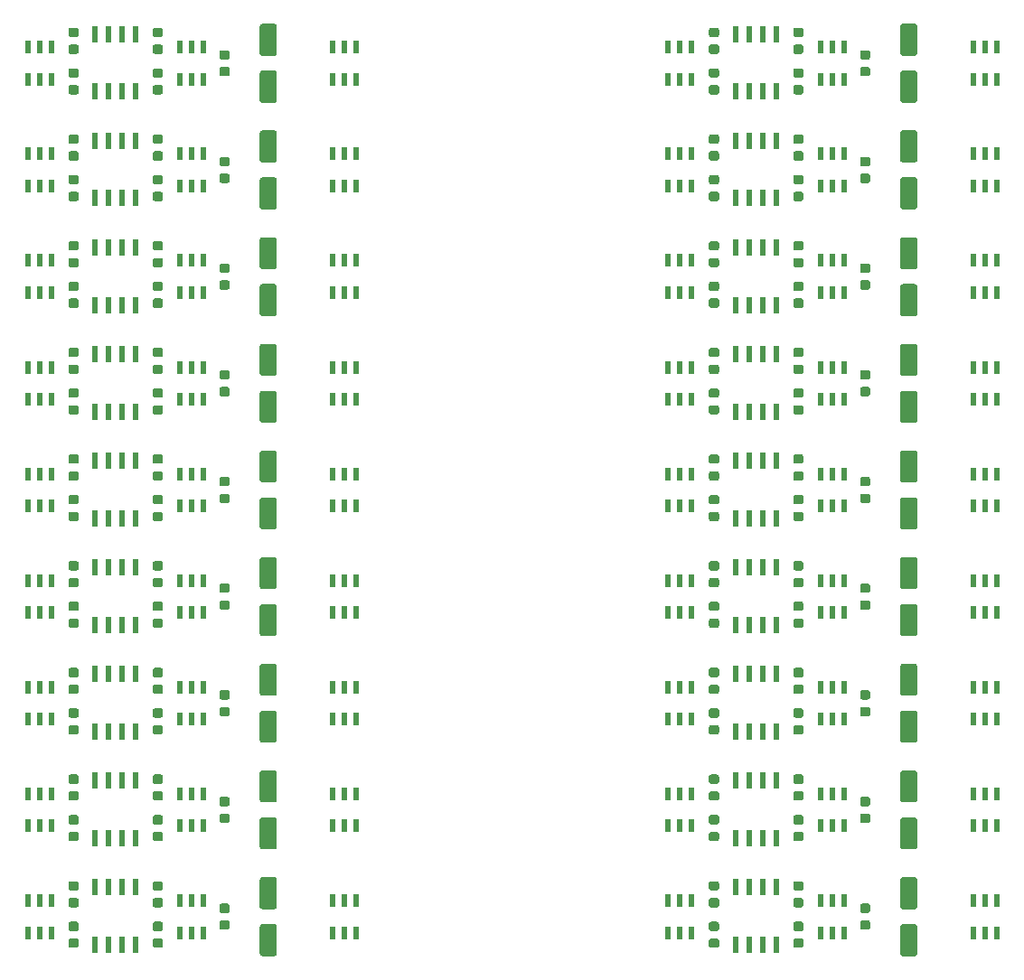
<source format=gbr>
G04 #@! TF.GenerationSoftware,KiCad,Pcbnew,(5.0.2)-1*
G04 #@! TF.CreationDate,2019-05-18T23:58:48-05:00*
G04 #@! TF.ProjectId,pixelote,70697865-6c6f-4746-952e-6b696361645f,rev?*
G04 #@! TF.SameCoordinates,Original*
G04 #@! TF.FileFunction,Paste,Top*
G04 #@! TF.FilePolarity,Positive*
%FSLAX46Y46*%
G04 Gerber Fmt 4.6, Leading zero omitted, Abs format (unit mm)*
G04 Created by KiCad (PCBNEW (5.0.2)-1) date 5/18/2019 11:58:48 PM*
%MOMM*%
%LPD*%
G01*
G04 APERTURE LIST*
%ADD10C,0.100000*%
%ADD11C,0.875000*%
%ADD12R,0.600000X1.550000*%
%ADD13R,0.600000X1.200000*%
%ADD14C,1.600000*%
G04 APERTURE END LIST*
D10*
G04 #@! TO.C,R4*
G36*
X159327691Y-131576053D02*
X159348926Y-131579203D01*
X159369750Y-131584419D01*
X159389962Y-131591651D01*
X159409368Y-131600830D01*
X159427781Y-131611866D01*
X159445024Y-131624654D01*
X159460930Y-131639070D01*
X159475346Y-131654976D01*
X159488134Y-131672219D01*
X159499170Y-131690632D01*
X159508349Y-131710038D01*
X159515581Y-131730250D01*
X159520797Y-131751074D01*
X159523947Y-131772309D01*
X159525000Y-131793750D01*
X159525000Y-132231250D01*
X159523947Y-132252691D01*
X159520797Y-132273926D01*
X159515581Y-132294750D01*
X159508349Y-132314962D01*
X159499170Y-132334368D01*
X159488134Y-132352781D01*
X159475346Y-132370024D01*
X159460930Y-132385930D01*
X159445024Y-132400346D01*
X159427781Y-132413134D01*
X159409368Y-132424170D01*
X159389962Y-132433349D01*
X159369750Y-132440581D01*
X159348926Y-132445797D01*
X159327691Y-132448947D01*
X159306250Y-132450000D01*
X158793750Y-132450000D01*
X158772309Y-132448947D01*
X158751074Y-132445797D01*
X158730250Y-132440581D01*
X158710038Y-132433349D01*
X158690632Y-132424170D01*
X158672219Y-132413134D01*
X158654976Y-132400346D01*
X158639070Y-132385930D01*
X158624654Y-132370024D01*
X158611866Y-132352781D01*
X158600830Y-132334368D01*
X158591651Y-132314962D01*
X158584419Y-132294750D01*
X158579203Y-132273926D01*
X158576053Y-132252691D01*
X158575000Y-132231250D01*
X158575000Y-131793750D01*
X158576053Y-131772309D01*
X158579203Y-131751074D01*
X158584419Y-131730250D01*
X158591651Y-131710038D01*
X158600830Y-131690632D01*
X158611866Y-131672219D01*
X158624654Y-131654976D01*
X158639070Y-131639070D01*
X158654976Y-131624654D01*
X158672219Y-131611866D01*
X158690632Y-131600830D01*
X158710038Y-131591651D01*
X158730250Y-131584419D01*
X158751074Y-131579203D01*
X158772309Y-131576053D01*
X158793750Y-131575000D01*
X159306250Y-131575000D01*
X159327691Y-131576053D01*
X159327691Y-131576053D01*
G37*
D11*
X159050000Y-132012500D03*
D10*
G36*
X159327691Y-133151053D02*
X159348926Y-133154203D01*
X159369750Y-133159419D01*
X159389962Y-133166651D01*
X159409368Y-133175830D01*
X159427781Y-133186866D01*
X159445024Y-133199654D01*
X159460930Y-133214070D01*
X159475346Y-133229976D01*
X159488134Y-133247219D01*
X159499170Y-133265632D01*
X159508349Y-133285038D01*
X159515581Y-133305250D01*
X159520797Y-133326074D01*
X159523947Y-133347309D01*
X159525000Y-133368750D01*
X159525000Y-133806250D01*
X159523947Y-133827691D01*
X159520797Y-133848926D01*
X159515581Y-133869750D01*
X159508349Y-133889962D01*
X159499170Y-133909368D01*
X159488134Y-133927781D01*
X159475346Y-133945024D01*
X159460930Y-133960930D01*
X159445024Y-133975346D01*
X159427781Y-133988134D01*
X159409368Y-133999170D01*
X159389962Y-134008349D01*
X159369750Y-134015581D01*
X159348926Y-134020797D01*
X159327691Y-134023947D01*
X159306250Y-134025000D01*
X158793750Y-134025000D01*
X158772309Y-134023947D01*
X158751074Y-134020797D01*
X158730250Y-134015581D01*
X158710038Y-134008349D01*
X158690632Y-133999170D01*
X158672219Y-133988134D01*
X158654976Y-133975346D01*
X158639070Y-133960930D01*
X158624654Y-133945024D01*
X158611866Y-133927781D01*
X158600830Y-133909368D01*
X158591651Y-133889962D01*
X158584419Y-133869750D01*
X158579203Y-133848926D01*
X158576053Y-133827691D01*
X158575000Y-133806250D01*
X158575000Y-133368750D01*
X158576053Y-133347309D01*
X158579203Y-133326074D01*
X158584419Y-133305250D01*
X158591651Y-133285038D01*
X158600830Y-133265632D01*
X158611866Y-133247219D01*
X158624654Y-133229976D01*
X158639070Y-133214070D01*
X158654976Y-133199654D01*
X158672219Y-133186866D01*
X158690632Y-133175830D01*
X158710038Y-133166651D01*
X158730250Y-133159419D01*
X158751074Y-133154203D01*
X158772309Y-133151053D01*
X158793750Y-133150000D01*
X159306250Y-133150000D01*
X159327691Y-133151053D01*
X159327691Y-133151053D01*
G37*
D11*
X159050000Y-133587500D03*
G04 #@! TD*
D10*
G04 #@! TO.C,R4*
G36*
X99327691Y-131576053D02*
X99348926Y-131579203D01*
X99369750Y-131584419D01*
X99389962Y-131591651D01*
X99409368Y-131600830D01*
X99427781Y-131611866D01*
X99445024Y-131624654D01*
X99460930Y-131639070D01*
X99475346Y-131654976D01*
X99488134Y-131672219D01*
X99499170Y-131690632D01*
X99508349Y-131710038D01*
X99515581Y-131730250D01*
X99520797Y-131751074D01*
X99523947Y-131772309D01*
X99525000Y-131793750D01*
X99525000Y-132231250D01*
X99523947Y-132252691D01*
X99520797Y-132273926D01*
X99515581Y-132294750D01*
X99508349Y-132314962D01*
X99499170Y-132334368D01*
X99488134Y-132352781D01*
X99475346Y-132370024D01*
X99460930Y-132385930D01*
X99445024Y-132400346D01*
X99427781Y-132413134D01*
X99409368Y-132424170D01*
X99389962Y-132433349D01*
X99369750Y-132440581D01*
X99348926Y-132445797D01*
X99327691Y-132448947D01*
X99306250Y-132450000D01*
X98793750Y-132450000D01*
X98772309Y-132448947D01*
X98751074Y-132445797D01*
X98730250Y-132440581D01*
X98710038Y-132433349D01*
X98690632Y-132424170D01*
X98672219Y-132413134D01*
X98654976Y-132400346D01*
X98639070Y-132385930D01*
X98624654Y-132370024D01*
X98611866Y-132352781D01*
X98600830Y-132334368D01*
X98591651Y-132314962D01*
X98584419Y-132294750D01*
X98579203Y-132273926D01*
X98576053Y-132252691D01*
X98575000Y-132231250D01*
X98575000Y-131793750D01*
X98576053Y-131772309D01*
X98579203Y-131751074D01*
X98584419Y-131730250D01*
X98591651Y-131710038D01*
X98600830Y-131690632D01*
X98611866Y-131672219D01*
X98624654Y-131654976D01*
X98639070Y-131639070D01*
X98654976Y-131624654D01*
X98672219Y-131611866D01*
X98690632Y-131600830D01*
X98710038Y-131591651D01*
X98730250Y-131584419D01*
X98751074Y-131579203D01*
X98772309Y-131576053D01*
X98793750Y-131575000D01*
X99306250Y-131575000D01*
X99327691Y-131576053D01*
X99327691Y-131576053D01*
G37*
D11*
X99050000Y-132012500D03*
D10*
G36*
X99327691Y-133151053D02*
X99348926Y-133154203D01*
X99369750Y-133159419D01*
X99389962Y-133166651D01*
X99409368Y-133175830D01*
X99427781Y-133186866D01*
X99445024Y-133199654D01*
X99460930Y-133214070D01*
X99475346Y-133229976D01*
X99488134Y-133247219D01*
X99499170Y-133265632D01*
X99508349Y-133285038D01*
X99515581Y-133305250D01*
X99520797Y-133326074D01*
X99523947Y-133347309D01*
X99525000Y-133368750D01*
X99525000Y-133806250D01*
X99523947Y-133827691D01*
X99520797Y-133848926D01*
X99515581Y-133869750D01*
X99508349Y-133889962D01*
X99499170Y-133909368D01*
X99488134Y-133927781D01*
X99475346Y-133945024D01*
X99460930Y-133960930D01*
X99445024Y-133975346D01*
X99427781Y-133988134D01*
X99409368Y-133999170D01*
X99389962Y-134008349D01*
X99369750Y-134015581D01*
X99348926Y-134020797D01*
X99327691Y-134023947D01*
X99306250Y-134025000D01*
X98793750Y-134025000D01*
X98772309Y-134023947D01*
X98751074Y-134020797D01*
X98730250Y-134015581D01*
X98710038Y-134008349D01*
X98690632Y-133999170D01*
X98672219Y-133988134D01*
X98654976Y-133975346D01*
X98639070Y-133960930D01*
X98624654Y-133945024D01*
X98611866Y-133927781D01*
X98600830Y-133909368D01*
X98591651Y-133889962D01*
X98584419Y-133869750D01*
X98579203Y-133848926D01*
X98576053Y-133827691D01*
X98575000Y-133806250D01*
X98575000Y-133368750D01*
X98576053Y-133347309D01*
X98579203Y-133326074D01*
X98584419Y-133305250D01*
X98591651Y-133285038D01*
X98600830Y-133265632D01*
X98611866Y-133247219D01*
X98624654Y-133229976D01*
X98639070Y-133214070D01*
X98654976Y-133199654D01*
X98672219Y-133186866D01*
X98690632Y-133175830D01*
X98710038Y-133166651D01*
X98730250Y-133159419D01*
X98751074Y-133154203D01*
X98772309Y-133151053D01*
X98793750Y-133150000D01*
X99306250Y-133150000D01*
X99327691Y-133151053D01*
X99327691Y-133151053D01*
G37*
D11*
X99050000Y-133587500D03*
G04 #@! TD*
D10*
G04 #@! TO.C,R4*
G36*
X159327691Y-121576053D02*
X159348926Y-121579203D01*
X159369750Y-121584419D01*
X159389962Y-121591651D01*
X159409368Y-121600830D01*
X159427781Y-121611866D01*
X159445024Y-121624654D01*
X159460930Y-121639070D01*
X159475346Y-121654976D01*
X159488134Y-121672219D01*
X159499170Y-121690632D01*
X159508349Y-121710038D01*
X159515581Y-121730250D01*
X159520797Y-121751074D01*
X159523947Y-121772309D01*
X159525000Y-121793750D01*
X159525000Y-122231250D01*
X159523947Y-122252691D01*
X159520797Y-122273926D01*
X159515581Y-122294750D01*
X159508349Y-122314962D01*
X159499170Y-122334368D01*
X159488134Y-122352781D01*
X159475346Y-122370024D01*
X159460930Y-122385930D01*
X159445024Y-122400346D01*
X159427781Y-122413134D01*
X159409368Y-122424170D01*
X159389962Y-122433349D01*
X159369750Y-122440581D01*
X159348926Y-122445797D01*
X159327691Y-122448947D01*
X159306250Y-122450000D01*
X158793750Y-122450000D01*
X158772309Y-122448947D01*
X158751074Y-122445797D01*
X158730250Y-122440581D01*
X158710038Y-122433349D01*
X158690632Y-122424170D01*
X158672219Y-122413134D01*
X158654976Y-122400346D01*
X158639070Y-122385930D01*
X158624654Y-122370024D01*
X158611866Y-122352781D01*
X158600830Y-122334368D01*
X158591651Y-122314962D01*
X158584419Y-122294750D01*
X158579203Y-122273926D01*
X158576053Y-122252691D01*
X158575000Y-122231250D01*
X158575000Y-121793750D01*
X158576053Y-121772309D01*
X158579203Y-121751074D01*
X158584419Y-121730250D01*
X158591651Y-121710038D01*
X158600830Y-121690632D01*
X158611866Y-121672219D01*
X158624654Y-121654976D01*
X158639070Y-121639070D01*
X158654976Y-121624654D01*
X158672219Y-121611866D01*
X158690632Y-121600830D01*
X158710038Y-121591651D01*
X158730250Y-121584419D01*
X158751074Y-121579203D01*
X158772309Y-121576053D01*
X158793750Y-121575000D01*
X159306250Y-121575000D01*
X159327691Y-121576053D01*
X159327691Y-121576053D01*
G37*
D11*
X159050000Y-122012500D03*
D10*
G36*
X159327691Y-123151053D02*
X159348926Y-123154203D01*
X159369750Y-123159419D01*
X159389962Y-123166651D01*
X159409368Y-123175830D01*
X159427781Y-123186866D01*
X159445024Y-123199654D01*
X159460930Y-123214070D01*
X159475346Y-123229976D01*
X159488134Y-123247219D01*
X159499170Y-123265632D01*
X159508349Y-123285038D01*
X159515581Y-123305250D01*
X159520797Y-123326074D01*
X159523947Y-123347309D01*
X159525000Y-123368750D01*
X159525000Y-123806250D01*
X159523947Y-123827691D01*
X159520797Y-123848926D01*
X159515581Y-123869750D01*
X159508349Y-123889962D01*
X159499170Y-123909368D01*
X159488134Y-123927781D01*
X159475346Y-123945024D01*
X159460930Y-123960930D01*
X159445024Y-123975346D01*
X159427781Y-123988134D01*
X159409368Y-123999170D01*
X159389962Y-124008349D01*
X159369750Y-124015581D01*
X159348926Y-124020797D01*
X159327691Y-124023947D01*
X159306250Y-124025000D01*
X158793750Y-124025000D01*
X158772309Y-124023947D01*
X158751074Y-124020797D01*
X158730250Y-124015581D01*
X158710038Y-124008349D01*
X158690632Y-123999170D01*
X158672219Y-123988134D01*
X158654976Y-123975346D01*
X158639070Y-123960930D01*
X158624654Y-123945024D01*
X158611866Y-123927781D01*
X158600830Y-123909368D01*
X158591651Y-123889962D01*
X158584419Y-123869750D01*
X158579203Y-123848926D01*
X158576053Y-123827691D01*
X158575000Y-123806250D01*
X158575000Y-123368750D01*
X158576053Y-123347309D01*
X158579203Y-123326074D01*
X158584419Y-123305250D01*
X158591651Y-123285038D01*
X158600830Y-123265632D01*
X158611866Y-123247219D01*
X158624654Y-123229976D01*
X158639070Y-123214070D01*
X158654976Y-123199654D01*
X158672219Y-123186866D01*
X158690632Y-123175830D01*
X158710038Y-123166651D01*
X158730250Y-123159419D01*
X158751074Y-123154203D01*
X158772309Y-123151053D01*
X158793750Y-123150000D01*
X159306250Y-123150000D01*
X159327691Y-123151053D01*
X159327691Y-123151053D01*
G37*
D11*
X159050000Y-123587500D03*
G04 #@! TD*
D10*
G04 #@! TO.C,R4*
G36*
X99327691Y-121576053D02*
X99348926Y-121579203D01*
X99369750Y-121584419D01*
X99389962Y-121591651D01*
X99409368Y-121600830D01*
X99427781Y-121611866D01*
X99445024Y-121624654D01*
X99460930Y-121639070D01*
X99475346Y-121654976D01*
X99488134Y-121672219D01*
X99499170Y-121690632D01*
X99508349Y-121710038D01*
X99515581Y-121730250D01*
X99520797Y-121751074D01*
X99523947Y-121772309D01*
X99525000Y-121793750D01*
X99525000Y-122231250D01*
X99523947Y-122252691D01*
X99520797Y-122273926D01*
X99515581Y-122294750D01*
X99508349Y-122314962D01*
X99499170Y-122334368D01*
X99488134Y-122352781D01*
X99475346Y-122370024D01*
X99460930Y-122385930D01*
X99445024Y-122400346D01*
X99427781Y-122413134D01*
X99409368Y-122424170D01*
X99389962Y-122433349D01*
X99369750Y-122440581D01*
X99348926Y-122445797D01*
X99327691Y-122448947D01*
X99306250Y-122450000D01*
X98793750Y-122450000D01*
X98772309Y-122448947D01*
X98751074Y-122445797D01*
X98730250Y-122440581D01*
X98710038Y-122433349D01*
X98690632Y-122424170D01*
X98672219Y-122413134D01*
X98654976Y-122400346D01*
X98639070Y-122385930D01*
X98624654Y-122370024D01*
X98611866Y-122352781D01*
X98600830Y-122334368D01*
X98591651Y-122314962D01*
X98584419Y-122294750D01*
X98579203Y-122273926D01*
X98576053Y-122252691D01*
X98575000Y-122231250D01*
X98575000Y-121793750D01*
X98576053Y-121772309D01*
X98579203Y-121751074D01*
X98584419Y-121730250D01*
X98591651Y-121710038D01*
X98600830Y-121690632D01*
X98611866Y-121672219D01*
X98624654Y-121654976D01*
X98639070Y-121639070D01*
X98654976Y-121624654D01*
X98672219Y-121611866D01*
X98690632Y-121600830D01*
X98710038Y-121591651D01*
X98730250Y-121584419D01*
X98751074Y-121579203D01*
X98772309Y-121576053D01*
X98793750Y-121575000D01*
X99306250Y-121575000D01*
X99327691Y-121576053D01*
X99327691Y-121576053D01*
G37*
D11*
X99050000Y-122012500D03*
D10*
G36*
X99327691Y-123151053D02*
X99348926Y-123154203D01*
X99369750Y-123159419D01*
X99389962Y-123166651D01*
X99409368Y-123175830D01*
X99427781Y-123186866D01*
X99445024Y-123199654D01*
X99460930Y-123214070D01*
X99475346Y-123229976D01*
X99488134Y-123247219D01*
X99499170Y-123265632D01*
X99508349Y-123285038D01*
X99515581Y-123305250D01*
X99520797Y-123326074D01*
X99523947Y-123347309D01*
X99525000Y-123368750D01*
X99525000Y-123806250D01*
X99523947Y-123827691D01*
X99520797Y-123848926D01*
X99515581Y-123869750D01*
X99508349Y-123889962D01*
X99499170Y-123909368D01*
X99488134Y-123927781D01*
X99475346Y-123945024D01*
X99460930Y-123960930D01*
X99445024Y-123975346D01*
X99427781Y-123988134D01*
X99409368Y-123999170D01*
X99389962Y-124008349D01*
X99369750Y-124015581D01*
X99348926Y-124020797D01*
X99327691Y-124023947D01*
X99306250Y-124025000D01*
X98793750Y-124025000D01*
X98772309Y-124023947D01*
X98751074Y-124020797D01*
X98730250Y-124015581D01*
X98710038Y-124008349D01*
X98690632Y-123999170D01*
X98672219Y-123988134D01*
X98654976Y-123975346D01*
X98639070Y-123960930D01*
X98624654Y-123945024D01*
X98611866Y-123927781D01*
X98600830Y-123909368D01*
X98591651Y-123889962D01*
X98584419Y-123869750D01*
X98579203Y-123848926D01*
X98576053Y-123827691D01*
X98575000Y-123806250D01*
X98575000Y-123368750D01*
X98576053Y-123347309D01*
X98579203Y-123326074D01*
X98584419Y-123305250D01*
X98591651Y-123285038D01*
X98600830Y-123265632D01*
X98611866Y-123247219D01*
X98624654Y-123229976D01*
X98639070Y-123214070D01*
X98654976Y-123199654D01*
X98672219Y-123186866D01*
X98690632Y-123175830D01*
X98710038Y-123166651D01*
X98730250Y-123159419D01*
X98751074Y-123154203D01*
X98772309Y-123151053D01*
X98793750Y-123150000D01*
X99306250Y-123150000D01*
X99327691Y-123151053D01*
X99327691Y-123151053D01*
G37*
D11*
X99050000Y-123587500D03*
G04 #@! TD*
D10*
G04 #@! TO.C,R4*
G36*
X159327691Y-111576053D02*
X159348926Y-111579203D01*
X159369750Y-111584419D01*
X159389962Y-111591651D01*
X159409368Y-111600830D01*
X159427781Y-111611866D01*
X159445024Y-111624654D01*
X159460930Y-111639070D01*
X159475346Y-111654976D01*
X159488134Y-111672219D01*
X159499170Y-111690632D01*
X159508349Y-111710038D01*
X159515581Y-111730250D01*
X159520797Y-111751074D01*
X159523947Y-111772309D01*
X159525000Y-111793750D01*
X159525000Y-112231250D01*
X159523947Y-112252691D01*
X159520797Y-112273926D01*
X159515581Y-112294750D01*
X159508349Y-112314962D01*
X159499170Y-112334368D01*
X159488134Y-112352781D01*
X159475346Y-112370024D01*
X159460930Y-112385930D01*
X159445024Y-112400346D01*
X159427781Y-112413134D01*
X159409368Y-112424170D01*
X159389962Y-112433349D01*
X159369750Y-112440581D01*
X159348926Y-112445797D01*
X159327691Y-112448947D01*
X159306250Y-112450000D01*
X158793750Y-112450000D01*
X158772309Y-112448947D01*
X158751074Y-112445797D01*
X158730250Y-112440581D01*
X158710038Y-112433349D01*
X158690632Y-112424170D01*
X158672219Y-112413134D01*
X158654976Y-112400346D01*
X158639070Y-112385930D01*
X158624654Y-112370024D01*
X158611866Y-112352781D01*
X158600830Y-112334368D01*
X158591651Y-112314962D01*
X158584419Y-112294750D01*
X158579203Y-112273926D01*
X158576053Y-112252691D01*
X158575000Y-112231250D01*
X158575000Y-111793750D01*
X158576053Y-111772309D01*
X158579203Y-111751074D01*
X158584419Y-111730250D01*
X158591651Y-111710038D01*
X158600830Y-111690632D01*
X158611866Y-111672219D01*
X158624654Y-111654976D01*
X158639070Y-111639070D01*
X158654976Y-111624654D01*
X158672219Y-111611866D01*
X158690632Y-111600830D01*
X158710038Y-111591651D01*
X158730250Y-111584419D01*
X158751074Y-111579203D01*
X158772309Y-111576053D01*
X158793750Y-111575000D01*
X159306250Y-111575000D01*
X159327691Y-111576053D01*
X159327691Y-111576053D01*
G37*
D11*
X159050000Y-112012500D03*
D10*
G36*
X159327691Y-113151053D02*
X159348926Y-113154203D01*
X159369750Y-113159419D01*
X159389962Y-113166651D01*
X159409368Y-113175830D01*
X159427781Y-113186866D01*
X159445024Y-113199654D01*
X159460930Y-113214070D01*
X159475346Y-113229976D01*
X159488134Y-113247219D01*
X159499170Y-113265632D01*
X159508349Y-113285038D01*
X159515581Y-113305250D01*
X159520797Y-113326074D01*
X159523947Y-113347309D01*
X159525000Y-113368750D01*
X159525000Y-113806250D01*
X159523947Y-113827691D01*
X159520797Y-113848926D01*
X159515581Y-113869750D01*
X159508349Y-113889962D01*
X159499170Y-113909368D01*
X159488134Y-113927781D01*
X159475346Y-113945024D01*
X159460930Y-113960930D01*
X159445024Y-113975346D01*
X159427781Y-113988134D01*
X159409368Y-113999170D01*
X159389962Y-114008349D01*
X159369750Y-114015581D01*
X159348926Y-114020797D01*
X159327691Y-114023947D01*
X159306250Y-114025000D01*
X158793750Y-114025000D01*
X158772309Y-114023947D01*
X158751074Y-114020797D01*
X158730250Y-114015581D01*
X158710038Y-114008349D01*
X158690632Y-113999170D01*
X158672219Y-113988134D01*
X158654976Y-113975346D01*
X158639070Y-113960930D01*
X158624654Y-113945024D01*
X158611866Y-113927781D01*
X158600830Y-113909368D01*
X158591651Y-113889962D01*
X158584419Y-113869750D01*
X158579203Y-113848926D01*
X158576053Y-113827691D01*
X158575000Y-113806250D01*
X158575000Y-113368750D01*
X158576053Y-113347309D01*
X158579203Y-113326074D01*
X158584419Y-113305250D01*
X158591651Y-113285038D01*
X158600830Y-113265632D01*
X158611866Y-113247219D01*
X158624654Y-113229976D01*
X158639070Y-113214070D01*
X158654976Y-113199654D01*
X158672219Y-113186866D01*
X158690632Y-113175830D01*
X158710038Y-113166651D01*
X158730250Y-113159419D01*
X158751074Y-113154203D01*
X158772309Y-113151053D01*
X158793750Y-113150000D01*
X159306250Y-113150000D01*
X159327691Y-113151053D01*
X159327691Y-113151053D01*
G37*
D11*
X159050000Y-113587500D03*
G04 #@! TD*
D10*
G04 #@! TO.C,R4*
G36*
X99327691Y-111576053D02*
X99348926Y-111579203D01*
X99369750Y-111584419D01*
X99389962Y-111591651D01*
X99409368Y-111600830D01*
X99427781Y-111611866D01*
X99445024Y-111624654D01*
X99460930Y-111639070D01*
X99475346Y-111654976D01*
X99488134Y-111672219D01*
X99499170Y-111690632D01*
X99508349Y-111710038D01*
X99515581Y-111730250D01*
X99520797Y-111751074D01*
X99523947Y-111772309D01*
X99525000Y-111793750D01*
X99525000Y-112231250D01*
X99523947Y-112252691D01*
X99520797Y-112273926D01*
X99515581Y-112294750D01*
X99508349Y-112314962D01*
X99499170Y-112334368D01*
X99488134Y-112352781D01*
X99475346Y-112370024D01*
X99460930Y-112385930D01*
X99445024Y-112400346D01*
X99427781Y-112413134D01*
X99409368Y-112424170D01*
X99389962Y-112433349D01*
X99369750Y-112440581D01*
X99348926Y-112445797D01*
X99327691Y-112448947D01*
X99306250Y-112450000D01*
X98793750Y-112450000D01*
X98772309Y-112448947D01*
X98751074Y-112445797D01*
X98730250Y-112440581D01*
X98710038Y-112433349D01*
X98690632Y-112424170D01*
X98672219Y-112413134D01*
X98654976Y-112400346D01*
X98639070Y-112385930D01*
X98624654Y-112370024D01*
X98611866Y-112352781D01*
X98600830Y-112334368D01*
X98591651Y-112314962D01*
X98584419Y-112294750D01*
X98579203Y-112273926D01*
X98576053Y-112252691D01*
X98575000Y-112231250D01*
X98575000Y-111793750D01*
X98576053Y-111772309D01*
X98579203Y-111751074D01*
X98584419Y-111730250D01*
X98591651Y-111710038D01*
X98600830Y-111690632D01*
X98611866Y-111672219D01*
X98624654Y-111654976D01*
X98639070Y-111639070D01*
X98654976Y-111624654D01*
X98672219Y-111611866D01*
X98690632Y-111600830D01*
X98710038Y-111591651D01*
X98730250Y-111584419D01*
X98751074Y-111579203D01*
X98772309Y-111576053D01*
X98793750Y-111575000D01*
X99306250Y-111575000D01*
X99327691Y-111576053D01*
X99327691Y-111576053D01*
G37*
D11*
X99050000Y-112012500D03*
D10*
G36*
X99327691Y-113151053D02*
X99348926Y-113154203D01*
X99369750Y-113159419D01*
X99389962Y-113166651D01*
X99409368Y-113175830D01*
X99427781Y-113186866D01*
X99445024Y-113199654D01*
X99460930Y-113214070D01*
X99475346Y-113229976D01*
X99488134Y-113247219D01*
X99499170Y-113265632D01*
X99508349Y-113285038D01*
X99515581Y-113305250D01*
X99520797Y-113326074D01*
X99523947Y-113347309D01*
X99525000Y-113368750D01*
X99525000Y-113806250D01*
X99523947Y-113827691D01*
X99520797Y-113848926D01*
X99515581Y-113869750D01*
X99508349Y-113889962D01*
X99499170Y-113909368D01*
X99488134Y-113927781D01*
X99475346Y-113945024D01*
X99460930Y-113960930D01*
X99445024Y-113975346D01*
X99427781Y-113988134D01*
X99409368Y-113999170D01*
X99389962Y-114008349D01*
X99369750Y-114015581D01*
X99348926Y-114020797D01*
X99327691Y-114023947D01*
X99306250Y-114025000D01*
X98793750Y-114025000D01*
X98772309Y-114023947D01*
X98751074Y-114020797D01*
X98730250Y-114015581D01*
X98710038Y-114008349D01*
X98690632Y-113999170D01*
X98672219Y-113988134D01*
X98654976Y-113975346D01*
X98639070Y-113960930D01*
X98624654Y-113945024D01*
X98611866Y-113927781D01*
X98600830Y-113909368D01*
X98591651Y-113889962D01*
X98584419Y-113869750D01*
X98579203Y-113848926D01*
X98576053Y-113827691D01*
X98575000Y-113806250D01*
X98575000Y-113368750D01*
X98576053Y-113347309D01*
X98579203Y-113326074D01*
X98584419Y-113305250D01*
X98591651Y-113285038D01*
X98600830Y-113265632D01*
X98611866Y-113247219D01*
X98624654Y-113229976D01*
X98639070Y-113214070D01*
X98654976Y-113199654D01*
X98672219Y-113186866D01*
X98690632Y-113175830D01*
X98710038Y-113166651D01*
X98730250Y-113159419D01*
X98751074Y-113154203D01*
X98772309Y-113151053D01*
X98793750Y-113150000D01*
X99306250Y-113150000D01*
X99327691Y-113151053D01*
X99327691Y-113151053D01*
G37*
D11*
X99050000Y-113587500D03*
G04 #@! TD*
D10*
G04 #@! TO.C,R4*
G36*
X159327691Y-101576053D02*
X159348926Y-101579203D01*
X159369750Y-101584419D01*
X159389962Y-101591651D01*
X159409368Y-101600830D01*
X159427781Y-101611866D01*
X159445024Y-101624654D01*
X159460930Y-101639070D01*
X159475346Y-101654976D01*
X159488134Y-101672219D01*
X159499170Y-101690632D01*
X159508349Y-101710038D01*
X159515581Y-101730250D01*
X159520797Y-101751074D01*
X159523947Y-101772309D01*
X159525000Y-101793750D01*
X159525000Y-102231250D01*
X159523947Y-102252691D01*
X159520797Y-102273926D01*
X159515581Y-102294750D01*
X159508349Y-102314962D01*
X159499170Y-102334368D01*
X159488134Y-102352781D01*
X159475346Y-102370024D01*
X159460930Y-102385930D01*
X159445024Y-102400346D01*
X159427781Y-102413134D01*
X159409368Y-102424170D01*
X159389962Y-102433349D01*
X159369750Y-102440581D01*
X159348926Y-102445797D01*
X159327691Y-102448947D01*
X159306250Y-102450000D01*
X158793750Y-102450000D01*
X158772309Y-102448947D01*
X158751074Y-102445797D01*
X158730250Y-102440581D01*
X158710038Y-102433349D01*
X158690632Y-102424170D01*
X158672219Y-102413134D01*
X158654976Y-102400346D01*
X158639070Y-102385930D01*
X158624654Y-102370024D01*
X158611866Y-102352781D01*
X158600830Y-102334368D01*
X158591651Y-102314962D01*
X158584419Y-102294750D01*
X158579203Y-102273926D01*
X158576053Y-102252691D01*
X158575000Y-102231250D01*
X158575000Y-101793750D01*
X158576053Y-101772309D01*
X158579203Y-101751074D01*
X158584419Y-101730250D01*
X158591651Y-101710038D01*
X158600830Y-101690632D01*
X158611866Y-101672219D01*
X158624654Y-101654976D01*
X158639070Y-101639070D01*
X158654976Y-101624654D01*
X158672219Y-101611866D01*
X158690632Y-101600830D01*
X158710038Y-101591651D01*
X158730250Y-101584419D01*
X158751074Y-101579203D01*
X158772309Y-101576053D01*
X158793750Y-101575000D01*
X159306250Y-101575000D01*
X159327691Y-101576053D01*
X159327691Y-101576053D01*
G37*
D11*
X159050000Y-102012500D03*
D10*
G36*
X159327691Y-103151053D02*
X159348926Y-103154203D01*
X159369750Y-103159419D01*
X159389962Y-103166651D01*
X159409368Y-103175830D01*
X159427781Y-103186866D01*
X159445024Y-103199654D01*
X159460930Y-103214070D01*
X159475346Y-103229976D01*
X159488134Y-103247219D01*
X159499170Y-103265632D01*
X159508349Y-103285038D01*
X159515581Y-103305250D01*
X159520797Y-103326074D01*
X159523947Y-103347309D01*
X159525000Y-103368750D01*
X159525000Y-103806250D01*
X159523947Y-103827691D01*
X159520797Y-103848926D01*
X159515581Y-103869750D01*
X159508349Y-103889962D01*
X159499170Y-103909368D01*
X159488134Y-103927781D01*
X159475346Y-103945024D01*
X159460930Y-103960930D01*
X159445024Y-103975346D01*
X159427781Y-103988134D01*
X159409368Y-103999170D01*
X159389962Y-104008349D01*
X159369750Y-104015581D01*
X159348926Y-104020797D01*
X159327691Y-104023947D01*
X159306250Y-104025000D01*
X158793750Y-104025000D01*
X158772309Y-104023947D01*
X158751074Y-104020797D01*
X158730250Y-104015581D01*
X158710038Y-104008349D01*
X158690632Y-103999170D01*
X158672219Y-103988134D01*
X158654976Y-103975346D01*
X158639070Y-103960930D01*
X158624654Y-103945024D01*
X158611866Y-103927781D01*
X158600830Y-103909368D01*
X158591651Y-103889962D01*
X158584419Y-103869750D01*
X158579203Y-103848926D01*
X158576053Y-103827691D01*
X158575000Y-103806250D01*
X158575000Y-103368750D01*
X158576053Y-103347309D01*
X158579203Y-103326074D01*
X158584419Y-103305250D01*
X158591651Y-103285038D01*
X158600830Y-103265632D01*
X158611866Y-103247219D01*
X158624654Y-103229976D01*
X158639070Y-103214070D01*
X158654976Y-103199654D01*
X158672219Y-103186866D01*
X158690632Y-103175830D01*
X158710038Y-103166651D01*
X158730250Y-103159419D01*
X158751074Y-103154203D01*
X158772309Y-103151053D01*
X158793750Y-103150000D01*
X159306250Y-103150000D01*
X159327691Y-103151053D01*
X159327691Y-103151053D01*
G37*
D11*
X159050000Y-103587500D03*
G04 #@! TD*
D10*
G04 #@! TO.C,R4*
G36*
X99327691Y-101576053D02*
X99348926Y-101579203D01*
X99369750Y-101584419D01*
X99389962Y-101591651D01*
X99409368Y-101600830D01*
X99427781Y-101611866D01*
X99445024Y-101624654D01*
X99460930Y-101639070D01*
X99475346Y-101654976D01*
X99488134Y-101672219D01*
X99499170Y-101690632D01*
X99508349Y-101710038D01*
X99515581Y-101730250D01*
X99520797Y-101751074D01*
X99523947Y-101772309D01*
X99525000Y-101793750D01*
X99525000Y-102231250D01*
X99523947Y-102252691D01*
X99520797Y-102273926D01*
X99515581Y-102294750D01*
X99508349Y-102314962D01*
X99499170Y-102334368D01*
X99488134Y-102352781D01*
X99475346Y-102370024D01*
X99460930Y-102385930D01*
X99445024Y-102400346D01*
X99427781Y-102413134D01*
X99409368Y-102424170D01*
X99389962Y-102433349D01*
X99369750Y-102440581D01*
X99348926Y-102445797D01*
X99327691Y-102448947D01*
X99306250Y-102450000D01*
X98793750Y-102450000D01*
X98772309Y-102448947D01*
X98751074Y-102445797D01*
X98730250Y-102440581D01*
X98710038Y-102433349D01*
X98690632Y-102424170D01*
X98672219Y-102413134D01*
X98654976Y-102400346D01*
X98639070Y-102385930D01*
X98624654Y-102370024D01*
X98611866Y-102352781D01*
X98600830Y-102334368D01*
X98591651Y-102314962D01*
X98584419Y-102294750D01*
X98579203Y-102273926D01*
X98576053Y-102252691D01*
X98575000Y-102231250D01*
X98575000Y-101793750D01*
X98576053Y-101772309D01*
X98579203Y-101751074D01*
X98584419Y-101730250D01*
X98591651Y-101710038D01*
X98600830Y-101690632D01*
X98611866Y-101672219D01*
X98624654Y-101654976D01*
X98639070Y-101639070D01*
X98654976Y-101624654D01*
X98672219Y-101611866D01*
X98690632Y-101600830D01*
X98710038Y-101591651D01*
X98730250Y-101584419D01*
X98751074Y-101579203D01*
X98772309Y-101576053D01*
X98793750Y-101575000D01*
X99306250Y-101575000D01*
X99327691Y-101576053D01*
X99327691Y-101576053D01*
G37*
D11*
X99050000Y-102012500D03*
D10*
G36*
X99327691Y-103151053D02*
X99348926Y-103154203D01*
X99369750Y-103159419D01*
X99389962Y-103166651D01*
X99409368Y-103175830D01*
X99427781Y-103186866D01*
X99445024Y-103199654D01*
X99460930Y-103214070D01*
X99475346Y-103229976D01*
X99488134Y-103247219D01*
X99499170Y-103265632D01*
X99508349Y-103285038D01*
X99515581Y-103305250D01*
X99520797Y-103326074D01*
X99523947Y-103347309D01*
X99525000Y-103368750D01*
X99525000Y-103806250D01*
X99523947Y-103827691D01*
X99520797Y-103848926D01*
X99515581Y-103869750D01*
X99508349Y-103889962D01*
X99499170Y-103909368D01*
X99488134Y-103927781D01*
X99475346Y-103945024D01*
X99460930Y-103960930D01*
X99445024Y-103975346D01*
X99427781Y-103988134D01*
X99409368Y-103999170D01*
X99389962Y-104008349D01*
X99369750Y-104015581D01*
X99348926Y-104020797D01*
X99327691Y-104023947D01*
X99306250Y-104025000D01*
X98793750Y-104025000D01*
X98772309Y-104023947D01*
X98751074Y-104020797D01*
X98730250Y-104015581D01*
X98710038Y-104008349D01*
X98690632Y-103999170D01*
X98672219Y-103988134D01*
X98654976Y-103975346D01*
X98639070Y-103960930D01*
X98624654Y-103945024D01*
X98611866Y-103927781D01*
X98600830Y-103909368D01*
X98591651Y-103889962D01*
X98584419Y-103869750D01*
X98579203Y-103848926D01*
X98576053Y-103827691D01*
X98575000Y-103806250D01*
X98575000Y-103368750D01*
X98576053Y-103347309D01*
X98579203Y-103326074D01*
X98584419Y-103305250D01*
X98591651Y-103285038D01*
X98600830Y-103265632D01*
X98611866Y-103247219D01*
X98624654Y-103229976D01*
X98639070Y-103214070D01*
X98654976Y-103199654D01*
X98672219Y-103186866D01*
X98690632Y-103175830D01*
X98710038Y-103166651D01*
X98730250Y-103159419D01*
X98751074Y-103154203D01*
X98772309Y-103151053D01*
X98793750Y-103150000D01*
X99306250Y-103150000D01*
X99327691Y-103151053D01*
X99327691Y-103151053D01*
G37*
D11*
X99050000Y-103587500D03*
G04 #@! TD*
D10*
G04 #@! TO.C,R4*
G36*
X159327691Y-91576053D02*
X159348926Y-91579203D01*
X159369750Y-91584419D01*
X159389962Y-91591651D01*
X159409368Y-91600830D01*
X159427781Y-91611866D01*
X159445024Y-91624654D01*
X159460930Y-91639070D01*
X159475346Y-91654976D01*
X159488134Y-91672219D01*
X159499170Y-91690632D01*
X159508349Y-91710038D01*
X159515581Y-91730250D01*
X159520797Y-91751074D01*
X159523947Y-91772309D01*
X159525000Y-91793750D01*
X159525000Y-92231250D01*
X159523947Y-92252691D01*
X159520797Y-92273926D01*
X159515581Y-92294750D01*
X159508349Y-92314962D01*
X159499170Y-92334368D01*
X159488134Y-92352781D01*
X159475346Y-92370024D01*
X159460930Y-92385930D01*
X159445024Y-92400346D01*
X159427781Y-92413134D01*
X159409368Y-92424170D01*
X159389962Y-92433349D01*
X159369750Y-92440581D01*
X159348926Y-92445797D01*
X159327691Y-92448947D01*
X159306250Y-92450000D01*
X158793750Y-92450000D01*
X158772309Y-92448947D01*
X158751074Y-92445797D01*
X158730250Y-92440581D01*
X158710038Y-92433349D01*
X158690632Y-92424170D01*
X158672219Y-92413134D01*
X158654976Y-92400346D01*
X158639070Y-92385930D01*
X158624654Y-92370024D01*
X158611866Y-92352781D01*
X158600830Y-92334368D01*
X158591651Y-92314962D01*
X158584419Y-92294750D01*
X158579203Y-92273926D01*
X158576053Y-92252691D01*
X158575000Y-92231250D01*
X158575000Y-91793750D01*
X158576053Y-91772309D01*
X158579203Y-91751074D01*
X158584419Y-91730250D01*
X158591651Y-91710038D01*
X158600830Y-91690632D01*
X158611866Y-91672219D01*
X158624654Y-91654976D01*
X158639070Y-91639070D01*
X158654976Y-91624654D01*
X158672219Y-91611866D01*
X158690632Y-91600830D01*
X158710038Y-91591651D01*
X158730250Y-91584419D01*
X158751074Y-91579203D01*
X158772309Y-91576053D01*
X158793750Y-91575000D01*
X159306250Y-91575000D01*
X159327691Y-91576053D01*
X159327691Y-91576053D01*
G37*
D11*
X159050000Y-92012500D03*
D10*
G36*
X159327691Y-93151053D02*
X159348926Y-93154203D01*
X159369750Y-93159419D01*
X159389962Y-93166651D01*
X159409368Y-93175830D01*
X159427781Y-93186866D01*
X159445024Y-93199654D01*
X159460930Y-93214070D01*
X159475346Y-93229976D01*
X159488134Y-93247219D01*
X159499170Y-93265632D01*
X159508349Y-93285038D01*
X159515581Y-93305250D01*
X159520797Y-93326074D01*
X159523947Y-93347309D01*
X159525000Y-93368750D01*
X159525000Y-93806250D01*
X159523947Y-93827691D01*
X159520797Y-93848926D01*
X159515581Y-93869750D01*
X159508349Y-93889962D01*
X159499170Y-93909368D01*
X159488134Y-93927781D01*
X159475346Y-93945024D01*
X159460930Y-93960930D01*
X159445024Y-93975346D01*
X159427781Y-93988134D01*
X159409368Y-93999170D01*
X159389962Y-94008349D01*
X159369750Y-94015581D01*
X159348926Y-94020797D01*
X159327691Y-94023947D01*
X159306250Y-94025000D01*
X158793750Y-94025000D01*
X158772309Y-94023947D01*
X158751074Y-94020797D01*
X158730250Y-94015581D01*
X158710038Y-94008349D01*
X158690632Y-93999170D01*
X158672219Y-93988134D01*
X158654976Y-93975346D01*
X158639070Y-93960930D01*
X158624654Y-93945024D01*
X158611866Y-93927781D01*
X158600830Y-93909368D01*
X158591651Y-93889962D01*
X158584419Y-93869750D01*
X158579203Y-93848926D01*
X158576053Y-93827691D01*
X158575000Y-93806250D01*
X158575000Y-93368750D01*
X158576053Y-93347309D01*
X158579203Y-93326074D01*
X158584419Y-93305250D01*
X158591651Y-93285038D01*
X158600830Y-93265632D01*
X158611866Y-93247219D01*
X158624654Y-93229976D01*
X158639070Y-93214070D01*
X158654976Y-93199654D01*
X158672219Y-93186866D01*
X158690632Y-93175830D01*
X158710038Y-93166651D01*
X158730250Y-93159419D01*
X158751074Y-93154203D01*
X158772309Y-93151053D01*
X158793750Y-93150000D01*
X159306250Y-93150000D01*
X159327691Y-93151053D01*
X159327691Y-93151053D01*
G37*
D11*
X159050000Y-93587500D03*
G04 #@! TD*
D10*
G04 #@! TO.C,R4*
G36*
X99327691Y-91576053D02*
X99348926Y-91579203D01*
X99369750Y-91584419D01*
X99389962Y-91591651D01*
X99409368Y-91600830D01*
X99427781Y-91611866D01*
X99445024Y-91624654D01*
X99460930Y-91639070D01*
X99475346Y-91654976D01*
X99488134Y-91672219D01*
X99499170Y-91690632D01*
X99508349Y-91710038D01*
X99515581Y-91730250D01*
X99520797Y-91751074D01*
X99523947Y-91772309D01*
X99525000Y-91793750D01*
X99525000Y-92231250D01*
X99523947Y-92252691D01*
X99520797Y-92273926D01*
X99515581Y-92294750D01*
X99508349Y-92314962D01*
X99499170Y-92334368D01*
X99488134Y-92352781D01*
X99475346Y-92370024D01*
X99460930Y-92385930D01*
X99445024Y-92400346D01*
X99427781Y-92413134D01*
X99409368Y-92424170D01*
X99389962Y-92433349D01*
X99369750Y-92440581D01*
X99348926Y-92445797D01*
X99327691Y-92448947D01*
X99306250Y-92450000D01*
X98793750Y-92450000D01*
X98772309Y-92448947D01*
X98751074Y-92445797D01*
X98730250Y-92440581D01*
X98710038Y-92433349D01*
X98690632Y-92424170D01*
X98672219Y-92413134D01*
X98654976Y-92400346D01*
X98639070Y-92385930D01*
X98624654Y-92370024D01*
X98611866Y-92352781D01*
X98600830Y-92334368D01*
X98591651Y-92314962D01*
X98584419Y-92294750D01*
X98579203Y-92273926D01*
X98576053Y-92252691D01*
X98575000Y-92231250D01*
X98575000Y-91793750D01*
X98576053Y-91772309D01*
X98579203Y-91751074D01*
X98584419Y-91730250D01*
X98591651Y-91710038D01*
X98600830Y-91690632D01*
X98611866Y-91672219D01*
X98624654Y-91654976D01*
X98639070Y-91639070D01*
X98654976Y-91624654D01*
X98672219Y-91611866D01*
X98690632Y-91600830D01*
X98710038Y-91591651D01*
X98730250Y-91584419D01*
X98751074Y-91579203D01*
X98772309Y-91576053D01*
X98793750Y-91575000D01*
X99306250Y-91575000D01*
X99327691Y-91576053D01*
X99327691Y-91576053D01*
G37*
D11*
X99050000Y-92012500D03*
D10*
G36*
X99327691Y-93151053D02*
X99348926Y-93154203D01*
X99369750Y-93159419D01*
X99389962Y-93166651D01*
X99409368Y-93175830D01*
X99427781Y-93186866D01*
X99445024Y-93199654D01*
X99460930Y-93214070D01*
X99475346Y-93229976D01*
X99488134Y-93247219D01*
X99499170Y-93265632D01*
X99508349Y-93285038D01*
X99515581Y-93305250D01*
X99520797Y-93326074D01*
X99523947Y-93347309D01*
X99525000Y-93368750D01*
X99525000Y-93806250D01*
X99523947Y-93827691D01*
X99520797Y-93848926D01*
X99515581Y-93869750D01*
X99508349Y-93889962D01*
X99499170Y-93909368D01*
X99488134Y-93927781D01*
X99475346Y-93945024D01*
X99460930Y-93960930D01*
X99445024Y-93975346D01*
X99427781Y-93988134D01*
X99409368Y-93999170D01*
X99389962Y-94008349D01*
X99369750Y-94015581D01*
X99348926Y-94020797D01*
X99327691Y-94023947D01*
X99306250Y-94025000D01*
X98793750Y-94025000D01*
X98772309Y-94023947D01*
X98751074Y-94020797D01*
X98730250Y-94015581D01*
X98710038Y-94008349D01*
X98690632Y-93999170D01*
X98672219Y-93988134D01*
X98654976Y-93975346D01*
X98639070Y-93960930D01*
X98624654Y-93945024D01*
X98611866Y-93927781D01*
X98600830Y-93909368D01*
X98591651Y-93889962D01*
X98584419Y-93869750D01*
X98579203Y-93848926D01*
X98576053Y-93827691D01*
X98575000Y-93806250D01*
X98575000Y-93368750D01*
X98576053Y-93347309D01*
X98579203Y-93326074D01*
X98584419Y-93305250D01*
X98591651Y-93285038D01*
X98600830Y-93265632D01*
X98611866Y-93247219D01*
X98624654Y-93229976D01*
X98639070Y-93214070D01*
X98654976Y-93199654D01*
X98672219Y-93186866D01*
X98690632Y-93175830D01*
X98710038Y-93166651D01*
X98730250Y-93159419D01*
X98751074Y-93154203D01*
X98772309Y-93151053D01*
X98793750Y-93150000D01*
X99306250Y-93150000D01*
X99327691Y-93151053D01*
X99327691Y-93151053D01*
G37*
D11*
X99050000Y-93587500D03*
G04 #@! TD*
D10*
G04 #@! TO.C,R4*
G36*
X159327691Y-81576053D02*
X159348926Y-81579203D01*
X159369750Y-81584419D01*
X159389962Y-81591651D01*
X159409368Y-81600830D01*
X159427781Y-81611866D01*
X159445024Y-81624654D01*
X159460930Y-81639070D01*
X159475346Y-81654976D01*
X159488134Y-81672219D01*
X159499170Y-81690632D01*
X159508349Y-81710038D01*
X159515581Y-81730250D01*
X159520797Y-81751074D01*
X159523947Y-81772309D01*
X159525000Y-81793750D01*
X159525000Y-82231250D01*
X159523947Y-82252691D01*
X159520797Y-82273926D01*
X159515581Y-82294750D01*
X159508349Y-82314962D01*
X159499170Y-82334368D01*
X159488134Y-82352781D01*
X159475346Y-82370024D01*
X159460930Y-82385930D01*
X159445024Y-82400346D01*
X159427781Y-82413134D01*
X159409368Y-82424170D01*
X159389962Y-82433349D01*
X159369750Y-82440581D01*
X159348926Y-82445797D01*
X159327691Y-82448947D01*
X159306250Y-82450000D01*
X158793750Y-82450000D01*
X158772309Y-82448947D01*
X158751074Y-82445797D01*
X158730250Y-82440581D01*
X158710038Y-82433349D01*
X158690632Y-82424170D01*
X158672219Y-82413134D01*
X158654976Y-82400346D01*
X158639070Y-82385930D01*
X158624654Y-82370024D01*
X158611866Y-82352781D01*
X158600830Y-82334368D01*
X158591651Y-82314962D01*
X158584419Y-82294750D01*
X158579203Y-82273926D01*
X158576053Y-82252691D01*
X158575000Y-82231250D01*
X158575000Y-81793750D01*
X158576053Y-81772309D01*
X158579203Y-81751074D01*
X158584419Y-81730250D01*
X158591651Y-81710038D01*
X158600830Y-81690632D01*
X158611866Y-81672219D01*
X158624654Y-81654976D01*
X158639070Y-81639070D01*
X158654976Y-81624654D01*
X158672219Y-81611866D01*
X158690632Y-81600830D01*
X158710038Y-81591651D01*
X158730250Y-81584419D01*
X158751074Y-81579203D01*
X158772309Y-81576053D01*
X158793750Y-81575000D01*
X159306250Y-81575000D01*
X159327691Y-81576053D01*
X159327691Y-81576053D01*
G37*
D11*
X159050000Y-82012500D03*
D10*
G36*
X159327691Y-83151053D02*
X159348926Y-83154203D01*
X159369750Y-83159419D01*
X159389962Y-83166651D01*
X159409368Y-83175830D01*
X159427781Y-83186866D01*
X159445024Y-83199654D01*
X159460930Y-83214070D01*
X159475346Y-83229976D01*
X159488134Y-83247219D01*
X159499170Y-83265632D01*
X159508349Y-83285038D01*
X159515581Y-83305250D01*
X159520797Y-83326074D01*
X159523947Y-83347309D01*
X159525000Y-83368750D01*
X159525000Y-83806250D01*
X159523947Y-83827691D01*
X159520797Y-83848926D01*
X159515581Y-83869750D01*
X159508349Y-83889962D01*
X159499170Y-83909368D01*
X159488134Y-83927781D01*
X159475346Y-83945024D01*
X159460930Y-83960930D01*
X159445024Y-83975346D01*
X159427781Y-83988134D01*
X159409368Y-83999170D01*
X159389962Y-84008349D01*
X159369750Y-84015581D01*
X159348926Y-84020797D01*
X159327691Y-84023947D01*
X159306250Y-84025000D01*
X158793750Y-84025000D01*
X158772309Y-84023947D01*
X158751074Y-84020797D01*
X158730250Y-84015581D01*
X158710038Y-84008349D01*
X158690632Y-83999170D01*
X158672219Y-83988134D01*
X158654976Y-83975346D01*
X158639070Y-83960930D01*
X158624654Y-83945024D01*
X158611866Y-83927781D01*
X158600830Y-83909368D01*
X158591651Y-83889962D01*
X158584419Y-83869750D01*
X158579203Y-83848926D01*
X158576053Y-83827691D01*
X158575000Y-83806250D01*
X158575000Y-83368750D01*
X158576053Y-83347309D01*
X158579203Y-83326074D01*
X158584419Y-83305250D01*
X158591651Y-83285038D01*
X158600830Y-83265632D01*
X158611866Y-83247219D01*
X158624654Y-83229976D01*
X158639070Y-83214070D01*
X158654976Y-83199654D01*
X158672219Y-83186866D01*
X158690632Y-83175830D01*
X158710038Y-83166651D01*
X158730250Y-83159419D01*
X158751074Y-83154203D01*
X158772309Y-83151053D01*
X158793750Y-83150000D01*
X159306250Y-83150000D01*
X159327691Y-83151053D01*
X159327691Y-83151053D01*
G37*
D11*
X159050000Y-83587500D03*
G04 #@! TD*
D10*
G04 #@! TO.C,R4*
G36*
X99327691Y-81576053D02*
X99348926Y-81579203D01*
X99369750Y-81584419D01*
X99389962Y-81591651D01*
X99409368Y-81600830D01*
X99427781Y-81611866D01*
X99445024Y-81624654D01*
X99460930Y-81639070D01*
X99475346Y-81654976D01*
X99488134Y-81672219D01*
X99499170Y-81690632D01*
X99508349Y-81710038D01*
X99515581Y-81730250D01*
X99520797Y-81751074D01*
X99523947Y-81772309D01*
X99525000Y-81793750D01*
X99525000Y-82231250D01*
X99523947Y-82252691D01*
X99520797Y-82273926D01*
X99515581Y-82294750D01*
X99508349Y-82314962D01*
X99499170Y-82334368D01*
X99488134Y-82352781D01*
X99475346Y-82370024D01*
X99460930Y-82385930D01*
X99445024Y-82400346D01*
X99427781Y-82413134D01*
X99409368Y-82424170D01*
X99389962Y-82433349D01*
X99369750Y-82440581D01*
X99348926Y-82445797D01*
X99327691Y-82448947D01*
X99306250Y-82450000D01*
X98793750Y-82450000D01*
X98772309Y-82448947D01*
X98751074Y-82445797D01*
X98730250Y-82440581D01*
X98710038Y-82433349D01*
X98690632Y-82424170D01*
X98672219Y-82413134D01*
X98654976Y-82400346D01*
X98639070Y-82385930D01*
X98624654Y-82370024D01*
X98611866Y-82352781D01*
X98600830Y-82334368D01*
X98591651Y-82314962D01*
X98584419Y-82294750D01*
X98579203Y-82273926D01*
X98576053Y-82252691D01*
X98575000Y-82231250D01*
X98575000Y-81793750D01*
X98576053Y-81772309D01*
X98579203Y-81751074D01*
X98584419Y-81730250D01*
X98591651Y-81710038D01*
X98600830Y-81690632D01*
X98611866Y-81672219D01*
X98624654Y-81654976D01*
X98639070Y-81639070D01*
X98654976Y-81624654D01*
X98672219Y-81611866D01*
X98690632Y-81600830D01*
X98710038Y-81591651D01*
X98730250Y-81584419D01*
X98751074Y-81579203D01*
X98772309Y-81576053D01*
X98793750Y-81575000D01*
X99306250Y-81575000D01*
X99327691Y-81576053D01*
X99327691Y-81576053D01*
G37*
D11*
X99050000Y-82012500D03*
D10*
G36*
X99327691Y-83151053D02*
X99348926Y-83154203D01*
X99369750Y-83159419D01*
X99389962Y-83166651D01*
X99409368Y-83175830D01*
X99427781Y-83186866D01*
X99445024Y-83199654D01*
X99460930Y-83214070D01*
X99475346Y-83229976D01*
X99488134Y-83247219D01*
X99499170Y-83265632D01*
X99508349Y-83285038D01*
X99515581Y-83305250D01*
X99520797Y-83326074D01*
X99523947Y-83347309D01*
X99525000Y-83368750D01*
X99525000Y-83806250D01*
X99523947Y-83827691D01*
X99520797Y-83848926D01*
X99515581Y-83869750D01*
X99508349Y-83889962D01*
X99499170Y-83909368D01*
X99488134Y-83927781D01*
X99475346Y-83945024D01*
X99460930Y-83960930D01*
X99445024Y-83975346D01*
X99427781Y-83988134D01*
X99409368Y-83999170D01*
X99389962Y-84008349D01*
X99369750Y-84015581D01*
X99348926Y-84020797D01*
X99327691Y-84023947D01*
X99306250Y-84025000D01*
X98793750Y-84025000D01*
X98772309Y-84023947D01*
X98751074Y-84020797D01*
X98730250Y-84015581D01*
X98710038Y-84008349D01*
X98690632Y-83999170D01*
X98672219Y-83988134D01*
X98654976Y-83975346D01*
X98639070Y-83960930D01*
X98624654Y-83945024D01*
X98611866Y-83927781D01*
X98600830Y-83909368D01*
X98591651Y-83889962D01*
X98584419Y-83869750D01*
X98579203Y-83848926D01*
X98576053Y-83827691D01*
X98575000Y-83806250D01*
X98575000Y-83368750D01*
X98576053Y-83347309D01*
X98579203Y-83326074D01*
X98584419Y-83305250D01*
X98591651Y-83285038D01*
X98600830Y-83265632D01*
X98611866Y-83247219D01*
X98624654Y-83229976D01*
X98639070Y-83214070D01*
X98654976Y-83199654D01*
X98672219Y-83186866D01*
X98690632Y-83175830D01*
X98710038Y-83166651D01*
X98730250Y-83159419D01*
X98751074Y-83154203D01*
X98772309Y-83151053D01*
X98793750Y-83150000D01*
X99306250Y-83150000D01*
X99327691Y-83151053D01*
X99327691Y-83151053D01*
G37*
D11*
X99050000Y-83587500D03*
G04 #@! TD*
D10*
G04 #@! TO.C,R4*
G36*
X159327691Y-71576053D02*
X159348926Y-71579203D01*
X159369750Y-71584419D01*
X159389962Y-71591651D01*
X159409368Y-71600830D01*
X159427781Y-71611866D01*
X159445024Y-71624654D01*
X159460930Y-71639070D01*
X159475346Y-71654976D01*
X159488134Y-71672219D01*
X159499170Y-71690632D01*
X159508349Y-71710038D01*
X159515581Y-71730250D01*
X159520797Y-71751074D01*
X159523947Y-71772309D01*
X159525000Y-71793750D01*
X159525000Y-72231250D01*
X159523947Y-72252691D01*
X159520797Y-72273926D01*
X159515581Y-72294750D01*
X159508349Y-72314962D01*
X159499170Y-72334368D01*
X159488134Y-72352781D01*
X159475346Y-72370024D01*
X159460930Y-72385930D01*
X159445024Y-72400346D01*
X159427781Y-72413134D01*
X159409368Y-72424170D01*
X159389962Y-72433349D01*
X159369750Y-72440581D01*
X159348926Y-72445797D01*
X159327691Y-72448947D01*
X159306250Y-72450000D01*
X158793750Y-72450000D01*
X158772309Y-72448947D01*
X158751074Y-72445797D01*
X158730250Y-72440581D01*
X158710038Y-72433349D01*
X158690632Y-72424170D01*
X158672219Y-72413134D01*
X158654976Y-72400346D01*
X158639070Y-72385930D01*
X158624654Y-72370024D01*
X158611866Y-72352781D01*
X158600830Y-72334368D01*
X158591651Y-72314962D01*
X158584419Y-72294750D01*
X158579203Y-72273926D01*
X158576053Y-72252691D01*
X158575000Y-72231250D01*
X158575000Y-71793750D01*
X158576053Y-71772309D01*
X158579203Y-71751074D01*
X158584419Y-71730250D01*
X158591651Y-71710038D01*
X158600830Y-71690632D01*
X158611866Y-71672219D01*
X158624654Y-71654976D01*
X158639070Y-71639070D01*
X158654976Y-71624654D01*
X158672219Y-71611866D01*
X158690632Y-71600830D01*
X158710038Y-71591651D01*
X158730250Y-71584419D01*
X158751074Y-71579203D01*
X158772309Y-71576053D01*
X158793750Y-71575000D01*
X159306250Y-71575000D01*
X159327691Y-71576053D01*
X159327691Y-71576053D01*
G37*
D11*
X159050000Y-72012500D03*
D10*
G36*
X159327691Y-73151053D02*
X159348926Y-73154203D01*
X159369750Y-73159419D01*
X159389962Y-73166651D01*
X159409368Y-73175830D01*
X159427781Y-73186866D01*
X159445024Y-73199654D01*
X159460930Y-73214070D01*
X159475346Y-73229976D01*
X159488134Y-73247219D01*
X159499170Y-73265632D01*
X159508349Y-73285038D01*
X159515581Y-73305250D01*
X159520797Y-73326074D01*
X159523947Y-73347309D01*
X159525000Y-73368750D01*
X159525000Y-73806250D01*
X159523947Y-73827691D01*
X159520797Y-73848926D01*
X159515581Y-73869750D01*
X159508349Y-73889962D01*
X159499170Y-73909368D01*
X159488134Y-73927781D01*
X159475346Y-73945024D01*
X159460930Y-73960930D01*
X159445024Y-73975346D01*
X159427781Y-73988134D01*
X159409368Y-73999170D01*
X159389962Y-74008349D01*
X159369750Y-74015581D01*
X159348926Y-74020797D01*
X159327691Y-74023947D01*
X159306250Y-74025000D01*
X158793750Y-74025000D01*
X158772309Y-74023947D01*
X158751074Y-74020797D01*
X158730250Y-74015581D01*
X158710038Y-74008349D01*
X158690632Y-73999170D01*
X158672219Y-73988134D01*
X158654976Y-73975346D01*
X158639070Y-73960930D01*
X158624654Y-73945024D01*
X158611866Y-73927781D01*
X158600830Y-73909368D01*
X158591651Y-73889962D01*
X158584419Y-73869750D01*
X158579203Y-73848926D01*
X158576053Y-73827691D01*
X158575000Y-73806250D01*
X158575000Y-73368750D01*
X158576053Y-73347309D01*
X158579203Y-73326074D01*
X158584419Y-73305250D01*
X158591651Y-73285038D01*
X158600830Y-73265632D01*
X158611866Y-73247219D01*
X158624654Y-73229976D01*
X158639070Y-73214070D01*
X158654976Y-73199654D01*
X158672219Y-73186866D01*
X158690632Y-73175830D01*
X158710038Y-73166651D01*
X158730250Y-73159419D01*
X158751074Y-73154203D01*
X158772309Y-73151053D01*
X158793750Y-73150000D01*
X159306250Y-73150000D01*
X159327691Y-73151053D01*
X159327691Y-73151053D01*
G37*
D11*
X159050000Y-73587500D03*
G04 #@! TD*
D10*
G04 #@! TO.C,R4*
G36*
X99327691Y-71576053D02*
X99348926Y-71579203D01*
X99369750Y-71584419D01*
X99389962Y-71591651D01*
X99409368Y-71600830D01*
X99427781Y-71611866D01*
X99445024Y-71624654D01*
X99460930Y-71639070D01*
X99475346Y-71654976D01*
X99488134Y-71672219D01*
X99499170Y-71690632D01*
X99508349Y-71710038D01*
X99515581Y-71730250D01*
X99520797Y-71751074D01*
X99523947Y-71772309D01*
X99525000Y-71793750D01*
X99525000Y-72231250D01*
X99523947Y-72252691D01*
X99520797Y-72273926D01*
X99515581Y-72294750D01*
X99508349Y-72314962D01*
X99499170Y-72334368D01*
X99488134Y-72352781D01*
X99475346Y-72370024D01*
X99460930Y-72385930D01*
X99445024Y-72400346D01*
X99427781Y-72413134D01*
X99409368Y-72424170D01*
X99389962Y-72433349D01*
X99369750Y-72440581D01*
X99348926Y-72445797D01*
X99327691Y-72448947D01*
X99306250Y-72450000D01*
X98793750Y-72450000D01*
X98772309Y-72448947D01*
X98751074Y-72445797D01*
X98730250Y-72440581D01*
X98710038Y-72433349D01*
X98690632Y-72424170D01*
X98672219Y-72413134D01*
X98654976Y-72400346D01*
X98639070Y-72385930D01*
X98624654Y-72370024D01*
X98611866Y-72352781D01*
X98600830Y-72334368D01*
X98591651Y-72314962D01*
X98584419Y-72294750D01*
X98579203Y-72273926D01*
X98576053Y-72252691D01*
X98575000Y-72231250D01*
X98575000Y-71793750D01*
X98576053Y-71772309D01*
X98579203Y-71751074D01*
X98584419Y-71730250D01*
X98591651Y-71710038D01*
X98600830Y-71690632D01*
X98611866Y-71672219D01*
X98624654Y-71654976D01*
X98639070Y-71639070D01*
X98654976Y-71624654D01*
X98672219Y-71611866D01*
X98690632Y-71600830D01*
X98710038Y-71591651D01*
X98730250Y-71584419D01*
X98751074Y-71579203D01*
X98772309Y-71576053D01*
X98793750Y-71575000D01*
X99306250Y-71575000D01*
X99327691Y-71576053D01*
X99327691Y-71576053D01*
G37*
D11*
X99050000Y-72012500D03*
D10*
G36*
X99327691Y-73151053D02*
X99348926Y-73154203D01*
X99369750Y-73159419D01*
X99389962Y-73166651D01*
X99409368Y-73175830D01*
X99427781Y-73186866D01*
X99445024Y-73199654D01*
X99460930Y-73214070D01*
X99475346Y-73229976D01*
X99488134Y-73247219D01*
X99499170Y-73265632D01*
X99508349Y-73285038D01*
X99515581Y-73305250D01*
X99520797Y-73326074D01*
X99523947Y-73347309D01*
X99525000Y-73368750D01*
X99525000Y-73806250D01*
X99523947Y-73827691D01*
X99520797Y-73848926D01*
X99515581Y-73869750D01*
X99508349Y-73889962D01*
X99499170Y-73909368D01*
X99488134Y-73927781D01*
X99475346Y-73945024D01*
X99460930Y-73960930D01*
X99445024Y-73975346D01*
X99427781Y-73988134D01*
X99409368Y-73999170D01*
X99389962Y-74008349D01*
X99369750Y-74015581D01*
X99348926Y-74020797D01*
X99327691Y-74023947D01*
X99306250Y-74025000D01*
X98793750Y-74025000D01*
X98772309Y-74023947D01*
X98751074Y-74020797D01*
X98730250Y-74015581D01*
X98710038Y-74008349D01*
X98690632Y-73999170D01*
X98672219Y-73988134D01*
X98654976Y-73975346D01*
X98639070Y-73960930D01*
X98624654Y-73945024D01*
X98611866Y-73927781D01*
X98600830Y-73909368D01*
X98591651Y-73889962D01*
X98584419Y-73869750D01*
X98579203Y-73848926D01*
X98576053Y-73827691D01*
X98575000Y-73806250D01*
X98575000Y-73368750D01*
X98576053Y-73347309D01*
X98579203Y-73326074D01*
X98584419Y-73305250D01*
X98591651Y-73285038D01*
X98600830Y-73265632D01*
X98611866Y-73247219D01*
X98624654Y-73229976D01*
X98639070Y-73214070D01*
X98654976Y-73199654D01*
X98672219Y-73186866D01*
X98690632Y-73175830D01*
X98710038Y-73166651D01*
X98730250Y-73159419D01*
X98751074Y-73154203D01*
X98772309Y-73151053D01*
X98793750Y-73150000D01*
X99306250Y-73150000D01*
X99327691Y-73151053D01*
X99327691Y-73151053D01*
G37*
D11*
X99050000Y-73587500D03*
G04 #@! TD*
D10*
G04 #@! TO.C,R4*
G36*
X159327691Y-61576053D02*
X159348926Y-61579203D01*
X159369750Y-61584419D01*
X159389962Y-61591651D01*
X159409368Y-61600830D01*
X159427781Y-61611866D01*
X159445024Y-61624654D01*
X159460930Y-61639070D01*
X159475346Y-61654976D01*
X159488134Y-61672219D01*
X159499170Y-61690632D01*
X159508349Y-61710038D01*
X159515581Y-61730250D01*
X159520797Y-61751074D01*
X159523947Y-61772309D01*
X159525000Y-61793750D01*
X159525000Y-62231250D01*
X159523947Y-62252691D01*
X159520797Y-62273926D01*
X159515581Y-62294750D01*
X159508349Y-62314962D01*
X159499170Y-62334368D01*
X159488134Y-62352781D01*
X159475346Y-62370024D01*
X159460930Y-62385930D01*
X159445024Y-62400346D01*
X159427781Y-62413134D01*
X159409368Y-62424170D01*
X159389962Y-62433349D01*
X159369750Y-62440581D01*
X159348926Y-62445797D01*
X159327691Y-62448947D01*
X159306250Y-62450000D01*
X158793750Y-62450000D01*
X158772309Y-62448947D01*
X158751074Y-62445797D01*
X158730250Y-62440581D01*
X158710038Y-62433349D01*
X158690632Y-62424170D01*
X158672219Y-62413134D01*
X158654976Y-62400346D01*
X158639070Y-62385930D01*
X158624654Y-62370024D01*
X158611866Y-62352781D01*
X158600830Y-62334368D01*
X158591651Y-62314962D01*
X158584419Y-62294750D01*
X158579203Y-62273926D01*
X158576053Y-62252691D01*
X158575000Y-62231250D01*
X158575000Y-61793750D01*
X158576053Y-61772309D01*
X158579203Y-61751074D01*
X158584419Y-61730250D01*
X158591651Y-61710038D01*
X158600830Y-61690632D01*
X158611866Y-61672219D01*
X158624654Y-61654976D01*
X158639070Y-61639070D01*
X158654976Y-61624654D01*
X158672219Y-61611866D01*
X158690632Y-61600830D01*
X158710038Y-61591651D01*
X158730250Y-61584419D01*
X158751074Y-61579203D01*
X158772309Y-61576053D01*
X158793750Y-61575000D01*
X159306250Y-61575000D01*
X159327691Y-61576053D01*
X159327691Y-61576053D01*
G37*
D11*
X159050000Y-62012500D03*
D10*
G36*
X159327691Y-63151053D02*
X159348926Y-63154203D01*
X159369750Y-63159419D01*
X159389962Y-63166651D01*
X159409368Y-63175830D01*
X159427781Y-63186866D01*
X159445024Y-63199654D01*
X159460930Y-63214070D01*
X159475346Y-63229976D01*
X159488134Y-63247219D01*
X159499170Y-63265632D01*
X159508349Y-63285038D01*
X159515581Y-63305250D01*
X159520797Y-63326074D01*
X159523947Y-63347309D01*
X159525000Y-63368750D01*
X159525000Y-63806250D01*
X159523947Y-63827691D01*
X159520797Y-63848926D01*
X159515581Y-63869750D01*
X159508349Y-63889962D01*
X159499170Y-63909368D01*
X159488134Y-63927781D01*
X159475346Y-63945024D01*
X159460930Y-63960930D01*
X159445024Y-63975346D01*
X159427781Y-63988134D01*
X159409368Y-63999170D01*
X159389962Y-64008349D01*
X159369750Y-64015581D01*
X159348926Y-64020797D01*
X159327691Y-64023947D01*
X159306250Y-64025000D01*
X158793750Y-64025000D01*
X158772309Y-64023947D01*
X158751074Y-64020797D01*
X158730250Y-64015581D01*
X158710038Y-64008349D01*
X158690632Y-63999170D01*
X158672219Y-63988134D01*
X158654976Y-63975346D01*
X158639070Y-63960930D01*
X158624654Y-63945024D01*
X158611866Y-63927781D01*
X158600830Y-63909368D01*
X158591651Y-63889962D01*
X158584419Y-63869750D01*
X158579203Y-63848926D01*
X158576053Y-63827691D01*
X158575000Y-63806250D01*
X158575000Y-63368750D01*
X158576053Y-63347309D01*
X158579203Y-63326074D01*
X158584419Y-63305250D01*
X158591651Y-63285038D01*
X158600830Y-63265632D01*
X158611866Y-63247219D01*
X158624654Y-63229976D01*
X158639070Y-63214070D01*
X158654976Y-63199654D01*
X158672219Y-63186866D01*
X158690632Y-63175830D01*
X158710038Y-63166651D01*
X158730250Y-63159419D01*
X158751074Y-63154203D01*
X158772309Y-63151053D01*
X158793750Y-63150000D01*
X159306250Y-63150000D01*
X159327691Y-63151053D01*
X159327691Y-63151053D01*
G37*
D11*
X159050000Y-63587500D03*
G04 #@! TD*
D10*
G04 #@! TO.C,R4*
G36*
X99327691Y-61576053D02*
X99348926Y-61579203D01*
X99369750Y-61584419D01*
X99389962Y-61591651D01*
X99409368Y-61600830D01*
X99427781Y-61611866D01*
X99445024Y-61624654D01*
X99460930Y-61639070D01*
X99475346Y-61654976D01*
X99488134Y-61672219D01*
X99499170Y-61690632D01*
X99508349Y-61710038D01*
X99515581Y-61730250D01*
X99520797Y-61751074D01*
X99523947Y-61772309D01*
X99525000Y-61793750D01*
X99525000Y-62231250D01*
X99523947Y-62252691D01*
X99520797Y-62273926D01*
X99515581Y-62294750D01*
X99508349Y-62314962D01*
X99499170Y-62334368D01*
X99488134Y-62352781D01*
X99475346Y-62370024D01*
X99460930Y-62385930D01*
X99445024Y-62400346D01*
X99427781Y-62413134D01*
X99409368Y-62424170D01*
X99389962Y-62433349D01*
X99369750Y-62440581D01*
X99348926Y-62445797D01*
X99327691Y-62448947D01*
X99306250Y-62450000D01*
X98793750Y-62450000D01*
X98772309Y-62448947D01*
X98751074Y-62445797D01*
X98730250Y-62440581D01*
X98710038Y-62433349D01*
X98690632Y-62424170D01*
X98672219Y-62413134D01*
X98654976Y-62400346D01*
X98639070Y-62385930D01*
X98624654Y-62370024D01*
X98611866Y-62352781D01*
X98600830Y-62334368D01*
X98591651Y-62314962D01*
X98584419Y-62294750D01*
X98579203Y-62273926D01*
X98576053Y-62252691D01*
X98575000Y-62231250D01*
X98575000Y-61793750D01*
X98576053Y-61772309D01*
X98579203Y-61751074D01*
X98584419Y-61730250D01*
X98591651Y-61710038D01*
X98600830Y-61690632D01*
X98611866Y-61672219D01*
X98624654Y-61654976D01*
X98639070Y-61639070D01*
X98654976Y-61624654D01*
X98672219Y-61611866D01*
X98690632Y-61600830D01*
X98710038Y-61591651D01*
X98730250Y-61584419D01*
X98751074Y-61579203D01*
X98772309Y-61576053D01*
X98793750Y-61575000D01*
X99306250Y-61575000D01*
X99327691Y-61576053D01*
X99327691Y-61576053D01*
G37*
D11*
X99050000Y-62012500D03*
D10*
G36*
X99327691Y-63151053D02*
X99348926Y-63154203D01*
X99369750Y-63159419D01*
X99389962Y-63166651D01*
X99409368Y-63175830D01*
X99427781Y-63186866D01*
X99445024Y-63199654D01*
X99460930Y-63214070D01*
X99475346Y-63229976D01*
X99488134Y-63247219D01*
X99499170Y-63265632D01*
X99508349Y-63285038D01*
X99515581Y-63305250D01*
X99520797Y-63326074D01*
X99523947Y-63347309D01*
X99525000Y-63368750D01*
X99525000Y-63806250D01*
X99523947Y-63827691D01*
X99520797Y-63848926D01*
X99515581Y-63869750D01*
X99508349Y-63889962D01*
X99499170Y-63909368D01*
X99488134Y-63927781D01*
X99475346Y-63945024D01*
X99460930Y-63960930D01*
X99445024Y-63975346D01*
X99427781Y-63988134D01*
X99409368Y-63999170D01*
X99389962Y-64008349D01*
X99369750Y-64015581D01*
X99348926Y-64020797D01*
X99327691Y-64023947D01*
X99306250Y-64025000D01*
X98793750Y-64025000D01*
X98772309Y-64023947D01*
X98751074Y-64020797D01*
X98730250Y-64015581D01*
X98710038Y-64008349D01*
X98690632Y-63999170D01*
X98672219Y-63988134D01*
X98654976Y-63975346D01*
X98639070Y-63960930D01*
X98624654Y-63945024D01*
X98611866Y-63927781D01*
X98600830Y-63909368D01*
X98591651Y-63889962D01*
X98584419Y-63869750D01*
X98579203Y-63848926D01*
X98576053Y-63827691D01*
X98575000Y-63806250D01*
X98575000Y-63368750D01*
X98576053Y-63347309D01*
X98579203Y-63326074D01*
X98584419Y-63305250D01*
X98591651Y-63285038D01*
X98600830Y-63265632D01*
X98611866Y-63247219D01*
X98624654Y-63229976D01*
X98639070Y-63214070D01*
X98654976Y-63199654D01*
X98672219Y-63186866D01*
X98690632Y-63175830D01*
X98710038Y-63166651D01*
X98730250Y-63159419D01*
X98751074Y-63154203D01*
X98772309Y-63151053D01*
X98793750Y-63150000D01*
X99306250Y-63150000D01*
X99327691Y-63151053D01*
X99327691Y-63151053D01*
G37*
D11*
X99050000Y-63587500D03*
G04 #@! TD*
D10*
G04 #@! TO.C,R4*
G36*
X159327691Y-51576053D02*
X159348926Y-51579203D01*
X159369750Y-51584419D01*
X159389962Y-51591651D01*
X159409368Y-51600830D01*
X159427781Y-51611866D01*
X159445024Y-51624654D01*
X159460930Y-51639070D01*
X159475346Y-51654976D01*
X159488134Y-51672219D01*
X159499170Y-51690632D01*
X159508349Y-51710038D01*
X159515581Y-51730250D01*
X159520797Y-51751074D01*
X159523947Y-51772309D01*
X159525000Y-51793750D01*
X159525000Y-52231250D01*
X159523947Y-52252691D01*
X159520797Y-52273926D01*
X159515581Y-52294750D01*
X159508349Y-52314962D01*
X159499170Y-52334368D01*
X159488134Y-52352781D01*
X159475346Y-52370024D01*
X159460930Y-52385930D01*
X159445024Y-52400346D01*
X159427781Y-52413134D01*
X159409368Y-52424170D01*
X159389962Y-52433349D01*
X159369750Y-52440581D01*
X159348926Y-52445797D01*
X159327691Y-52448947D01*
X159306250Y-52450000D01*
X158793750Y-52450000D01*
X158772309Y-52448947D01*
X158751074Y-52445797D01*
X158730250Y-52440581D01*
X158710038Y-52433349D01*
X158690632Y-52424170D01*
X158672219Y-52413134D01*
X158654976Y-52400346D01*
X158639070Y-52385930D01*
X158624654Y-52370024D01*
X158611866Y-52352781D01*
X158600830Y-52334368D01*
X158591651Y-52314962D01*
X158584419Y-52294750D01*
X158579203Y-52273926D01*
X158576053Y-52252691D01*
X158575000Y-52231250D01*
X158575000Y-51793750D01*
X158576053Y-51772309D01*
X158579203Y-51751074D01*
X158584419Y-51730250D01*
X158591651Y-51710038D01*
X158600830Y-51690632D01*
X158611866Y-51672219D01*
X158624654Y-51654976D01*
X158639070Y-51639070D01*
X158654976Y-51624654D01*
X158672219Y-51611866D01*
X158690632Y-51600830D01*
X158710038Y-51591651D01*
X158730250Y-51584419D01*
X158751074Y-51579203D01*
X158772309Y-51576053D01*
X158793750Y-51575000D01*
X159306250Y-51575000D01*
X159327691Y-51576053D01*
X159327691Y-51576053D01*
G37*
D11*
X159050000Y-52012500D03*
D10*
G36*
X159327691Y-53151053D02*
X159348926Y-53154203D01*
X159369750Y-53159419D01*
X159389962Y-53166651D01*
X159409368Y-53175830D01*
X159427781Y-53186866D01*
X159445024Y-53199654D01*
X159460930Y-53214070D01*
X159475346Y-53229976D01*
X159488134Y-53247219D01*
X159499170Y-53265632D01*
X159508349Y-53285038D01*
X159515581Y-53305250D01*
X159520797Y-53326074D01*
X159523947Y-53347309D01*
X159525000Y-53368750D01*
X159525000Y-53806250D01*
X159523947Y-53827691D01*
X159520797Y-53848926D01*
X159515581Y-53869750D01*
X159508349Y-53889962D01*
X159499170Y-53909368D01*
X159488134Y-53927781D01*
X159475346Y-53945024D01*
X159460930Y-53960930D01*
X159445024Y-53975346D01*
X159427781Y-53988134D01*
X159409368Y-53999170D01*
X159389962Y-54008349D01*
X159369750Y-54015581D01*
X159348926Y-54020797D01*
X159327691Y-54023947D01*
X159306250Y-54025000D01*
X158793750Y-54025000D01*
X158772309Y-54023947D01*
X158751074Y-54020797D01*
X158730250Y-54015581D01*
X158710038Y-54008349D01*
X158690632Y-53999170D01*
X158672219Y-53988134D01*
X158654976Y-53975346D01*
X158639070Y-53960930D01*
X158624654Y-53945024D01*
X158611866Y-53927781D01*
X158600830Y-53909368D01*
X158591651Y-53889962D01*
X158584419Y-53869750D01*
X158579203Y-53848926D01*
X158576053Y-53827691D01*
X158575000Y-53806250D01*
X158575000Y-53368750D01*
X158576053Y-53347309D01*
X158579203Y-53326074D01*
X158584419Y-53305250D01*
X158591651Y-53285038D01*
X158600830Y-53265632D01*
X158611866Y-53247219D01*
X158624654Y-53229976D01*
X158639070Y-53214070D01*
X158654976Y-53199654D01*
X158672219Y-53186866D01*
X158690632Y-53175830D01*
X158710038Y-53166651D01*
X158730250Y-53159419D01*
X158751074Y-53154203D01*
X158772309Y-53151053D01*
X158793750Y-53150000D01*
X159306250Y-53150000D01*
X159327691Y-53151053D01*
X159327691Y-53151053D01*
G37*
D11*
X159050000Y-53587500D03*
G04 #@! TD*
D10*
G04 #@! TO.C,R1*
G36*
X159327691Y-136951053D02*
X159348926Y-136954203D01*
X159369750Y-136959419D01*
X159389962Y-136966651D01*
X159409368Y-136975830D01*
X159427781Y-136986866D01*
X159445024Y-136999654D01*
X159460930Y-137014070D01*
X159475346Y-137029976D01*
X159488134Y-137047219D01*
X159499170Y-137065632D01*
X159508349Y-137085038D01*
X159515581Y-137105250D01*
X159520797Y-137126074D01*
X159523947Y-137147309D01*
X159525000Y-137168750D01*
X159525000Y-137606250D01*
X159523947Y-137627691D01*
X159520797Y-137648926D01*
X159515581Y-137669750D01*
X159508349Y-137689962D01*
X159499170Y-137709368D01*
X159488134Y-137727781D01*
X159475346Y-137745024D01*
X159460930Y-137760930D01*
X159445024Y-137775346D01*
X159427781Y-137788134D01*
X159409368Y-137799170D01*
X159389962Y-137808349D01*
X159369750Y-137815581D01*
X159348926Y-137820797D01*
X159327691Y-137823947D01*
X159306250Y-137825000D01*
X158793750Y-137825000D01*
X158772309Y-137823947D01*
X158751074Y-137820797D01*
X158730250Y-137815581D01*
X158710038Y-137808349D01*
X158690632Y-137799170D01*
X158672219Y-137788134D01*
X158654976Y-137775346D01*
X158639070Y-137760930D01*
X158624654Y-137745024D01*
X158611866Y-137727781D01*
X158600830Y-137709368D01*
X158591651Y-137689962D01*
X158584419Y-137669750D01*
X158579203Y-137648926D01*
X158576053Y-137627691D01*
X158575000Y-137606250D01*
X158575000Y-137168750D01*
X158576053Y-137147309D01*
X158579203Y-137126074D01*
X158584419Y-137105250D01*
X158591651Y-137085038D01*
X158600830Y-137065632D01*
X158611866Y-137047219D01*
X158624654Y-137029976D01*
X158639070Y-137014070D01*
X158654976Y-136999654D01*
X158672219Y-136986866D01*
X158690632Y-136975830D01*
X158710038Y-136966651D01*
X158730250Y-136959419D01*
X158751074Y-136954203D01*
X158772309Y-136951053D01*
X158793750Y-136950000D01*
X159306250Y-136950000D01*
X159327691Y-136951053D01*
X159327691Y-136951053D01*
G37*
D11*
X159050000Y-137387500D03*
D10*
G36*
X159327691Y-135376053D02*
X159348926Y-135379203D01*
X159369750Y-135384419D01*
X159389962Y-135391651D01*
X159409368Y-135400830D01*
X159427781Y-135411866D01*
X159445024Y-135424654D01*
X159460930Y-135439070D01*
X159475346Y-135454976D01*
X159488134Y-135472219D01*
X159499170Y-135490632D01*
X159508349Y-135510038D01*
X159515581Y-135530250D01*
X159520797Y-135551074D01*
X159523947Y-135572309D01*
X159525000Y-135593750D01*
X159525000Y-136031250D01*
X159523947Y-136052691D01*
X159520797Y-136073926D01*
X159515581Y-136094750D01*
X159508349Y-136114962D01*
X159499170Y-136134368D01*
X159488134Y-136152781D01*
X159475346Y-136170024D01*
X159460930Y-136185930D01*
X159445024Y-136200346D01*
X159427781Y-136213134D01*
X159409368Y-136224170D01*
X159389962Y-136233349D01*
X159369750Y-136240581D01*
X159348926Y-136245797D01*
X159327691Y-136248947D01*
X159306250Y-136250000D01*
X158793750Y-136250000D01*
X158772309Y-136248947D01*
X158751074Y-136245797D01*
X158730250Y-136240581D01*
X158710038Y-136233349D01*
X158690632Y-136224170D01*
X158672219Y-136213134D01*
X158654976Y-136200346D01*
X158639070Y-136185930D01*
X158624654Y-136170024D01*
X158611866Y-136152781D01*
X158600830Y-136134368D01*
X158591651Y-136114962D01*
X158584419Y-136094750D01*
X158579203Y-136073926D01*
X158576053Y-136052691D01*
X158575000Y-136031250D01*
X158575000Y-135593750D01*
X158576053Y-135572309D01*
X158579203Y-135551074D01*
X158584419Y-135530250D01*
X158591651Y-135510038D01*
X158600830Y-135490632D01*
X158611866Y-135472219D01*
X158624654Y-135454976D01*
X158639070Y-135439070D01*
X158654976Y-135424654D01*
X158672219Y-135411866D01*
X158690632Y-135400830D01*
X158710038Y-135391651D01*
X158730250Y-135384419D01*
X158751074Y-135379203D01*
X158772309Y-135376053D01*
X158793750Y-135375000D01*
X159306250Y-135375000D01*
X159327691Y-135376053D01*
X159327691Y-135376053D01*
G37*
D11*
X159050000Y-135812500D03*
G04 #@! TD*
D10*
G04 #@! TO.C,R1*
G36*
X99327691Y-136951053D02*
X99348926Y-136954203D01*
X99369750Y-136959419D01*
X99389962Y-136966651D01*
X99409368Y-136975830D01*
X99427781Y-136986866D01*
X99445024Y-136999654D01*
X99460930Y-137014070D01*
X99475346Y-137029976D01*
X99488134Y-137047219D01*
X99499170Y-137065632D01*
X99508349Y-137085038D01*
X99515581Y-137105250D01*
X99520797Y-137126074D01*
X99523947Y-137147309D01*
X99525000Y-137168750D01*
X99525000Y-137606250D01*
X99523947Y-137627691D01*
X99520797Y-137648926D01*
X99515581Y-137669750D01*
X99508349Y-137689962D01*
X99499170Y-137709368D01*
X99488134Y-137727781D01*
X99475346Y-137745024D01*
X99460930Y-137760930D01*
X99445024Y-137775346D01*
X99427781Y-137788134D01*
X99409368Y-137799170D01*
X99389962Y-137808349D01*
X99369750Y-137815581D01*
X99348926Y-137820797D01*
X99327691Y-137823947D01*
X99306250Y-137825000D01*
X98793750Y-137825000D01*
X98772309Y-137823947D01*
X98751074Y-137820797D01*
X98730250Y-137815581D01*
X98710038Y-137808349D01*
X98690632Y-137799170D01*
X98672219Y-137788134D01*
X98654976Y-137775346D01*
X98639070Y-137760930D01*
X98624654Y-137745024D01*
X98611866Y-137727781D01*
X98600830Y-137709368D01*
X98591651Y-137689962D01*
X98584419Y-137669750D01*
X98579203Y-137648926D01*
X98576053Y-137627691D01*
X98575000Y-137606250D01*
X98575000Y-137168750D01*
X98576053Y-137147309D01*
X98579203Y-137126074D01*
X98584419Y-137105250D01*
X98591651Y-137085038D01*
X98600830Y-137065632D01*
X98611866Y-137047219D01*
X98624654Y-137029976D01*
X98639070Y-137014070D01*
X98654976Y-136999654D01*
X98672219Y-136986866D01*
X98690632Y-136975830D01*
X98710038Y-136966651D01*
X98730250Y-136959419D01*
X98751074Y-136954203D01*
X98772309Y-136951053D01*
X98793750Y-136950000D01*
X99306250Y-136950000D01*
X99327691Y-136951053D01*
X99327691Y-136951053D01*
G37*
D11*
X99050000Y-137387500D03*
D10*
G36*
X99327691Y-135376053D02*
X99348926Y-135379203D01*
X99369750Y-135384419D01*
X99389962Y-135391651D01*
X99409368Y-135400830D01*
X99427781Y-135411866D01*
X99445024Y-135424654D01*
X99460930Y-135439070D01*
X99475346Y-135454976D01*
X99488134Y-135472219D01*
X99499170Y-135490632D01*
X99508349Y-135510038D01*
X99515581Y-135530250D01*
X99520797Y-135551074D01*
X99523947Y-135572309D01*
X99525000Y-135593750D01*
X99525000Y-136031250D01*
X99523947Y-136052691D01*
X99520797Y-136073926D01*
X99515581Y-136094750D01*
X99508349Y-136114962D01*
X99499170Y-136134368D01*
X99488134Y-136152781D01*
X99475346Y-136170024D01*
X99460930Y-136185930D01*
X99445024Y-136200346D01*
X99427781Y-136213134D01*
X99409368Y-136224170D01*
X99389962Y-136233349D01*
X99369750Y-136240581D01*
X99348926Y-136245797D01*
X99327691Y-136248947D01*
X99306250Y-136250000D01*
X98793750Y-136250000D01*
X98772309Y-136248947D01*
X98751074Y-136245797D01*
X98730250Y-136240581D01*
X98710038Y-136233349D01*
X98690632Y-136224170D01*
X98672219Y-136213134D01*
X98654976Y-136200346D01*
X98639070Y-136185930D01*
X98624654Y-136170024D01*
X98611866Y-136152781D01*
X98600830Y-136134368D01*
X98591651Y-136114962D01*
X98584419Y-136094750D01*
X98579203Y-136073926D01*
X98576053Y-136052691D01*
X98575000Y-136031250D01*
X98575000Y-135593750D01*
X98576053Y-135572309D01*
X98579203Y-135551074D01*
X98584419Y-135530250D01*
X98591651Y-135510038D01*
X98600830Y-135490632D01*
X98611866Y-135472219D01*
X98624654Y-135454976D01*
X98639070Y-135439070D01*
X98654976Y-135424654D01*
X98672219Y-135411866D01*
X98690632Y-135400830D01*
X98710038Y-135391651D01*
X98730250Y-135384419D01*
X98751074Y-135379203D01*
X98772309Y-135376053D01*
X98793750Y-135375000D01*
X99306250Y-135375000D01*
X99327691Y-135376053D01*
X99327691Y-135376053D01*
G37*
D11*
X99050000Y-135812500D03*
G04 #@! TD*
D10*
G04 #@! TO.C,R1*
G36*
X159327691Y-126951053D02*
X159348926Y-126954203D01*
X159369750Y-126959419D01*
X159389962Y-126966651D01*
X159409368Y-126975830D01*
X159427781Y-126986866D01*
X159445024Y-126999654D01*
X159460930Y-127014070D01*
X159475346Y-127029976D01*
X159488134Y-127047219D01*
X159499170Y-127065632D01*
X159508349Y-127085038D01*
X159515581Y-127105250D01*
X159520797Y-127126074D01*
X159523947Y-127147309D01*
X159525000Y-127168750D01*
X159525000Y-127606250D01*
X159523947Y-127627691D01*
X159520797Y-127648926D01*
X159515581Y-127669750D01*
X159508349Y-127689962D01*
X159499170Y-127709368D01*
X159488134Y-127727781D01*
X159475346Y-127745024D01*
X159460930Y-127760930D01*
X159445024Y-127775346D01*
X159427781Y-127788134D01*
X159409368Y-127799170D01*
X159389962Y-127808349D01*
X159369750Y-127815581D01*
X159348926Y-127820797D01*
X159327691Y-127823947D01*
X159306250Y-127825000D01*
X158793750Y-127825000D01*
X158772309Y-127823947D01*
X158751074Y-127820797D01*
X158730250Y-127815581D01*
X158710038Y-127808349D01*
X158690632Y-127799170D01*
X158672219Y-127788134D01*
X158654976Y-127775346D01*
X158639070Y-127760930D01*
X158624654Y-127745024D01*
X158611866Y-127727781D01*
X158600830Y-127709368D01*
X158591651Y-127689962D01*
X158584419Y-127669750D01*
X158579203Y-127648926D01*
X158576053Y-127627691D01*
X158575000Y-127606250D01*
X158575000Y-127168750D01*
X158576053Y-127147309D01*
X158579203Y-127126074D01*
X158584419Y-127105250D01*
X158591651Y-127085038D01*
X158600830Y-127065632D01*
X158611866Y-127047219D01*
X158624654Y-127029976D01*
X158639070Y-127014070D01*
X158654976Y-126999654D01*
X158672219Y-126986866D01*
X158690632Y-126975830D01*
X158710038Y-126966651D01*
X158730250Y-126959419D01*
X158751074Y-126954203D01*
X158772309Y-126951053D01*
X158793750Y-126950000D01*
X159306250Y-126950000D01*
X159327691Y-126951053D01*
X159327691Y-126951053D01*
G37*
D11*
X159050000Y-127387500D03*
D10*
G36*
X159327691Y-125376053D02*
X159348926Y-125379203D01*
X159369750Y-125384419D01*
X159389962Y-125391651D01*
X159409368Y-125400830D01*
X159427781Y-125411866D01*
X159445024Y-125424654D01*
X159460930Y-125439070D01*
X159475346Y-125454976D01*
X159488134Y-125472219D01*
X159499170Y-125490632D01*
X159508349Y-125510038D01*
X159515581Y-125530250D01*
X159520797Y-125551074D01*
X159523947Y-125572309D01*
X159525000Y-125593750D01*
X159525000Y-126031250D01*
X159523947Y-126052691D01*
X159520797Y-126073926D01*
X159515581Y-126094750D01*
X159508349Y-126114962D01*
X159499170Y-126134368D01*
X159488134Y-126152781D01*
X159475346Y-126170024D01*
X159460930Y-126185930D01*
X159445024Y-126200346D01*
X159427781Y-126213134D01*
X159409368Y-126224170D01*
X159389962Y-126233349D01*
X159369750Y-126240581D01*
X159348926Y-126245797D01*
X159327691Y-126248947D01*
X159306250Y-126250000D01*
X158793750Y-126250000D01*
X158772309Y-126248947D01*
X158751074Y-126245797D01*
X158730250Y-126240581D01*
X158710038Y-126233349D01*
X158690632Y-126224170D01*
X158672219Y-126213134D01*
X158654976Y-126200346D01*
X158639070Y-126185930D01*
X158624654Y-126170024D01*
X158611866Y-126152781D01*
X158600830Y-126134368D01*
X158591651Y-126114962D01*
X158584419Y-126094750D01*
X158579203Y-126073926D01*
X158576053Y-126052691D01*
X158575000Y-126031250D01*
X158575000Y-125593750D01*
X158576053Y-125572309D01*
X158579203Y-125551074D01*
X158584419Y-125530250D01*
X158591651Y-125510038D01*
X158600830Y-125490632D01*
X158611866Y-125472219D01*
X158624654Y-125454976D01*
X158639070Y-125439070D01*
X158654976Y-125424654D01*
X158672219Y-125411866D01*
X158690632Y-125400830D01*
X158710038Y-125391651D01*
X158730250Y-125384419D01*
X158751074Y-125379203D01*
X158772309Y-125376053D01*
X158793750Y-125375000D01*
X159306250Y-125375000D01*
X159327691Y-125376053D01*
X159327691Y-125376053D01*
G37*
D11*
X159050000Y-125812500D03*
G04 #@! TD*
D10*
G04 #@! TO.C,R1*
G36*
X99327691Y-126951053D02*
X99348926Y-126954203D01*
X99369750Y-126959419D01*
X99389962Y-126966651D01*
X99409368Y-126975830D01*
X99427781Y-126986866D01*
X99445024Y-126999654D01*
X99460930Y-127014070D01*
X99475346Y-127029976D01*
X99488134Y-127047219D01*
X99499170Y-127065632D01*
X99508349Y-127085038D01*
X99515581Y-127105250D01*
X99520797Y-127126074D01*
X99523947Y-127147309D01*
X99525000Y-127168750D01*
X99525000Y-127606250D01*
X99523947Y-127627691D01*
X99520797Y-127648926D01*
X99515581Y-127669750D01*
X99508349Y-127689962D01*
X99499170Y-127709368D01*
X99488134Y-127727781D01*
X99475346Y-127745024D01*
X99460930Y-127760930D01*
X99445024Y-127775346D01*
X99427781Y-127788134D01*
X99409368Y-127799170D01*
X99389962Y-127808349D01*
X99369750Y-127815581D01*
X99348926Y-127820797D01*
X99327691Y-127823947D01*
X99306250Y-127825000D01*
X98793750Y-127825000D01*
X98772309Y-127823947D01*
X98751074Y-127820797D01*
X98730250Y-127815581D01*
X98710038Y-127808349D01*
X98690632Y-127799170D01*
X98672219Y-127788134D01*
X98654976Y-127775346D01*
X98639070Y-127760930D01*
X98624654Y-127745024D01*
X98611866Y-127727781D01*
X98600830Y-127709368D01*
X98591651Y-127689962D01*
X98584419Y-127669750D01*
X98579203Y-127648926D01*
X98576053Y-127627691D01*
X98575000Y-127606250D01*
X98575000Y-127168750D01*
X98576053Y-127147309D01*
X98579203Y-127126074D01*
X98584419Y-127105250D01*
X98591651Y-127085038D01*
X98600830Y-127065632D01*
X98611866Y-127047219D01*
X98624654Y-127029976D01*
X98639070Y-127014070D01*
X98654976Y-126999654D01*
X98672219Y-126986866D01*
X98690632Y-126975830D01*
X98710038Y-126966651D01*
X98730250Y-126959419D01*
X98751074Y-126954203D01*
X98772309Y-126951053D01*
X98793750Y-126950000D01*
X99306250Y-126950000D01*
X99327691Y-126951053D01*
X99327691Y-126951053D01*
G37*
D11*
X99050000Y-127387500D03*
D10*
G36*
X99327691Y-125376053D02*
X99348926Y-125379203D01*
X99369750Y-125384419D01*
X99389962Y-125391651D01*
X99409368Y-125400830D01*
X99427781Y-125411866D01*
X99445024Y-125424654D01*
X99460930Y-125439070D01*
X99475346Y-125454976D01*
X99488134Y-125472219D01*
X99499170Y-125490632D01*
X99508349Y-125510038D01*
X99515581Y-125530250D01*
X99520797Y-125551074D01*
X99523947Y-125572309D01*
X99525000Y-125593750D01*
X99525000Y-126031250D01*
X99523947Y-126052691D01*
X99520797Y-126073926D01*
X99515581Y-126094750D01*
X99508349Y-126114962D01*
X99499170Y-126134368D01*
X99488134Y-126152781D01*
X99475346Y-126170024D01*
X99460930Y-126185930D01*
X99445024Y-126200346D01*
X99427781Y-126213134D01*
X99409368Y-126224170D01*
X99389962Y-126233349D01*
X99369750Y-126240581D01*
X99348926Y-126245797D01*
X99327691Y-126248947D01*
X99306250Y-126250000D01*
X98793750Y-126250000D01*
X98772309Y-126248947D01*
X98751074Y-126245797D01*
X98730250Y-126240581D01*
X98710038Y-126233349D01*
X98690632Y-126224170D01*
X98672219Y-126213134D01*
X98654976Y-126200346D01*
X98639070Y-126185930D01*
X98624654Y-126170024D01*
X98611866Y-126152781D01*
X98600830Y-126134368D01*
X98591651Y-126114962D01*
X98584419Y-126094750D01*
X98579203Y-126073926D01*
X98576053Y-126052691D01*
X98575000Y-126031250D01*
X98575000Y-125593750D01*
X98576053Y-125572309D01*
X98579203Y-125551074D01*
X98584419Y-125530250D01*
X98591651Y-125510038D01*
X98600830Y-125490632D01*
X98611866Y-125472219D01*
X98624654Y-125454976D01*
X98639070Y-125439070D01*
X98654976Y-125424654D01*
X98672219Y-125411866D01*
X98690632Y-125400830D01*
X98710038Y-125391651D01*
X98730250Y-125384419D01*
X98751074Y-125379203D01*
X98772309Y-125376053D01*
X98793750Y-125375000D01*
X99306250Y-125375000D01*
X99327691Y-125376053D01*
X99327691Y-125376053D01*
G37*
D11*
X99050000Y-125812500D03*
G04 #@! TD*
D10*
G04 #@! TO.C,R1*
G36*
X159327691Y-116951053D02*
X159348926Y-116954203D01*
X159369750Y-116959419D01*
X159389962Y-116966651D01*
X159409368Y-116975830D01*
X159427781Y-116986866D01*
X159445024Y-116999654D01*
X159460930Y-117014070D01*
X159475346Y-117029976D01*
X159488134Y-117047219D01*
X159499170Y-117065632D01*
X159508349Y-117085038D01*
X159515581Y-117105250D01*
X159520797Y-117126074D01*
X159523947Y-117147309D01*
X159525000Y-117168750D01*
X159525000Y-117606250D01*
X159523947Y-117627691D01*
X159520797Y-117648926D01*
X159515581Y-117669750D01*
X159508349Y-117689962D01*
X159499170Y-117709368D01*
X159488134Y-117727781D01*
X159475346Y-117745024D01*
X159460930Y-117760930D01*
X159445024Y-117775346D01*
X159427781Y-117788134D01*
X159409368Y-117799170D01*
X159389962Y-117808349D01*
X159369750Y-117815581D01*
X159348926Y-117820797D01*
X159327691Y-117823947D01*
X159306250Y-117825000D01*
X158793750Y-117825000D01*
X158772309Y-117823947D01*
X158751074Y-117820797D01*
X158730250Y-117815581D01*
X158710038Y-117808349D01*
X158690632Y-117799170D01*
X158672219Y-117788134D01*
X158654976Y-117775346D01*
X158639070Y-117760930D01*
X158624654Y-117745024D01*
X158611866Y-117727781D01*
X158600830Y-117709368D01*
X158591651Y-117689962D01*
X158584419Y-117669750D01*
X158579203Y-117648926D01*
X158576053Y-117627691D01*
X158575000Y-117606250D01*
X158575000Y-117168750D01*
X158576053Y-117147309D01*
X158579203Y-117126074D01*
X158584419Y-117105250D01*
X158591651Y-117085038D01*
X158600830Y-117065632D01*
X158611866Y-117047219D01*
X158624654Y-117029976D01*
X158639070Y-117014070D01*
X158654976Y-116999654D01*
X158672219Y-116986866D01*
X158690632Y-116975830D01*
X158710038Y-116966651D01*
X158730250Y-116959419D01*
X158751074Y-116954203D01*
X158772309Y-116951053D01*
X158793750Y-116950000D01*
X159306250Y-116950000D01*
X159327691Y-116951053D01*
X159327691Y-116951053D01*
G37*
D11*
X159050000Y-117387500D03*
D10*
G36*
X159327691Y-115376053D02*
X159348926Y-115379203D01*
X159369750Y-115384419D01*
X159389962Y-115391651D01*
X159409368Y-115400830D01*
X159427781Y-115411866D01*
X159445024Y-115424654D01*
X159460930Y-115439070D01*
X159475346Y-115454976D01*
X159488134Y-115472219D01*
X159499170Y-115490632D01*
X159508349Y-115510038D01*
X159515581Y-115530250D01*
X159520797Y-115551074D01*
X159523947Y-115572309D01*
X159525000Y-115593750D01*
X159525000Y-116031250D01*
X159523947Y-116052691D01*
X159520797Y-116073926D01*
X159515581Y-116094750D01*
X159508349Y-116114962D01*
X159499170Y-116134368D01*
X159488134Y-116152781D01*
X159475346Y-116170024D01*
X159460930Y-116185930D01*
X159445024Y-116200346D01*
X159427781Y-116213134D01*
X159409368Y-116224170D01*
X159389962Y-116233349D01*
X159369750Y-116240581D01*
X159348926Y-116245797D01*
X159327691Y-116248947D01*
X159306250Y-116250000D01*
X158793750Y-116250000D01*
X158772309Y-116248947D01*
X158751074Y-116245797D01*
X158730250Y-116240581D01*
X158710038Y-116233349D01*
X158690632Y-116224170D01*
X158672219Y-116213134D01*
X158654976Y-116200346D01*
X158639070Y-116185930D01*
X158624654Y-116170024D01*
X158611866Y-116152781D01*
X158600830Y-116134368D01*
X158591651Y-116114962D01*
X158584419Y-116094750D01*
X158579203Y-116073926D01*
X158576053Y-116052691D01*
X158575000Y-116031250D01*
X158575000Y-115593750D01*
X158576053Y-115572309D01*
X158579203Y-115551074D01*
X158584419Y-115530250D01*
X158591651Y-115510038D01*
X158600830Y-115490632D01*
X158611866Y-115472219D01*
X158624654Y-115454976D01*
X158639070Y-115439070D01*
X158654976Y-115424654D01*
X158672219Y-115411866D01*
X158690632Y-115400830D01*
X158710038Y-115391651D01*
X158730250Y-115384419D01*
X158751074Y-115379203D01*
X158772309Y-115376053D01*
X158793750Y-115375000D01*
X159306250Y-115375000D01*
X159327691Y-115376053D01*
X159327691Y-115376053D01*
G37*
D11*
X159050000Y-115812500D03*
G04 #@! TD*
D10*
G04 #@! TO.C,R1*
G36*
X99327691Y-116951053D02*
X99348926Y-116954203D01*
X99369750Y-116959419D01*
X99389962Y-116966651D01*
X99409368Y-116975830D01*
X99427781Y-116986866D01*
X99445024Y-116999654D01*
X99460930Y-117014070D01*
X99475346Y-117029976D01*
X99488134Y-117047219D01*
X99499170Y-117065632D01*
X99508349Y-117085038D01*
X99515581Y-117105250D01*
X99520797Y-117126074D01*
X99523947Y-117147309D01*
X99525000Y-117168750D01*
X99525000Y-117606250D01*
X99523947Y-117627691D01*
X99520797Y-117648926D01*
X99515581Y-117669750D01*
X99508349Y-117689962D01*
X99499170Y-117709368D01*
X99488134Y-117727781D01*
X99475346Y-117745024D01*
X99460930Y-117760930D01*
X99445024Y-117775346D01*
X99427781Y-117788134D01*
X99409368Y-117799170D01*
X99389962Y-117808349D01*
X99369750Y-117815581D01*
X99348926Y-117820797D01*
X99327691Y-117823947D01*
X99306250Y-117825000D01*
X98793750Y-117825000D01*
X98772309Y-117823947D01*
X98751074Y-117820797D01*
X98730250Y-117815581D01*
X98710038Y-117808349D01*
X98690632Y-117799170D01*
X98672219Y-117788134D01*
X98654976Y-117775346D01*
X98639070Y-117760930D01*
X98624654Y-117745024D01*
X98611866Y-117727781D01*
X98600830Y-117709368D01*
X98591651Y-117689962D01*
X98584419Y-117669750D01*
X98579203Y-117648926D01*
X98576053Y-117627691D01*
X98575000Y-117606250D01*
X98575000Y-117168750D01*
X98576053Y-117147309D01*
X98579203Y-117126074D01*
X98584419Y-117105250D01*
X98591651Y-117085038D01*
X98600830Y-117065632D01*
X98611866Y-117047219D01*
X98624654Y-117029976D01*
X98639070Y-117014070D01*
X98654976Y-116999654D01*
X98672219Y-116986866D01*
X98690632Y-116975830D01*
X98710038Y-116966651D01*
X98730250Y-116959419D01*
X98751074Y-116954203D01*
X98772309Y-116951053D01*
X98793750Y-116950000D01*
X99306250Y-116950000D01*
X99327691Y-116951053D01*
X99327691Y-116951053D01*
G37*
D11*
X99050000Y-117387500D03*
D10*
G36*
X99327691Y-115376053D02*
X99348926Y-115379203D01*
X99369750Y-115384419D01*
X99389962Y-115391651D01*
X99409368Y-115400830D01*
X99427781Y-115411866D01*
X99445024Y-115424654D01*
X99460930Y-115439070D01*
X99475346Y-115454976D01*
X99488134Y-115472219D01*
X99499170Y-115490632D01*
X99508349Y-115510038D01*
X99515581Y-115530250D01*
X99520797Y-115551074D01*
X99523947Y-115572309D01*
X99525000Y-115593750D01*
X99525000Y-116031250D01*
X99523947Y-116052691D01*
X99520797Y-116073926D01*
X99515581Y-116094750D01*
X99508349Y-116114962D01*
X99499170Y-116134368D01*
X99488134Y-116152781D01*
X99475346Y-116170024D01*
X99460930Y-116185930D01*
X99445024Y-116200346D01*
X99427781Y-116213134D01*
X99409368Y-116224170D01*
X99389962Y-116233349D01*
X99369750Y-116240581D01*
X99348926Y-116245797D01*
X99327691Y-116248947D01*
X99306250Y-116250000D01*
X98793750Y-116250000D01*
X98772309Y-116248947D01*
X98751074Y-116245797D01*
X98730250Y-116240581D01*
X98710038Y-116233349D01*
X98690632Y-116224170D01*
X98672219Y-116213134D01*
X98654976Y-116200346D01*
X98639070Y-116185930D01*
X98624654Y-116170024D01*
X98611866Y-116152781D01*
X98600830Y-116134368D01*
X98591651Y-116114962D01*
X98584419Y-116094750D01*
X98579203Y-116073926D01*
X98576053Y-116052691D01*
X98575000Y-116031250D01*
X98575000Y-115593750D01*
X98576053Y-115572309D01*
X98579203Y-115551074D01*
X98584419Y-115530250D01*
X98591651Y-115510038D01*
X98600830Y-115490632D01*
X98611866Y-115472219D01*
X98624654Y-115454976D01*
X98639070Y-115439070D01*
X98654976Y-115424654D01*
X98672219Y-115411866D01*
X98690632Y-115400830D01*
X98710038Y-115391651D01*
X98730250Y-115384419D01*
X98751074Y-115379203D01*
X98772309Y-115376053D01*
X98793750Y-115375000D01*
X99306250Y-115375000D01*
X99327691Y-115376053D01*
X99327691Y-115376053D01*
G37*
D11*
X99050000Y-115812500D03*
G04 #@! TD*
D10*
G04 #@! TO.C,R1*
G36*
X159327691Y-106951053D02*
X159348926Y-106954203D01*
X159369750Y-106959419D01*
X159389962Y-106966651D01*
X159409368Y-106975830D01*
X159427781Y-106986866D01*
X159445024Y-106999654D01*
X159460930Y-107014070D01*
X159475346Y-107029976D01*
X159488134Y-107047219D01*
X159499170Y-107065632D01*
X159508349Y-107085038D01*
X159515581Y-107105250D01*
X159520797Y-107126074D01*
X159523947Y-107147309D01*
X159525000Y-107168750D01*
X159525000Y-107606250D01*
X159523947Y-107627691D01*
X159520797Y-107648926D01*
X159515581Y-107669750D01*
X159508349Y-107689962D01*
X159499170Y-107709368D01*
X159488134Y-107727781D01*
X159475346Y-107745024D01*
X159460930Y-107760930D01*
X159445024Y-107775346D01*
X159427781Y-107788134D01*
X159409368Y-107799170D01*
X159389962Y-107808349D01*
X159369750Y-107815581D01*
X159348926Y-107820797D01*
X159327691Y-107823947D01*
X159306250Y-107825000D01*
X158793750Y-107825000D01*
X158772309Y-107823947D01*
X158751074Y-107820797D01*
X158730250Y-107815581D01*
X158710038Y-107808349D01*
X158690632Y-107799170D01*
X158672219Y-107788134D01*
X158654976Y-107775346D01*
X158639070Y-107760930D01*
X158624654Y-107745024D01*
X158611866Y-107727781D01*
X158600830Y-107709368D01*
X158591651Y-107689962D01*
X158584419Y-107669750D01*
X158579203Y-107648926D01*
X158576053Y-107627691D01*
X158575000Y-107606250D01*
X158575000Y-107168750D01*
X158576053Y-107147309D01*
X158579203Y-107126074D01*
X158584419Y-107105250D01*
X158591651Y-107085038D01*
X158600830Y-107065632D01*
X158611866Y-107047219D01*
X158624654Y-107029976D01*
X158639070Y-107014070D01*
X158654976Y-106999654D01*
X158672219Y-106986866D01*
X158690632Y-106975830D01*
X158710038Y-106966651D01*
X158730250Y-106959419D01*
X158751074Y-106954203D01*
X158772309Y-106951053D01*
X158793750Y-106950000D01*
X159306250Y-106950000D01*
X159327691Y-106951053D01*
X159327691Y-106951053D01*
G37*
D11*
X159050000Y-107387500D03*
D10*
G36*
X159327691Y-105376053D02*
X159348926Y-105379203D01*
X159369750Y-105384419D01*
X159389962Y-105391651D01*
X159409368Y-105400830D01*
X159427781Y-105411866D01*
X159445024Y-105424654D01*
X159460930Y-105439070D01*
X159475346Y-105454976D01*
X159488134Y-105472219D01*
X159499170Y-105490632D01*
X159508349Y-105510038D01*
X159515581Y-105530250D01*
X159520797Y-105551074D01*
X159523947Y-105572309D01*
X159525000Y-105593750D01*
X159525000Y-106031250D01*
X159523947Y-106052691D01*
X159520797Y-106073926D01*
X159515581Y-106094750D01*
X159508349Y-106114962D01*
X159499170Y-106134368D01*
X159488134Y-106152781D01*
X159475346Y-106170024D01*
X159460930Y-106185930D01*
X159445024Y-106200346D01*
X159427781Y-106213134D01*
X159409368Y-106224170D01*
X159389962Y-106233349D01*
X159369750Y-106240581D01*
X159348926Y-106245797D01*
X159327691Y-106248947D01*
X159306250Y-106250000D01*
X158793750Y-106250000D01*
X158772309Y-106248947D01*
X158751074Y-106245797D01*
X158730250Y-106240581D01*
X158710038Y-106233349D01*
X158690632Y-106224170D01*
X158672219Y-106213134D01*
X158654976Y-106200346D01*
X158639070Y-106185930D01*
X158624654Y-106170024D01*
X158611866Y-106152781D01*
X158600830Y-106134368D01*
X158591651Y-106114962D01*
X158584419Y-106094750D01*
X158579203Y-106073926D01*
X158576053Y-106052691D01*
X158575000Y-106031250D01*
X158575000Y-105593750D01*
X158576053Y-105572309D01*
X158579203Y-105551074D01*
X158584419Y-105530250D01*
X158591651Y-105510038D01*
X158600830Y-105490632D01*
X158611866Y-105472219D01*
X158624654Y-105454976D01*
X158639070Y-105439070D01*
X158654976Y-105424654D01*
X158672219Y-105411866D01*
X158690632Y-105400830D01*
X158710038Y-105391651D01*
X158730250Y-105384419D01*
X158751074Y-105379203D01*
X158772309Y-105376053D01*
X158793750Y-105375000D01*
X159306250Y-105375000D01*
X159327691Y-105376053D01*
X159327691Y-105376053D01*
G37*
D11*
X159050000Y-105812500D03*
G04 #@! TD*
D10*
G04 #@! TO.C,R1*
G36*
X99327691Y-106951053D02*
X99348926Y-106954203D01*
X99369750Y-106959419D01*
X99389962Y-106966651D01*
X99409368Y-106975830D01*
X99427781Y-106986866D01*
X99445024Y-106999654D01*
X99460930Y-107014070D01*
X99475346Y-107029976D01*
X99488134Y-107047219D01*
X99499170Y-107065632D01*
X99508349Y-107085038D01*
X99515581Y-107105250D01*
X99520797Y-107126074D01*
X99523947Y-107147309D01*
X99525000Y-107168750D01*
X99525000Y-107606250D01*
X99523947Y-107627691D01*
X99520797Y-107648926D01*
X99515581Y-107669750D01*
X99508349Y-107689962D01*
X99499170Y-107709368D01*
X99488134Y-107727781D01*
X99475346Y-107745024D01*
X99460930Y-107760930D01*
X99445024Y-107775346D01*
X99427781Y-107788134D01*
X99409368Y-107799170D01*
X99389962Y-107808349D01*
X99369750Y-107815581D01*
X99348926Y-107820797D01*
X99327691Y-107823947D01*
X99306250Y-107825000D01*
X98793750Y-107825000D01*
X98772309Y-107823947D01*
X98751074Y-107820797D01*
X98730250Y-107815581D01*
X98710038Y-107808349D01*
X98690632Y-107799170D01*
X98672219Y-107788134D01*
X98654976Y-107775346D01*
X98639070Y-107760930D01*
X98624654Y-107745024D01*
X98611866Y-107727781D01*
X98600830Y-107709368D01*
X98591651Y-107689962D01*
X98584419Y-107669750D01*
X98579203Y-107648926D01*
X98576053Y-107627691D01*
X98575000Y-107606250D01*
X98575000Y-107168750D01*
X98576053Y-107147309D01*
X98579203Y-107126074D01*
X98584419Y-107105250D01*
X98591651Y-107085038D01*
X98600830Y-107065632D01*
X98611866Y-107047219D01*
X98624654Y-107029976D01*
X98639070Y-107014070D01*
X98654976Y-106999654D01*
X98672219Y-106986866D01*
X98690632Y-106975830D01*
X98710038Y-106966651D01*
X98730250Y-106959419D01*
X98751074Y-106954203D01*
X98772309Y-106951053D01*
X98793750Y-106950000D01*
X99306250Y-106950000D01*
X99327691Y-106951053D01*
X99327691Y-106951053D01*
G37*
D11*
X99050000Y-107387500D03*
D10*
G36*
X99327691Y-105376053D02*
X99348926Y-105379203D01*
X99369750Y-105384419D01*
X99389962Y-105391651D01*
X99409368Y-105400830D01*
X99427781Y-105411866D01*
X99445024Y-105424654D01*
X99460930Y-105439070D01*
X99475346Y-105454976D01*
X99488134Y-105472219D01*
X99499170Y-105490632D01*
X99508349Y-105510038D01*
X99515581Y-105530250D01*
X99520797Y-105551074D01*
X99523947Y-105572309D01*
X99525000Y-105593750D01*
X99525000Y-106031250D01*
X99523947Y-106052691D01*
X99520797Y-106073926D01*
X99515581Y-106094750D01*
X99508349Y-106114962D01*
X99499170Y-106134368D01*
X99488134Y-106152781D01*
X99475346Y-106170024D01*
X99460930Y-106185930D01*
X99445024Y-106200346D01*
X99427781Y-106213134D01*
X99409368Y-106224170D01*
X99389962Y-106233349D01*
X99369750Y-106240581D01*
X99348926Y-106245797D01*
X99327691Y-106248947D01*
X99306250Y-106250000D01*
X98793750Y-106250000D01*
X98772309Y-106248947D01*
X98751074Y-106245797D01*
X98730250Y-106240581D01*
X98710038Y-106233349D01*
X98690632Y-106224170D01*
X98672219Y-106213134D01*
X98654976Y-106200346D01*
X98639070Y-106185930D01*
X98624654Y-106170024D01*
X98611866Y-106152781D01*
X98600830Y-106134368D01*
X98591651Y-106114962D01*
X98584419Y-106094750D01*
X98579203Y-106073926D01*
X98576053Y-106052691D01*
X98575000Y-106031250D01*
X98575000Y-105593750D01*
X98576053Y-105572309D01*
X98579203Y-105551074D01*
X98584419Y-105530250D01*
X98591651Y-105510038D01*
X98600830Y-105490632D01*
X98611866Y-105472219D01*
X98624654Y-105454976D01*
X98639070Y-105439070D01*
X98654976Y-105424654D01*
X98672219Y-105411866D01*
X98690632Y-105400830D01*
X98710038Y-105391651D01*
X98730250Y-105384419D01*
X98751074Y-105379203D01*
X98772309Y-105376053D01*
X98793750Y-105375000D01*
X99306250Y-105375000D01*
X99327691Y-105376053D01*
X99327691Y-105376053D01*
G37*
D11*
X99050000Y-105812500D03*
G04 #@! TD*
D10*
G04 #@! TO.C,R1*
G36*
X159327691Y-96951053D02*
X159348926Y-96954203D01*
X159369750Y-96959419D01*
X159389962Y-96966651D01*
X159409368Y-96975830D01*
X159427781Y-96986866D01*
X159445024Y-96999654D01*
X159460930Y-97014070D01*
X159475346Y-97029976D01*
X159488134Y-97047219D01*
X159499170Y-97065632D01*
X159508349Y-97085038D01*
X159515581Y-97105250D01*
X159520797Y-97126074D01*
X159523947Y-97147309D01*
X159525000Y-97168750D01*
X159525000Y-97606250D01*
X159523947Y-97627691D01*
X159520797Y-97648926D01*
X159515581Y-97669750D01*
X159508349Y-97689962D01*
X159499170Y-97709368D01*
X159488134Y-97727781D01*
X159475346Y-97745024D01*
X159460930Y-97760930D01*
X159445024Y-97775346D01*
X159427781Y-97788134D01*
X159409368Y-97799170D01*
X159389962Y-97808349D01*
X159369750Y-97815581D01*
X159348926Y-97820797D01*
X159327691Y-97823947D01*
X159306250Y-97825000D01*
X158793750Y-97825000D01*
X158772309Y-97823947D01*
X158751074Y-97820797D01*
X158730250Y-97815581D01*
X158710038Y-97808349D01*
X158690632Y-97799170D01*
X158672219Y-97788134D01*
X158654976Y-97775346D01*
X158639070Y-97760930D01*
X158624654Y-97745024D01*
X158611866Y-97727781D01*
X158600830Y-97709368D01*
X158591651Y-97689962D01*
X158584419Y-97669750D01*
X158579203Y-97648926D01*
X158576053Y-97627691D01*
X158575000Y-97606250D01*
X158575000Y-97168750D01*
X158576053Y-97147309D01*
X158579203Y-97126074D01*
X158584419Y-97105250D01*
X158591651Y-97085038D01*
X158600830Y-97065632D01*
X158611866Y-97047219D01*
X158624654Y-97029976D01*
X158639070Y-97014070D01*
X158654976Y-96999654D01*
X158672219Y-96986866D01*
X158690632Y-96975830D01*
X158710038Y-96966651D01*
X158730250Y-96959419D01*
X158751074Y-96954203D01*
X158772309Y-96951053D01*
X158793750Y-96950000D01*
X159306250Y-96950000D01*
X159327691Y-96951053D01*
X159327691Y-96951053D01*
G37*
D11*
X159050000Y-97387500D03*
D10*
G36*
X159327691Y-95376053D02*
X159348926Y-95379203D01*
X159369750Y-95384419D01*
X159389962Y-95391651D01*
X159409368Y-95400830D01*
X159427781Y-95411866D01*
X159445024Y-95424654D01*
X159460930Y-95439070D01*
X159475346Y-95454976D01*
X159488134Y-95472219D01*
X159499170Y-95490632D01*
X159508349Y-95510038D01*
X159515581Y-95530250D01*
X159520797Y-95551074D01*
X159523947Y-95572309D01*
X159525000Y-95593750D01*
X159525000Y-96031250D01*
X159523947Y-96052691D01*
X159520797Y-96073926D01*
X159515581Y-96094750D01*
X159508349Y-96114962D01*
X159499170Y-96134368D01*
X159488134Y-96152781D01*
X159475346Y-96170024D01*
X159460930Y-96185930D01*
X159445024Y-96200346D01*
X159427781Y-96213134D01*
X159409368Y-96224170D01*
X159389962Y-96233349D01*
X159369750Y-96240581D01*
X159348926Y-96245797D01*
X159327691Y-96248947D01*
X159306250Y-96250000D01*
X158793750Y-96250000D01*
X158772309Y-96248947D01*
X158751074Y-96245797D01*
X158730250Y-96240581D01*
X158710038Y-96233349D01*
X158690632Y-96224170D01*
X158672219Y-96213134D01*
X158654976Y-96200346D01*
X158639070Y-96185930D01*
X158624654Y-96170024D01*
X158611866Y-96152781D01*
X158600830Y-96134368D01*
X158591651Y-96114962D01*
X158584419Y-96094750D01*
X158579203Y-96073926D01*
X158576053Y-96052691D01*
X158575000Y-96031250D01*
X158575000Y-95593750D01*
X158576053Y-95572309D01*
X158579203Y-95551074D01*
X158584419Y-95530250D01*
X158591651Y-95510038D01*
X158600830Y-95490632D01*
X158611866Y-95472219D01*
X158624654Y-95454976D01*
X158639070Y-95439070D01*
X158654976Y-95424654D01*
X158672219Y-95411866D01*
X158690632Y-95400830D01*
X158710038Y-95391651D01*
X158730250Y-95384419D01*
X158751074Y-95379203D01*
X158772309Y-95376053D01*
X158793750Y-95375000D01*
X159306250Y-95375000D01*
X159327691Y-95376053D01*
X159327691Y-95376053D01*
G37*
D11*
X159050000Y-95812500D03*
G04 #@! TD*
D10*
G04 #@! TO.C,R1*
G36*
X99327691Y-96951053D02*
X99348926Y-96954203D01*
X99369750Y-96959419D01*
X99389962Y-96966651D01*
X99409368Y-96975830D01*
X99427781Y-96986866D01*
X99445024Y-96999654D01*
X99460930Y-97014070D01*
X99475346Y-97029976D01*
X99488134Y-97047219D01*
X99499170Y-97065632D01*
X99508349Y-97085038D01*
X99515581Y-97105250D01*
X99520797Y-97126074D01*
X99523947Y-97147309D01*
X99525000Y-97168750D01*
X99525000Y-97606250D01*
X99523947Y-97627691D01*
X99520797Y-97648926D01*
X99515581Y-97669750D01*
X99508349Y-97689962D01*
X99499170Y-97709368D01*
X99488134Y-97727781D01*
X99475346Y-97745024D01*
X99460930Y-97760930D01*
X99445024Y-97775346D01*
X99427781Y-97788134D01*
X99409368Y-97799170D01*
X99389962Y-97808349D01*
X99369750Y-97815581D01*
X99348926Y-97820797D01*
X99327691Y-97823947D01*
X99306250Y-97825000D01*
X98793750Y-97825000D01*
X98772309Y-97823947D01*
X98751074Y-97820797D01*
X98730250Y-97815581D01*
X98710038Y-97808349D01*
X98690632Y-97799170D01*
X98672219Y-97788134D01*
X98654976Y-97775346D01*
X98639070Y-97760930D01*
X98624654Y-97745024D01*
X98611866Y-97727781D01*
X98600830Y-97709368D01*
X98591651Y-97689962D01*
X98584419Y-97669750D01*
X98579203Y-97648926D01*
X98576053Y-97627691D01*
X98575000Y-97606250D01*
X98575000Y-97168750D01*
X98576053Y-97147309D01*
X98579203Y-97126074D01*
X98584419Y-97105250D01*
X98591651Y-97085038D01*
X98600830Y-97065632D01*
X98611866Y-97047219D01*
X98624654Y-97029976D01*
X98639070Y-97014070D01*
X98654976Y-96999654D01*
X98672219Y-96986866D01*
X98690632Y-96975830D01*
X98710038Y-96966651D01*
X98730250Y-96959419D01*
X98751074Y-96954203D01*
X98772309Y-96951053D01*
X98793750Y-96950000D01*
X99306250Y-96950000D01*
X99327691Y-96951053D01*
X99327691Y-96951053D01*
G37*
D11*
X99050000Y-97387500D03*
D10*
G36*
X99327691Y-95376053D02*
X99348926Y-95379203D01*
X99369750Y-95384419D01*
X99389962Y-95391651D01*
X99409368Y-95400830D01*
X99427781Y-95411866D01*
X99445024Y-95424654D01*
X99460930Y-95439070D01*
X99475346Y-95454976D01*
X99488134Y-95472219D01*
X99499170Y-95490632D01*
X99508349Y-95510038D01*
X99515581Y-95530250D01*
X99520797Y-95551074D01*
X99523947Y-95572309D01*
X99525000Y-95593750D01*
X99525000Y-96031250D01*
X99523947Y-96052691D01*
X99520797Y-96073926D01*
X99515581Y-96094750D01*
X99508349Y-96114962D01*
X99499170Y-96134368D01*
X99488134Y-96152781D01*
X99475346Y-96170024D01*
X99460930Y-96185930D01*
X99445024Y-96200346D01*
X99427781Y-96213134D01*
X99409368Y-96224170D01*
X99389962Y-96233349D01*
X99369750Y-96240581D01*
X99348926Y-96245797D01*
X99327691Y-96248947D01*
X99306250Y-96250000D01*
X98793750Y-96250000D01*
X98772309Y-96248947D01*
X98751074Y-96245797D01*
X98730250Y-96240581D01*
X98710038Y-96233349D01*
X98690632Y-96224170D01*
X98672219Y-96213134D01*
X98654976Y-96200346D01*
X98639070Y-96185930D01*
X98624654Y-96170024D01*
X98611866Y-96152781D01*
X98600830Y-96134368D01*
X98591651Y-96114962D01*
X98584419Y-96094750D01*
X98579203Y-96073926D01*
X98576053Y-96052691D01*
X98575000Y-96031250D01*
X98575000Y-95593750D01*
X98576053Y-95572309D01*
X98579203Y-95551074D01*
X98584419Y-95530250D01*
X98591651Y-95510038D01*
X98600830Y-95490632D01*
X98611866Y-95472219D01*
X98624654Y-95454976D01*
X98639070Y-95439070D01*
X98654976Y-95424654D01*
X98672219Y-95411866D01*
X98690632Y-95400830D01*
X98710038Y-95391651D01*
X98730250Y-95384419D01*
X98751074Y-95379203D01*
X98772309Y-95376053D01*
X98793750Y-95375000D01*
X99306250Y-95375000D01*
X99327691Y-95376053D01*
X99327691Y-95376053D01*
G37*
D11*
X99050000Y-95812500D03*
G04 #@! TD*
D10*
G04 #@! TO.C,R1*
G36*
X159327691Y-86951053D02*
X159348926Y-86954203D01*
X159369750Y-86959419D01*
X159389962Y-86966651D01*
X159409368Y-86975830D01*
X159427781Y-86986866D01*
X159445024Y-86999654D01*
X159460930Y-87014070D01*
X159475346Y-87029976D01*
X159488134Y-87047219D01*
X159499170Y-87065632D01*
X159508349Y-87085038D01*
X159515581Y-87105250D01*
X159520797Y-87126074D01*
X159523947Y-87147309D01*
X159525000Y-87168750D01*
X159525000Y-87606250D01*
X159523947Y-87627691D01*
X159520797Y-87648926D01*
X159515581Y-87669750D01*
X159508349Y-87689962D01*
X159499170Y-87709368D01*
X159488134Y-87727781D01*
X159475346Y-87745024D01*
X159460930Y-87760930D01*
X159445024Y-87775346D01*
X159427781Y-87788134D01*
X159409368Y-87799170D01*
X159389962Y-87808349D01*
X159369750Y-87815581D01*
X159348926Y-87820797D01*
X159327691Y-87823947D01*
X159306250Y-87825000D01*
X158793750Y-87825000D01*
X158772309Y-87823947D01*
X158751074Y-87820797D01*
X158730250Y-87815581D01*
X158710038Y-87808349D01*
X158690632Y-87799170D01*
X158672219Y-87788134D01*
X158654976Y-87775346D01*
X158639070Y-87760930D01*
X158624654Y-87745024D01*
X158611866Y-87727781D01*
X158600830Y-87709368D01*
X158591651Y-87689962D01*
X158584419Y-87669750D01*
X158579203Y-87648926D01*
X158576053Y-87627691D01*
X158575000Y-87606250D01*
X158575000Y-87168750D01*
X158576053Y-87147309D01*
X158579203Y-87126074D01*
X158584419Y-87105250D01*
X158591651Y-87085038D01*
X158600830Y-87065632D01*
X158611866Y-87047219D01*
X158624654Y-87029976D01*
X158639070Y-87014070D01*
X158654976Y-86999654D01*
X158672219Y-86986866D01*
X158690632Y-86975830D01*
X158710038Y-86966651D01*
X158730250Y-86959419D01*
X158751074Y-86954203D01*
X158772309Y-86951053D01*
X158793750Y-86950000D01*
X159306250Y-86950000D01*
X159327691Y-86951053D01*
X159327691Y-86951053D01*
G37*
D11*
X159050000Y-87387500D03*
D10*
G36*
X159327691Y-85376053D02*
X159348926Y-85379203D01*
X159369750Y-85384419D01*
X159389962Y-85391651D01*
X159409368Y-85400830D01*
X159427781Y-85411866D01*
X159445024Y-85424654D01*
X159460930Y-85439070D01*
X159475346Y-85454976D01*
X159488134Y-85472219D01*
X159499170Y-85490632D01*
X159508349Y-85510038D01*
X159515581Y-85530250D01*
X159520797Y-85551074D01*
X159523947Y-85572309D01*
X159525000Y-85593750D01*
X159525000Y-86031250D01*
X159523947Y-86052691D01*
X159520797Y-86073926D01*
X159515581Y-86094750D01*
X159508349Y-86114962D01*
X159499170Y-86134368D01*
X159488134Y-86152781D01*
X159475346Y-86170024D01*
X159460930Y-86185930D01*
X159445024Y-86200346D01*
X159427781Y-86213134D01*
X159409368Y-86224170D01*
X159389962Y-86233349D01*
X159369750Y-86240581D01*
X159348926Y-86245797D01*
X159327691Y-86248947D01*
X159306250Y-86250000D01*
X158793750Y-86250000D01*
X158772309Y-86248947D01*
X158751074Y-86245797D01*
X158730250Y-86240581D01*
X158710038Y-86233349D01*
X158690632Y-86224170D01*
X158672219Y-86213134D01*
X158654976Y-86200346D01*
X158639070Y-86185930D01*
X158624654Y-86170024D01*
X158611866Y-86152781D01*
X158600830Y-86134368D01*
X158591651Y-86114962D01*
X158584419Y-86094750D01*
X158579203Y-86073926D01*
X158576053Y-86052691D01*
X158575000Y-86031250D01*
X158575000Y-85593750D01*
X158576053Y-85572309D01*
X158579203Y-85551074D01*
X158584419Y-85530250D01*
X158591651Y-85510038D01*
X158600830Y-85490632D01*
X158611866Y-85472219D01*
X158624654Y-85454976D01*
X158639070Y-85439070D01*
X158654976Y-85424654D01*
X158672219Y-85411866D01*
X158690632Y-85400830D01*
X158710038Y-85391651D01*
X158730250Y-85384419D01*
X158751074Y-85379203D01*
X158772309Y-85376053D01*
X158793750Y-85375000D01*
X159306250Y-85375000D01*
X159327691Y-85376053D01*
X159327691Y-85376053D01*
G37*
D11*
X159050000Y-85812500D03*
G04 #@! TD*
D10*
G04 #@! TO.C,R1*
G36*
X99327691Y-86951053D02*
X99348926Y-86954203D01*
X99369750Y-86959419D01*
X99389962Y-86966651D01*
X99409368Y-86975830D01*
X99427781Y-86986866D01*
X99445024Y-86999654D01*
X99460930Y-87014070D01*
X99475346Y-87029976D01*
X99488134Y-87047219D01*
X99499170Y-87065632D01*
X99508349Y-87085038D01*
X99515581Y-87105250D01*
X99520797Y-87126074D01*
X99523947Y-87147309D01*
X99525000Y-87168750D01*
X99525000Y-87606250D01*
X99523947Y-87627691D01*
X99520797Y-87648926D01*
X99515581Y-87669750D01*
X99508349Y-87689962D01*
X99499170Y-87709368D01*
X99488134Y-87727781D01*
X99475346Y-87745024D01*
X99460930Y-87760930D01*
X99445024Y-87775346D01*
X99427781Y-87788134D01*
X99409368Y-87799170D01*
X99389962Y-87808349D01*
X99369750Y-87815581D01*
X99348926Y-87820797D01*
X99327691Y-87823947D01*
X99306250Y-87825000D01*
X98793750Y-87825000D01*
X98772309Y-87823947D01*
X98751074Y-87820797D01*
X98730250Y-87815581D01*
X98710038Y-87808349D01*
X98690632Y-87799170D01*
X98672219Y-87788134D01*
X98654976Y-87775346D01*
X98639070Y-87760930D01*
X98624654Y-87745024D01*
X98611866Y-87727781D01*
X98600830Y-87709368D01*
X98591651Y-87689962D01*
X98584419Y-87669750D01*
X98579203Y-87648926D01*
X98576053Y-87627691D01*
X98575000Y-87606250D01*
X98575000Y-87168750D01*
X98576053Y-87147309D01*
X98579203Y-87126074D01*
X98584419Y-87105250D01*
X98591651Y-87085038D01*
X98600830Y-87065632D01*
X98611866Y-87047219D01*
X98624654Y-87029976D01*
X98639070Y-87014070D01*
X98654976Y-86999654D01*
X98672219Y-86986866D01*
X98690632Y-86975830D01*
X98710038Y-86966651D01*
X98730250Y-86959419D01*
X98751074Y-86954203D01*
X98772309Y-86951053D01*
X98793750Y-86950000D01*
X99306250Y-86950000D01*
X99327691Y-86951053D01*
X99327691Y-86951053D01*
G37*
D11*
X99050000Y-87387500D03*
D10*
G36*
X99327691Y-85376053D02*
X99348926Y-85379203D01*
X99369750Y-85384419D01*
X99389962Y-85391651D01*
X99409368Y-85400830D01*
X99427781Y-85411866D01*
X99445024Y-85424654D01*
X99460930Y-85439070D01*
X99475346Y-85454976D01*
X99488134Y-85472219D01*
X99499170Y-85490632D01*
X99508349Y-85510038D01*
X99515581Y-85530250D01*
X99520797Y-85551074D01*
X99523947Y-85572309D01*
X99525000Y-85593750D01*
X99525000Y-86031250D01*
X99523947Y-86052691D01*
X99520797Y-86073926D01*
X99515581Y-86094750D01*
X99508349Y-86114962D01*
X99499170Y-86134368D01*
X99488134Y-86152781D01*
X99475346Y-86170024D01*
X99460930Y-86185930D01*
X99445024Y-86200346D01*
X99427781Y-86213134D01*
X99409368Y-86224170D01*
X99389962Y-86233349D01*
X99369750Y-86240581D01*
X99348926Y-86245797D01*
X99327691Y-86248947D01*
X99306250Y-86250000D01*
X98793750Y-86250000D01*
X98772309Y-86248947D01*
X98751074Y-86245797D01*
X98730250Y-86240581D01*
X98710038Y-86233349D01*
X98690632Y-86224170D01*
X98672219Y-86213134D01*
X98654976Y-86200346D01*
X98639070Y-86185930D01*
X98624654Y-86170024D01*
X98611866Y-86152781D01*
X98600830Y-86134368D01*
X98591651Y-86114962D01*
X98584419Y-86094750D01*
X98579203Y-86073926D01*
X98576053Y-86052691D01*
X98575000Y-86031250D01*
X98575000Y-85593750D01*
X98576053Y-85572309D01*
X98579203Y-85551074D01*
X98584419Y-85530250D01*
X98591651Y-85510038D01*
X98600830Y-85490632D01*
X98611866Y-85472219D01*
X98624654Y-85454976D01*
X98639070Y-85439070D01*
X98654976Y-85424654D01*
X98672219Y-85411866D01*
X98690632Y-85400830D01*
X98710038Y-85391651D01*
X98730250Y-85384419D01*
X98751074Y-85379203D01*
X98772309Y-85376053D01*
X98793750Y-85375000D01*
X99306250Y-85375000D01*
X99327691Y-85376053D01*
X99327691Y-85376053D01*
G37*
D11*
X99050000Y-85812500D03*
G04 #@! TD*
D10*
G04 #@! TO.C,R1*
G36*
X159327691Y-76951053D02*
X159348926Y-76954203D01*
X159369750Y-76959419D01*
X159389962Y-76966651D01*
X159409368Y-76975830D01*
X159427781Y-76986866D01*
X159445024Y-76999654D01*
X159460930Y-77014070D01*
X159475346Y-77029976D01*
X159488134Y-77047219D01*
X159499170Y-77065632D01*
X159508349Y-77085038D01*
X159515581Y-77105250D01*
X159520797Y-77126074D01*
X159523947Y-77147309D01*
X159525000Y-77168750D01*
X159525000Y-77606250D01*
X159523947Y-77627691D01*
X159520797Y-77648926D01*
X159515581Y-77669750D01*
X159508349Y-77689962D01*
X159499170Y-77709368D01*
X159488134Y-77727781D01*
X159475346Y-77745024D01*
X159460930Y-77760930D01*
X159445024Y-77775346D01*
X159427781Y-77788134D01*
X159409368Y-77799170D01*
X159389962Y-77808349D01*
X159369750Y-77815581D01*
X159348926Y-77820797D01*
X159327691Y-77823947D01*
X159306250Y-77825000D01*
X158793750Y-77825000D01*
X158772309Y-77823947D01*
X158751074Y-77820797D01*
X158730250Y-77815581D01*
X158710038Y-77808349D01*
X158690632Y-77799170D01*
X158672219Y-77788134D01*
X158654976Y-77775346D01*
X158639070Y-77760930D01*
X158624654Y-77745024D01*
X158611866Y-77727781D01*
X158600830Y-77709368D01*
X158591651Y-77689962D01*
X158584419Y-77669750D01*
X158579203Y-77648926D01*
X158576053Y-77627691D01*
X158575000Y-77606250D01*
X158575000Y-77168750D01*
X158576053Y-77147309D01*
X158579203Y-77126074D01*
X158584419Y-77105250D01*
X158591651Y-77085038D01*
X158600830Y-77065632D01*
X158611866Y-77047219D01*
X158624654Y-77029976D01*
X158639070Y-77014070D01*
X158654976Y-76999654D01*
X158672219Y-76986866D01*
X158690632Y-76975830D01*
X158710038Y-76966651D01*
X158730250Y-76959419D01*
X158751074Y-76954203D01*
X158772309Y-76951053D01*
X158793750Y-76950000D01*
X159306250Y-76950000D01*
X159327691Y-76951053D01*
X159327691Y-76951053D01*
G37*
D11*
X159050000Y-77387500D03*
D10*
G36*
X159327691Y-75376053D02*
X159348926Y-75379203D01*
X159369750Y-75384419D01*
X159389962Y-75391651D01*
X159409368Y-75400830D01*
X159427781Y-75411866D01*
X159445024Y-75424654D01*
X159460930Y-75439070D01*
X159475346Y-75454976D01*
X159488134Y-75472219D01*
X159499170Y-75490632D01*
X159508349Y-75510038D01*
X159515581Y-75530250D01*
X159520797Y-75551074D01*
X159523947Y-75572309D01*
X159525000Y-75593750D01*
X159525000Y-76031250D01*
X159523947Y-76052691D01*
X159520797Y-76073926D01*
X159515581Y-76094750D01*
X159508349Y-76114962D01*
X159499170Y-76134368D01*
X159488134Y-76152781D01*
X159475346Y-76170024D01*
X159460930Y-76185930D01*
X159445024Y-76200346D01*
X159427781Y-76213134D01*
X159409368Y-76224170D01*
X159389962Y-76233349D01*
X159369750Y-76240581D01*
X159348926Y-76245797D01*
X159327691Y-76248947D01*
X159306250Y-76250000D01*
X158793750Y-76250000D01*
X158772309Y-76248947D01*
X158751074Y-76245797D01*
X158730250Y-76240581D01*
X158710038Y-76233349D01*
X158690632Y-76224170D01*
X158672219Y-76213134D01*
X158654976Y-76200346D01*
X158639070Y-76185930D01*
X158624654Y-76170024D01*
X158611866Y-76152781D01*
X158600830Y-76134368D01*
X158591651Y-76114962D01*
X158584419Y-76094750D01*
X158579203Y-76073926D01*
X158576053Y-76052691D01*
X158575000Y-76031250D01*
X158575000Y-75593750D01*
X158576053Y-75572309D01*
X158579203Y-75551074D01*
X158584419Y-75530250D01*
X158591651Y-75510038D01*
X158600830Y-75490632D01*
X158611866Y-75472219D01*
X158624654Y-75454976D01*
X158639070Y-75439070D01*
X158654976Y-75424654D01*
X158672219Y-75411866D01*
X158690632Y-75400830D01*
X158710038Y-75391651D01*
X158730250Y-75384419D01*
X158751074Y-75379203D01*
X158772309Y-75376053D01*
X158793750Y-75375000D01*
X159306250Y-75375000D01*
X159327691Y-75376053D01*
X159327691Y-75376053D01*
G37*
D11*
X159050000Y-75812500D03*
G04 #@! TD*
D10*
G04 #@! TO.C,R1*
G36*
X99327691Y-76951053D02*
X99348926Y-76954203D01*
X99369750Y-76959419D01*
X99389962Y-76966651D01*
X99409368Y-76975830D01*
X99427781Y-76986866D01*
X99445024Y-76999654D01*
X99460930Y-77014070D01*
X99475346Y-77029976D01*
X99488134Y-77047219D01*
X99499170Y-77065632D01*
X99508349Y-77085038D01*
X99515581Y-77105250D01*
X99520797Y-77126074D01*
X99523947Y-77147309D01*
X99525000Y-77168750D01*
X99525000Y-77606250D01*
X99523947Y-77627691D01*
X99520797Y-77648926D01*
X99515581Y-77669750D01*
X99508349Y-77689962D01*
X99499170Y-77709368D01*
X99488134Y-77727781D01*
X99475346Y-77745024D01*
X99460930Y-77760930D01*
X99445024Y-77775346D01*
X99427781Y-77788134D01*
X99409368Y-77799170D01*
X99389962Y-77808349D01*
X99369750Y-77815581D01*
X99348926Y-77820797D01*
X99327691Y-77823947D01*
X99306250Y-77825000D01*
X98793750Y-77825000D01*
X98772309Y-77823947D01*
X98751074Y-77820797D01*
X98730250Y-77815581D01*
X98710038Y-77808349D01*
X98690632Y-77799170D01*
X98672219Y-77788134D01*
X98654976Y-77775346D01*
X98639070Y-77760930D01*
X98624654Y-77745024D01*
X98611866Y-77727781D01*
X98600830Y-77709368D01*
X98591651Y-77689962D01*
X98584419Y-77669750D01*
X98579203Y-77648926D01*
X98576053Y-77627691D01*
X98575000Y-77606250D01*
X98575000Y-77168750D01*
X98576053Y-77147309D01*
X98579203Y-77126074D01*
X98584419Y-77105250D01*
X98591651Y-77085038D01*
X98600830Y-77065632D01*
X98611866Y-77047219D01*
X98624654Y-77029976D01*
X98639070Y-77014070D01*
X98654976Y-76999654D01*
X98672219Y-76986866D01*
X98690632Y-76975830D01*
X98710038Y-76966651D01*
X98730250Y-76959419D01*
X98751074Y-76954203D01*
X98772309Y-76951053D01*
X98793750Y-76950000D01*
X99306250Y-76950000D01*
X99327691Y-76951053D01*
X99327691Y-76951053D01*
G37*
D11*
X99050000Y-77387500D03*
D10*
G36*
X99327691Y-75376053D02*
X99348926Y-75379203D01*
X99369750Y-75384419D01*
X99389962Y-75391651D01*
X99409368Y-75400830D01*
X99427781Y-75411866D01*
X99445024Y-75424654D01*
X99460930Y-75439070D01*
X99475346Y-75454976D01*
X99488134Y-75472219D01*
X99499170Y-75490632D01*
X99508349Y-75510038D01*
X99515581Y-75530250D01*
X99520797Y-75551074D01*
X99523947Y-75572309D01*
X99525000Y-75593750D01*
X99525000Y-76031250D01*
X99523947Y-76052691D01*
X99520797Y-76073926D01*
X99515581Y-76094750D01*
X99508349Y-76114962D01*
X99499170Y-76134368D01*
X99488134Y-76152781D01*
X99475346Y-76170024D01*
X99460930Y-76185930D01*
X99445024Y-76200346D01*
X99427781Y-76213134D01*
X99409368Y-76224170D01*
X99389962Y-76233349D01*
X99369750Y-76240581D01*
X99348926Y-76245797D01*
X99327691Y-76248947D01*
X99306250Y-76250000D01*
X98793750Y-76250000D01*
X98772309Y-76248947D01*
X98751074Y-76245797D01*
X98730250Y-76240581D01*
X98710038Y-76233349D01*
X98690632Y-76224170D01*
X98672219Y-76213134D01*
X98654976Y-76200346D01*
X98639070Y-76185930D01*
X98624654Y-76170024D01*
X98611866Y-76152781D01*
X98600830Y-76134368D01*
X98591651Y-76114962D01*
X98584419Y-76094750D01*
X98579203Y-76073926D01*
X98576053Y-76052691D01*
X98575000Y-76031250D01*
X98575000Y-75593750D01*
X98576053Y-75572309D01*
X98579203Y-75551074D01*
X98584419Y-75530250D01*
X98591651Y-75510038D01*
X98600830Y-75490632D01*
X98611866Y-75472219D01*
X98624654Y-75454976D01*
X98639070Y-75439070D01*
X98654976Y-75424654D01*
X98672219Y-75411866D01*
X98690632Y-75400830D01*
X98710038Y-75391651D01*
X98730250Y-75384419D01*
X98751074Y-75379203D01*
X98772309Y-75376053D01*
X98793750Y-75375000D01*
X99306250Y-75375000D01*
X99327691Y-75376053D01*
X99327691Y-75376053D01*
G37*
D11*
X99050000Y-75812500D03*
G04 #@! TD*
D10*
G04 #@! TO.C,R1*
G36*
X159327691Y-66951053D02*
X159348926Y-66954203D01*
X159369750Y-66959419D01*
X159389962Y-66966651D01*
X159409368Y-66975830D01*
X159427781Y-66986866D01*
X159445024Y-66999654D01*
X159460930Y-67014070D01*
X159475346Y-67029976D01*
X159488134Y-67047219D01*
X159499170Y-67065632D01*
X159508349Y-67085038D01*
X159515581Y-67105250D01*
X159520797Y-67126074D01*
X159523947Y-67147309D01*
X159525000Y-67168750D01*
X159525000Y-67606250D01*
X159523947Y-67627691D01*
X159520797Y-67648926D01*
X159515581Y-67669750D01*
X159508349Y-67689962D01*
X159499170Y-67709368D01*
X159488134Y-67727781D01*
X159475346Y-67745024D01*
X159460930Y-67760930D01*
X159445024Y-67775346D01*
X159427781Y-67788134D01*
X159409368Y-67799170D01*
X159389962Y-67808349D01*
X159369750Y-67815581D01*
X159348926Y-67820797D01*
X159327691Y-67823947D01*
X159306250Y-67825000D01*
X158793750Y-67825000D01*
X158772309Y-67823947D01*
X158751074Y-67820797D01*
X158730250Y-67815581D01*
X158710038Y-67808349D01*
X158690632Y-67799170D01*
X158672219Y-67788134D01*
X158654976Y-67775346D01*
X158639070Y-67760930D01*
X158624654Y-67745024D01*
X158611866Y-67727781D01*
X158600830Y-67709368D01*
X158591651Y-67689962D01*
X158584419Y-67669750D01*
X158579203Y-67648926D01*
X158576053Y-67627691D01*
X158575000Y-67606250D01*
X158575000Y-67168750D01*
X158576053Y-67147309D01*
X158579203Y-67126074D01*
X158584419Y-67105250D01*
X158591651Y-67085038D01*
X158600830Y-67065632D01*
X158611866Y-67047219D01*
X158624654Y-67029976D01*
X158639070Y-67014070D01*
X158654976Y-66999654D01*
X158672219Y-66986866D01*
X158690632Y-66975830D01*
X158710038Y-66966651D01*
X158730250Y-66959419D01*
X158751074Y-66954203D01*
X158772309Y-66951053D01*
X158793750Y-66950000D01*
X159306250Y-66950000D01*
X159327691Y-66951053D01*
X159327691Y-66951053D01*
G37*
D11*
X159050000Y-67387500D03*
D10*
G36*
X159327691Y-65376053D02*
X159348926Y-65379203D01*
X159369750Y-65384419D01*
X159389962Y-65391651D01*
X159409368Y-65400830D01*
X159427781Y-65411866D01*
X159445024Y-65424654D01*
X159460930Y-65439070D01*
X159475346Y-65454976D01*
X159488134Y-65472219D01*
X159499170Y-65490632D01*
X159508349Y-65510038D01*
X159515581Y-65530250D01*
X159520797Y-65551074D01*
X159523947Y-65572309D01*
X159525000Y-65593750D01*
X159525000Y-66031250D01*
X159523947Y-66052691D01*
X159520797Y-66073926D01*
X159515581Y-66094750D01*
X159508349Y-66114962D01*
X159499170Y-66134368D01*
X159488134Y-66152781D01*
X159475346Y-66170024D01*
X159460930Y-66185930D01*
X159445024Y-66200346D01*
X159427781Y-66213134D01*
X159409368Y-66224170D01*
X159389962Y-66233349D01*
X159369750Y-66240581D01*
X159348926Y-66245797D01*
X159327691Y-66248947D01*
X159306250Y-66250000D01*
X158793750Y-66250000D01*
X158772309Y-66248947D01*
X158751074Y-66245797D01*
X158730250Y-66240581D01*
X158710038Y-66233349D01*
X158690632Y-66224170D01*
X158672219Y-66213134D01*
X158654976Y-66200346D01*
X158639070Y-66185930D01*
X158624654Y-66170024D01*
X158611866Y-66152781D01*
X158600830Y-66134368D01*
X158591651Y-66114962D01*
X158584419Y-66094750D01*
X158579203Y-66073926D01*
X158576053Y-66052691D01*
X158575000Y-66031250D01*
X158575000Y-65593750D01*
X158576053Y-65572309D01*
X158579203Y-65551074D01*
X158584419Y-65530250D01*
X158591651Y-65510038D01*
X158600830Y-65490632D01*
X158611866Y-65472219D01*
X158624654Y-65454976D01*
X158639070Y-65439070D01*
X158654976Y-65424654D01*
X158672219Y-65411866D01*
X158690632Y-65400830D01*
X158710038Y-65391651D01*
X158730250Y-65384419D01*
X158751074Y-65379203D01*
X158772309Y-65376053D01*
X158793750Y-65375000D01*
X159306250Y-65375000D01*
X159327691Y-65376053D01*
X159327691Y-65376053D01*
G37*
D11*
X159050000Y-65812500D03*
G04 #@! TD*
D10*
G04 #@! TO.C,R1*
G36*
X99327691Y-66951053D02*
X99348926Y-66954203D01*
X99369750Y-66959419D01*
X99389962Y-66966651D01*
X99409368Y-66975830D01*
X99427781Y-66986866D01*
X99445024Y-66999654D01*
X99460930Y-67014070D01*
X99475346Y-67029976D01*
X99488134Y-67047219D01*
X99499170Y-67065632D01*
X99508349Y-67085038D01*
X99515581Y-67105250D01*
X99520797Y-67126074D01*
X99523947Y-67147309D01*
X99525000Y-67168750D01*
X99525000Y-67606250D01*
X99523947Y-67627691D01*
X99520797Y-67648926D01*
X99515581Y-67669750D01*
X99508349Y-67689962D01*
X99499170Y-67709368D01*
X99488134Y-67727781D01*
X99475346Y-67745024D01*
X99460930Y-67760930D01*
X99445024Y-67775346D01*
X99427781Y-67788134D01*
X99409368Y-67799170D01*
X99389962Y-67808349D01*
X99369750Y-67815581D01*
X99348926Y-67820797D01*
X99327691Y-67823947D01*
X99306250Y-67825000D01*
X98793750Y-67825000D01*
X98772309Y-67823947D01*
X98751074Y-67820797D01*
X98730250Y-67815581D01*
X98710038Y-67808349D01*
X98690632Y-67799170D01*
X98672219Y-67788134D01*
X98654976Y-67775346D01*
X98639070Y-67760930D01*
X98624654Y-67745024D01*
X98611866Y-67727781D01*
X98600830Y-67709368D01*
X98591651Y-67689962D01*
X98584419Y-67669750D01*
X98579203Y-67648926D01*
X98576053Y-67627691D01*
X98575000Y-67606250D01*
X98575000Y-67168750D01*
X98576053Y-67147309D01*
X98579203Y-67126074D01*
X98584419Y-67105250D01*
X98591651Y-67085038D01*
X98600830Y-67065632D01*
X98611866Y-67047219D01*
X98624654Y-67029976D01*
X98639070Y-67014070D01*
X98654976Y-66999654D01*
X98672219Y-66986866D01*
X98690632Y-66975830D01*
X98710038Y-66966651D01*
X98730250Y-66959419D01*
X98751074Y-66954203D01*
X98772309Y-66951053D01*
X98793750Y-66950000D01*
X99306250Y-66950000D01*
X99327691Y-66951053D01*
X99327691Y-66951053D01*
G37*
D11*
X99050000Y-67387500D03*
D10*
G36*
X99327691Y-65376053D02*
X99348926Y-65379203D01*
X99369750Y-65384419D01*
X99389962Y-65391651D01*
X99409368Y-65400830D01*
X99427781Y-65411866D01*
X99445024Y-65424654D01*
X99460930Y-65439070D01*
X99475346Y-65454976D01*
X99488134Y-65472219D01*
X99499170Y-65490632D01*
X99508349Y-65510038D01*
X99515581Y-65530250D01*
X99520797Y-65551074D01*
X99523947Y-65572309D01*
X99525000Y-65593750D01*
X99525000Y-66031250D01*
X99523947Y-66052691D01*
X99520797Y-66073926D01*
X99515581Y-66094750D01*
X99508349Y-66114962D01*
X99499170Y-66134368D01*
X99488134Y-66152781D01*
X99475346Y-66170024D01*
X99460930Y-66185930D01*
X99445024Y-66200346D01*
X99427781Y-66213134D01*
X99409368Y-66224170D01*
X99389962Y-66233349D01*
X99369750Y-66240581D01*
X99348926Y-66245797D01*
X99327691Y-66248947D01*
X99306250Y-66250000D01*
X98793750Y-66250000D01*
X98772309Y-66248947D01*
X98751074Y-66245797D01*
X98730250Y-66240581D01*
X98710038Y-66233349D01*
X98690632Y-66224170D01*
X98672219Y-66213134D01*
X98654976Y-66200346D01*
X98639070Y-66185930D01*
X98624654Y-66170024D01*
X98611866Y-66152781D01*
X98600830Y-66134368D01*
X98591651Y-66114962D01*
X98584419Y-66094750D01*
X98579203Y-66073926D01*
X98576053Y-66052691D01*
X98575000Y-66031250D01*
X98575000Y-65593750D01*
X98576053Y-65572309D01*
X98579203Y-65551074D01*
X98584419Y-65530250D01*
X98591651Y-65510038D01*
X98600830Y-65490632D01*
X98611866Y-65472219D01*
X98624654Y-65454976D01*
X98639070Y-65439070D01*
X98654976Y-65424654D01*
X98672219Y-65411866D01*
X98690632Y-65400830D01*
X98710038Y-65391651D01*
X98730250Y-65384419D01*
X98751074Y-65379203D01*
X98772309Y-65376053D01*
X98793750Y-65375000D01*
X99306250Y-65375000D01*
X99327691Y-65376053D01*
X99327691Y-65376053D01*
G37*
D11*
X99050000Y-65812500D03*
G04 #@! TD*
D10*
G04 #@! TO.C,R1*
G36*
X159327691Y-56951053D02*
X159348926Y-56954203D01*
X159369750Y-56959419D01*
X159389962Y-56966651D01*
X159409368Y-56975830D01*
X159427781Y-56986866D01*
X159445024Y-56999654D01*
X159460930Y-57014070D01*
X159475346Y-57029976D01*
X159488134Y-57047219D01*
X159499170Y-57065632D01*
X159508349Y-57085038D01*
X159515581Y-57105250D01*
X159520797Y-57126074D01*
X159523947Y-57147309D01*
X159525000Y-57168750D01*
X159525000Y-57606250D01*
X159523947Y-57627691D01*
X159520797Y-57648926D01*
X159515581Y-57669750D01*
X159508349Y-57689962D01*
X159499170Y-57709368D01*
X159488134Y-57727781D01*
X159475346Y-57745024D01*
X159460930Y-57760930D01*
X159445024Y-57775346D01*
X159427781Y-57788134D01*
X159409368Y-57799170D01*
X159389962Y-57808349D01*
X159369750Y-57815581D01*
X159348926Y-57820797D01*
X159327691Y-57823947D01*
X159306250Y-57825000D01*
X158793750Y-57825000D01*
X158772309Y-57823947D01*
X158751074Y-57820797D01*
X158730250Y-57815581D01*
X158710038Y-57808349D01*
X158690632Y-57799170D01*
X158672219Y-57788134D01*
X158654976Y-57775346D01*
X158639070Y-57760930D01*
X158624654Y-57745024D01*
X158611866Y-57727781D01*
X158600830Y-57709368D01*
X158591651Y-57689962D01*
X158584419Y-57669750D01*
X158579203Y-57648926D01*
X158576053Y-57627691D01*
X158575000Y-57606250D01*
X158575000Y-57168750D01*
X158576053Y-57147309D01*
X158579203Y-57126074D01*
X158584419Y-57105250D01*
X158591651Y-57085038D01*
X158600830Y-57065632D01*
X158611866Y-57047219D01*
X158624654Y-57029976D01*
X158639070Y-57014070D01*
X158654976Y-56999654D01*
X158672219Y-56986866D01*
X158690632Y-56975830D01*
X158710038Y-56966651D01*
X158730250Y-56959419D01*
X158751074Y-56954203D01*
X158772309Y-56951053D01*
X158793750Y-56950000D01*
X159306250Y-56950000D01*
X159327691Y-56951053D01*
X159327691Y-56951053D01*
G37*
D11*
X159050000Y-57387500D03*
D10*
G36*
X159327691Y-55376053D02*
X159348926Y-55379203D01*
X159369750Y-55384419D01*
X159389962Y-55391651D01*
X159409368Y-55400830D01*
X159427781Y-55411866D01*
X159445024Y-55424654D01*
X159460930Y-55439070D01*
X159475346Y-55454976D01*
X159488134Y-55472219D01*
X159499170Y-55490632D01*
X159508349Y-55510038D01*
X159515581Y-55530250D01*
X159520797Y-55551074D01*
X159523947Y-55572309D01*
X159525000Y-55593750D01*
X159525000Y-56031250D01*
X159523947Y-56052691D01*
X159520797Y-56073926D01*
X159515581Y-56094750D01*
X159508349Y-56114962D01*
X159499170Y-56134368D01*
X159488134Y-56152781D01*
X159475346Y-56170024D01*
X159460930Y-56185930D01*
X159445024Y-56200346D01*
X159427781Y-56213134D01*
X159409368Y-56224170D01*
X159389962Y-56233349D01*
X159369750Y-56240581D01*
X159348926Y-56245797D01*
X159327691Y-56248947D01*
X159306250Y-56250000D01*
X158793750Y-56250000D01*
X158772309Y-56248947D01*
X158751074Y-56245797D01*
X158730250Y-56240581D01*
X158710038Y-56233349D01*
X158690632Y-56224170D01*
X158672219Y-56213134D01*
X158654976Y-56200346D01*
X158639070Y-56185930D01*
X158624654Y-56170024D01*
X158611866Y-56152781D01*
X158600830Y-56134368D01*
X158591651Y-56114962D01*
X158584419Y-56094750D01*
X158579203Y-56073926D01*
X158576053Y-56052691D01*
X158575000Y-56031250D01*
X158575000Y-55593750D01*
X158576053Y-55572309D01*
X158579203Y-55551074D01*
X158584419Y-55530250D01*
X158591651Y-55510038D01*
X158600830Y-55490632D01*
X158611866Y-55472219D01*
X158624654Y-55454976D01*
X158639070Y-55439070D01*
X158654976Y-55424654D01*
X158672219Y-55411866D01*
X158690632Y-55400830D01*
X158710038Y-55391651D01*
X158730250Y-55384419D01*
X158751074Y-55379203D01*
X158772309Y-55376053D01*
X158793750Y-55375000D01*
X159306250Y-55375000D01*
X159327691Y-55376053D01*
X159327691Y-55376053D01*
G37*
D11*
X159050000Y-55812500D03*
G04 #@! TD*
D10*
G04 #@! TO.C,R3*
G36*
X167227691Y-136951053D02*
X167248926Y-136954203D01*
X167269750Y-136959419D01*
X167289962Y-136966651D01*
X167309368Y-136975830D01*
X167327781Y-136986866D01*
X167345024Y-136999654D01*
X167360930Y-137014070D01*
X167375346Y-137029976D01*
X167388134Y-137047219D01*
X167399170Y-137065632D01*
X167408349Y-137085038D01*
X167415581Y-137105250D01*
X167420797Y-137126074D01*
X167423947Y-137147309D01*
X167425000Y-137168750D01*
X167425000Y-137606250D01*
X167423947Y-137627691D01*
X167420797Y-137648926D01*
X167415581Y-137669750D01*
X167408349Y-137689962D01*
X167399170Y-137709368D01*
X167388134Y-137727781D01*
X167375346Y-137745024D01*
X167360930Y-137760930D01*
X167345024Y-137775346D01*
X167327781Y-137788134D01*
X167309368Y-137799170D01*
X167289962Y-137808349D01*
X167269750Y-137815581D01*
X167248926Y-137820797D01*
X167227691Y-137823947D01*
X167206250Y-137825000D01*
X166693750Y-137825000D01*
X166672309Y-137823947D01*
X166651074Y-137820797D01*
X166630250Y-137815581D01*
X166610038Y-137808349D01*
X166590632Y-137799170D01*
X166572219Y-137788134D01*
X166554976Y-137775346D01*
X166539070Y-137760930D01*
X166524654Y-137745024D01*
X166511866Y-137727781D01*
X166500830Y-137709368D01*
X166491651Y-137689962D01*
X166484419Y-137669750D01*
X166479203Y-137648926D01*
X166476053Y-137627691D01*
X166475000Y-137606250D01*
X166475000Y-137168750D01*
X166476053Y-137147309D01*
X166479203Y-137126074D01*
X166484419Y-137105250D01*
X166491651Y-137085038D01*
X166500830Y-137065632D01*
X166511866Y-137047219D01*
X166524654Y-137029976D01*
X166539070Y-137014070D01*
X166554976Y-136999654D01*
X166572219Y-136986866D01*
X166590632Y-136975830D01*
X166610038Y-136966651D01*
X166630250Y-136959419D01*
X166651074Y-136954203D01*
X166672309Y-136951053D01*
X166693750Y-136950000D01*
X167206250Y-136950000D01*
X167227691Y-136951053D01*
X167227691Y-136951053D01*
G37*
D11*
X166950000Y-137387500D03*
D10*
G36*
X167227691Y-135376053D02*
X167248926Y-135379203D01*
X167269750Y-135384419D01*
X167289962Y-135391651D01*
X167309368Y-135400830D01*
X167327781Y-135411866D01*
X167345024Y-135424654D01*
X167360930Y-135439070D01*
X167375346Y-135454976D01*
X167388134Y-135472219D01*
X167399170Y-135490632D01*
X167408349Y-135510038D01*
X167415581Y-135530250D01*
X167420797Y-135551074D01*
X167423947Y-135572309D01*
X167425000Y-135593750D01*
X167425000Y-136031250D01*
X167423947Y-136052691D01*
X167420797Y-136073926D01*
X167415581Y-136094750D01*
X167408349Y-136114962D01*
X167399170Y-136134368D01*
X167388134Y-136152781D01*
X167375346Y-136170024D01*
X167360930Y-136185930D01*
X167345024Y-136200346D01*
X167327781Y-136213134D01*
X167309368Y-136224170D01*
X167289962Y-136233349D01*
X167269750Y-136240581D01*
X167248926Y-136245797D01*
X167227691Y-136248947D01*
X167206250Y-136250000D01*
X166693750Y-136250000D01*
X166672309Y-136248947D01*
X166651074Y-136245797D01*
X166630250Y-136240581D01*
X166610038Y-136233349D01*
X166590632Y-136224170D01*
X166572219Y-136213134D01*
X166554976Y-136200346D01*
X166539070Y-136185930D01*
X166524654Y-136170024D01*
X166511866Y-136152781D01*
X166500830Y-136134368D01*
X166491651Y-136114962D01*
X166484419Y-136094750D01*
X166479203Y-136073926D01*
X166476053Y-136052691D01*
X166475000Y-136031250D01*
X166475000Y-135593750D01*
X166476053Y-135572309D01*
X166479203Y-135551074D01*
X166484419Y-135530250D01*
X166491651Y-135510038D01*
X166500830Y-135490632D01*
X166511866Y-135472219D01*
X166524654Y-135454976D01*
X166539070Y-135439070D01*
X166554976Y-135424654D01*
X166572219Y-135411866D01*
X166590632Y-135400830D01*
X166610038Y-135391651D01*
X166630250Y-135384419D01*
X166651074Y-135379203D01*
X166672309Y-135376053D01*
X166693750Y-135375000D01*
X167206250Y-135375000D01*
X167227691Y-135376053D01*
X167227691Y-135376053D01*
G37*
D11*
X166950000Y-135812500D03*
G04 #@! TD*
D10*
G04 #@! TO.C,R3*
G36*
X107227691Y-136951053D02*
X107248926Y-136954203D01*
X107269750Y-136959419D01*
X107289962Y-136966651D01*
X107309368Y-136975830D01*
X107327781Y-136986866D01*
X107345024Y-136999654D01*
X107360930Y-137014070D01*
X107375346Y-137029976D01*
X107388134Y-137047219D01*
X107399170Y-137065632D01*
X107408349Y-137085038D01*
X107415581Y-137105250D01*
X107420797Y-137126074D01*
X107423947Y-137147309D01*
X107425000Y-137168750D01*
X107425000Y-137606250D01*
X107423947Y-137627691D01*
X107420797Y-137648926D01*
X107415581Y-137669750D01*
X107408349Y-137689962D01*
X107399170Y-137709368D01*
X107388134Y-137727781D01*
X107375346Y-137745024D01*
X107360930Y-137760930D01*
X107345024Y-137775346D01*
X107327781Y-137788134D01*
X107309368Y-137799170D01*
X107289962Y-137808349D01*
X107269750Y-137815581D01*
X107248926Y-137820797D01*
X107227691Y-137823947D01*
X107206250Y-137825000D01*
X106693750Y-137825000D01*
X106672309Y-137823947D01*
X106651074Y-137820797D01*
X106630250Y-137815581D01*
X106610038Y-137808349D01*
X106590632Y-137799170D01*
X106572219Y-137788134D01*
X106554976Y-137775346D01*
X106539070Y-137760930D01*
X106524654Y-137745024D01*
X106511866Y-137727781D01*
X106500830Y-137709368D01*
X106491651Y-137689962D01*
X106484419Y-137669750D01*
X106479203Y-137648926D01*
X106476053Y-137627691D01*
X106475000Y-137606250D01*
X106475000Y-137168750D01*
X106476053Y-137147309D01*
X106479203Y-137126074D01*
X106484419Y-137105250D01*
X106491651Y-137085038D01*
X106500830Y-137065632D01*
X106511866Y-137047219D01*
X106524654Y-137029976D01*
X106539070Y-137014070D01*
X106554976Y-136999654D01*
X106572219Y-136986866D01*
X106590632Y-136975830D01*
X106610038Y-136966651D01*
X106630250Y-136959419D01*
X106651074Y-136954203D01*
X106672309Y-136951053D01*
X106693750Y-136950000D01*
X107206250Y-136950000D01*
X107227691Y-136951053D01*
X107227691Y-136951053D01*
G37*
D11*
X106950000Y-137387500D03*
D10*
G36*
X107227691Y-135376053D02*
X107248926Y-135379203D01*
X107269750Y-135384419D01*
X107289962Y-135391651D01*
X107309368Y-135400830D01*
X107327781Y-135411866D01*
X107345024Y-135424654D01*
X107360930Y-135439070D01*
X107375346Y-135454976D01*
X107388134Y-135472219D01*
X107399170Y-135490632D01*
X107408349Y-135510038D01*
X107415581Y-135530250D01*
X107420797Y-135551074D01*
X107423947Y-135572309D01*
X107425000Y-135593750D01*
X107425000Y-136031250D01*
X107423947Y-136052691D01*
X107420797Y-136073926D01*
X107415581Y-136094750D01*
X107408349Y-136114962D01*
X107399170Y-136134368D01*
X107388134Y-136152781D01*
X107375346Y-136170024D01*
X107360930Y-136185930D01*
X107345024Y-136200346D01*
X107327781Y-136213134D01*
X107309368Y-136224170D01*
X107289962Y-136233349D01*
X107269750Y-136240581D01*
X107248926Y-136245797D01*
X107227691Y-136248947D01*
X107206250Y-136250000D01*
X106693750Y-136250000D01*
X106672309Y-136248947D01*
X106651074Y-136245797D01*
X106630250Y-136240581D01*
X106610038Y-136233349D01*
X106590632Y-136224170D01*
X106572219Y-136213134D01*
X106554976Y-136200346D01*
X106539070Y-136185930D01*
X106524654Y-136170024D01*
X106511866Y-136152781D01*
X106500830Y-136134368D01*
X106491651Y-136114962D01*
X106484419Y-136094750D01*
X106479203Y-136073926D01*
X106476053Y-136052691D01*
X106475000Y-136031250D01*
X106475000Y-135593750D01*
X106476053Y-135572309D01*
X106479203Y-135551074D01*
X106484419Y-135530250D01*
X106491651Y-135510038D01*
X106500830Y-135490632D01*
X106511866Y-135472219D01*
X106524654Y-135454976D01*
X106539070Y-135439070D01*
X106554976Y-135424654D01*
X106572219Y-135411866D01*
X106590632Y-135400830D01*
X106610038Y-135391651D01*
X106630250Y-135384419D01*
X106651074Y-135379203D01*
X106672309Y-135376053D01*
X106693750Y-135375000D01*
X107206250Y-135375000D01*
X107227691Y-135376053D01*
X107227691Y-135376053D01*
G37*
D11*
X106950000Y-135812500D03*
G04 #@! TD*
D10*
G04 #@! TO.C,R3*
G36*
X167227691Y-126951053D02*
X167248926Y-126954203D01*
X167269750Y-126959419D01*
X167289962Y-126966651D01*
X167309368Y-126975830D01*
X167327781Y-126986866D01*
X167345024Y-126999654D01*
X167360930Y-127014070D01*
X167375346Y-127029976D01*
X167388134Y-127047219D01*
X167399170Y-127065632D01*
X167408349Y-127085038D01*
X167415581Y-127105250D01*
X167420797Y-127126074D01*
X167423947Y-127147309D01*
X167425000Y-127168750D01*
X167425000Y-127606250D01*
X167423947Y-127627691D01*
X167420797Y-127648926D01*
X167415581Y-127669750D01*
X167408349Y-127689962D01*
X167399170Y-127709368D01*
X167388134Y-127727781D01*
X167375346Y-127745024D01*
X167360930Y-127760930D01*
X167345024Y-127775346D01*
X167327781Y-127788134D01*
X167309368Y-127799170D01*
X167289962Y-127808349D01*
X167269750Y-127815581D01*
X167248926Y-127820797D01*
X167227691Y-127823947D01*
X167206250Y-127825000D01*
X166693750Y-127825000D01*
X166672309Y-127823947D01*
X166651074Y-127820797D01*
X166630250Y-127815581D01*
X166610038Y-127808349D01*
X166590632Y-127799170D01*
X166572219Y-127788134D01*
X166554976Y-127775346D01*
X166539070Y-127760930D01*
X166524654Y-127745024D01*
X166511866Y-127727781D01*
X166500830Y-127709368D01*
X166491651Y-127689962D01*
X166484419Y-127669750D01*
X166479203Y-127648926D01*
X166476053Y-127627691D01*
X166475000Y-127606250D01*
X166475000Y-127168750D01*
X166476053Y-127147309D01*
X166479203Y-127126074D01*
X166484419Y-127105250D01*
X166491651Y-127085038D01*
X166500830Y-127065632D01*
X166511866Y-127047219D01*
X166524654Y-127029976D01*
X166539070Y-127014070D01*
X166554976Y-126999654D01*
X166572219Y-126986866D01*
X166590632Y-126975830D01*
X166610038Y-126966651D01*
X166630250Y-126959419D01*
X166651074Y-126954203D01*
X166672309Y-126951053D01*
X166693750Y-126950000D01*
X167206250Y-126950000D01*
X167227691Y-126951053D01*
X167227691Y-126951053D01*
G37*
D11*
X166950000Y-127387500D03*
D10*
G36*
X167227691Y-125376053D02*
X167248926Y-125379203D01*
X167269750Y-125384419D01*
X167289962Y-125391651D01*
X167309368Y-125400830D01*
X167327781Y-125411866D01*
X167345024Y-125424654D01*
X167360930Y-125439070D01*
X167375346Y-125454976D01*
X167388134Y-125472219D01*
X167399170Y-125490632D01*
X167408349Y-125510038D01*
X167415581Y-125530250D01*
X167420797Y-125551074D01*
X167423947Y-125572309D01*
X167425000Y-125593750D01*
X167425000Y-126031250D01*
X167423947Y-126052691D01*
X167420797Y-126073926D01*
X167415581Y-126094750D01*
X167408349Y-126114962D01*
X167399170Y-126134368D01*
X167388134Y-126152781D01*
X167375346Y-126170024D01*
X167360930Y-126185930D01*
X167345024Y-126200346D01*
X167327781Y-126213134D01*
X167309368Y-126224170D01*
X167289962Y-126233349D01*
X167269750Y-126240581D01*
X167248926Y-126245797D01*
X167227691Y-126248947D01*
X167206250Y-126250000D01*
X166693750Y-126250000D01*
X166672309Y-126248947D01*
X166651074Y-126245797D01*
X166630250Y-126240581D01*
X166610038Y-126233349D01*
X166590632Y-126224170D01*
X166572219Y-126213134D01*
X166554976Y-126200346D01*
X166539070Y-126185930D01*
X166524654Y-126170024D01*
X166511866Y-126152781D01*
X166500830Y-126134368D01*
X166491651Y-126114962D01*
X166484419Y-126094750D01*
X166479203Y-126073926D01*
X166476053Y-126052691D01*
X166475000Y-126031250D01*
X166475000Y-125593750D01*
X166476053Y-125572309D01*
X166479203Y-125551074D01*
X166484419Y-125530250D01*
X166491651Y-125510038D01*
X166500830Y-125490632D01*
X166511866Y-125472219D01*
X166524654Y-125454976D01*
X166539070Y-125439070D01*
X166554976Y-125424654D01*
X166572219Y-125411866D01*
X166590632Y-125400830D01*
X166610038Y-125391651D01*
X166630250Y-125384419D01*
X166651074Y-125379203D01*
X166672309Y-125376053D01*
X166693750Y-125375000D01*
X167206250Y-125375000D01*
X167227691Y-125376053D01*
X167227691Y-125376053D01*
G37*
D11*
X166950000Y-125812500D03*
G04 #@! TD*
D10*
G04 #@! TO.C,R3*
G36*
X107227691Y-126951053D02*
X107248926Y-126954203D01*
X107269750Y-126959419D01*
X107289962Y-126966651D01*
X107309368Y-126975830D01*
X107327781Y-126986866D01*
X107345024Y-126999654D01*
X107360930Y-127014070D01*
X107375346Y-127029976D01*
X107388134Y-127047219D01*
X107399170Y-127065632D01*
X107408349Y-127085038D01*
X107415581Y-127105250D01*
X107420797Y-127126074D01*
X107423947Y-127147309D01*
X107425000Y-127168750D01*
X107425000Y-127606250D01*
X107423947Y-127627691D01*
X107420797Y-127648926D01*
X107415581Y-127669750D01*
X107408349Y-127689962D01*
X107399170Y-127709368D01*
X107388134Y-127727781D01*
X107375346Y-127745024D01*
X107360930Y-127760930D01*
X107345024Y-127775346D01*
X107327781Y-127788134D01*
X107309368Y-127799170D01*
X107289962Y-127808349D01*
X107269750Y-127815581D01*
X107248926Y-127820797D01*
X107227691Y-127823947D01*
X107206250Y-127825000D01*
X106693750Y-127825000D01*
X106672309Y-127823947D01*
X106651074Y-127820797D01*
X106630250Y-127815581D01*
X106610038Y-127808349D01*
X106590632Y-127799170D01*
X106572219Y-127788134D01*
X106554976Y-127775346D01*
X106539070Y-127760930D01*
X106524654Y-127745024D01*
X106511866Y-127727781D01*
X106500830Y-127709368D01*
X106491651Y-127689962D01*
X106484419Y-127669750D01*
X106479203Y-127648926D01*
X106476053Y-127627691D01*
X106475000Y-127606250D01*
X106475000Y-127168750D01*
X106476053Y-127147309D01*
X106479203Y-127126074D01*
X106484419Y-127105250D01*
X106491651Y-127085038D01*
X106500830Y-127065632D01*
X106511866Y-127047219D01*
X106524654Y-127029976D01*
X106539070Y-127014070D01*
X106554976Y-126999654D01*
X106572219Y-126986866D01*
X106590632Y-126975830D01*
X106610038Y-126966651D01*
X106630250Y-126959419D01*
X106651074Y-126954203D01*
X106672309Y-126951053D01*
X106693750Y-126950000D01*
X107206250Y-126950000D01*
X107227691Y-126951053D01*
X107227691Y-126951053D01*
G37*
D11*
X106950000Y-127387500D03*
D10*
G36*
X107227691Y-125376053D02*
X107248926Y-125379203D01*
X107269750Y-125384419D01*
X107289962Y-125391651D01*
X107309368Y-125400830D01*
X107327781Y-125411866D01*
X107345024Y-125424654D01*
X107360930Y-125439070D01*
X107375346Y-125454976D01*
X107388134Y-125472219D01*
X107399170Y-125490632D01*
X107408349Y-125510038D01*
X107415581Y-125530250D01*
X107420797Y-125551074D01*
X107423947Y-125572309D01*
X107425000Y-125593750D01*
X107425000Y-126031250D01*
X107423947Y-126052691D01*
X107420797Y-126073926D01*
X107415581Y-126094750D01*
X107408349Y-126114962D01*
X107399170Y-126134368D01*
X107388134Y-126152781D01*
X107375346Y-126170024D01*
X107360930Y-126185930D01*
X107345024Y-126200346D01*
X107327781Y-126213134D01*
X107309368Y-126224170D01*
X107289962Y-126233349D01*
X107269750Y-126240581D01*
X107248926Y-126245797D01*
X107227691Y-126248947D01*
X107206250Y-126250000D01*
X106693750Y-126250000D01*
X106672309Y-126248947D01*
X106651074Y-126245797D01*
X106630250Y-126240581D01*
X106610038Y-126233349D01*
X106590632Y-126224170D01*
X106572219Y-126213134D01*
X106554976Y-126200346D01*
X106539070Y-126185930D01*
X106524654Y-126170024D01*
X106511866Y-126152781D01*
X106500830Y-126134368D01*
X106491651Y-126114962D01*
X106484419Y-126094750D01*
X106479203Y-126073926D01*
X106476053Y-126052691D01*
X106475000Y-126031250D01*
X106475000Y-125593750D01*
X106476053Y-125572309D01*
X106479203Y-125551074D01*
X106484419Y-125530250D01*
X106491651Y-125510038D01*
X106500830Y-125490632D01*
X106511866Y-125472219D01*
X106524654Y-125454976D01*
X106539070Y-125439070D01*
X106554976Y-125424654D01*
X106572219Y-125411866D01*
X106590632Y-125400830D01*
X106610038Y-125391651D01*
X106630250Y-125384419D01*
X106651074Y-125379203D01*
X106672309Y-125376053D01*
X106693750Y-125375000D01*
X107206250Y-125375000D01*
X107227691Y-125376053D01*
X107227691Y-125376053D01*
G37*
D11*
X106950000Y-125812500D03*
G04 #@! TD*
D10*
G04 #@! TO.C,R3*
G36*
X167227691Y-116951053D02*
X167248926Y-116954203D01*
X167269750Y-116959419D01*
X167289962Y-116966651D01*
X167309368Y-116975830D01*
X167327781Y-116986866D01*
X167345024Y-116999654D01*
X167360930Y-117014070D01*
X167375346Y-117029976D01*
X167388134Y-117047219D01*
X167399170Y-117065632D01*
X167408349Y-117085038D01*
X167415581Y-117105250D01*
X167420797Y-117126074D01*
X167423947Y-117147309D01*
X167425000Y-117168750D01*
X167425000Y-117606250D01*
X167423947Y-117627691D01*
X167420797Y-117648926D01*
X167415581Y-117669750D01*
X167408349Y-117689962D01*
X167399170Y-117709368D01*
X167388134Y-117727781D01*
X167375346Y-117745024D01*
X167360930Y-117760930D01*
X167345024Y-117775346D01*
X167327781Y-117788134D01*
X167309368Y-117799170D01*
X167289962Y-117808349D01*
X167269750Y-117815581D01*
X167248926Y-117820797D01*
X167227691Y-117823947D01*
X167206250Y-117825000D01*
X166693750Y-117825000D01*
X166672309Y-117823947D01*
X166651074Y-117820797D01*
X166630250Y-117815581D01*
X166610038Y-117808349D01*
X166590632Y-117799170D01*
X166572219Y-117788134D01*
X166554976Y-117775346D01*
X166539070Y-117760930D01*
X166524654Y-117745024D01*
X166511866Y-117727781D01*
X166500830Y-117709368D01*
X166491651Y-117689962D01*
X166484419Y-117669750D01*
X166479203Y-117648926D01*
X166476053Y-117627691D01*
X166475000Y-117606250D01*
X166475000Y-117168750D01*
X166476053Y-117147309D01*
X166479203Y-117126074D01*
X166484419Y-117105250D01*
X166491651Y-117085038D01*
X166500830Y-117065632D01*
X166511866Y-117047219D01*
X166524654Y-117029976D01*
X166539070Y-117014070D01*
X166554976Y-116999654D01*
X166572219Y-116986866D01*
X166590632Y-116975830D01*
X166610038Y-116966651D01*
X166630250Y-116959419D01*
X166651074Y-116954203D01*
X166672309Y-116951053D01*
X166693750Y-116950000D01*
X167206250Y-116950000D01*
X167227691Y-116951053D01*
X167227691Y-116951053D01*
G37*
D11*
X166950000Y-117387500D03*
D10*
G36*
X167227691Y-115376053D02*
X167248926Y-115379203D01*
X167269750Y-115384419D01*
X167289962Y-115391651D01*
X167309368Y-115400830D01*
X167327781Y-115411866D01*
X167345024Y-115424654D01*
X167360930Y-115439070D01*
X167375346Y-115454976D01*
X167388134Y-115472219D01*
X167399170Y-115490632D01*
X167408349Y-115510038D01*
X167415581Y-115530250D01*
X167420797Y-115551074D01*
X167423947Y-115572309D01*
X167425000Y-115593750D01*
X167425000Y-116031250D01*
X167423947Y-116052691D01*
X167420797Y-116073926D01*
X167415581Y-116094750D01*
X167408349Y-116114962D01*
X167399170Y-116134368D01*
X167388134Y-116152781D01*
X167375346Y-116170024D01*
X167360930Y-116185930D01*
X167345024Y-116200346D01*
X167327781Y-116213134D01*
X167309368Y-116224170D01*
X167289962Y-116233349D01*
X167269750Y-116240581D01*
X167248926Y-116245797D01*
X167227691Y-116248947D01*
X167206250Y-116250000D01*
X166693750Y-116250000D01*
X166672309Y-116248947D01*
X166651074Y-116245797D01*
X166630250Y-116240581D01*
X166610038Y-116233349D01*
X166590632Y-116224170D01*
X166572219Y-116213134D01*
X166554976Y-116200346D01*
X166539070Y-116185930D01*
X166524654Y-116170024D01*
X166511866Y-116152781D01*
X166500830Y-116134368D01*
X166491651Y-116114962D01*
X166484419Y-116094750D01*
X166479203Y-116073926D01*
X166476053Y-116052691D01*
X166475000Y-116031250D01*
X166475000Y-115593750D01*
X166476053Y-115572309D01*
X166479203Y-115551074D01*
X166484419Y-115530250D01*
X166491651Y-115510038D01*
X166500830Y-115490632D01*
X166511866Y-115472219D01*
X166524654Y-115454976D01*
X166539070Y-115439070D01*
X166554976Y-115424654D01*
X166572219Y-115411866D01*
X166590632Y-115400830D01*
X166610038Y-115391651D01*
X166630250Y-115384419D01*
X166651074Y-115379203D01*
X166672309Y-115376053D01*
X166693750Y-115375000D01*
X167206250Y-115375000D01*
X167227691Y-115376053D01*
X167227691Y-115376053D01*
G37*
D11*
X166950000Y-115812500D03*
G04 #@! TD*
D10*
G04 #@! TO.C,R3*
G36*
X107227691Y-116951053D02*
X107248926Y-116954203D01*
X107269750Y-116959419D01*
X107289962Y-116966651D01*
X107309368Y-116975830D01*
X107327781Y-116986866D01*
X107345024Y-116999654D01*
X107360930Y-117014070D01*
X107375346Y-117029976D01*
X107388134Y-117047219D01*
X107399170Y-117065632D01*
X107408349Y-117085038D01*
X107415581Y-117105250D01*
X107420797Y-117126074D01*
X107423947Y-117147309D01*
X107425000Y-117168750D01*
X107425000Y-117606250D01*
X107423947Y-117627691D01*
X107420797Y-117648926D01*
X107415581Y-117669750D01*
X107408349Y-117689962D01*
X107399170Y-117709368D01*
X107388134Y-117727781D01*
X107375346Y-117745024D01*
X107360930Y-117760930D01*
X107345024Y-117775346D01*
X107327781Y-117788134D01*
X107309368Y-117799170D01*
X107289962Y-117808349D01*
X107269750Y-117815581D01*
X107248926Y-117820797D01*
X107227691Y-117823947D01*
X107206250Y-117825000D01*
X106693750Y-117825000D01*
X106672309Y-117823947D01*
X106651074Y-117820797D01*
X106630250Y-117815581D01*
X106610038Y-117808349D01*
X106590632Y-117799170D01*
X106572219Y-117788134D01*
X106554976Y-117775346D01*
X106539070Y-117760930D01*
X106524654Y-117745024D01*
X106511866Y-117727781D01*
X106500830Y-117709368D01*
X106491651Y-117689962D01*
X106484419Y-117669750D01*
X106479203Y-117648926D01*
X106476053Y-117627691D01*
X106475000Y-117606250D01*
X106475000Y-117168750D01*
X106476053Y-117147309D01*
X106479203Y-117126074D01*
X106484419Y-117105250D01*
X106491651Y-117085038D01*
X106500830Y-117065632D01*
X106511866Y-117047219D01*
X106524654Y-117029976D01*
X106539070Y-117014070D01*
X106554976Y-116999654D01*
X106572219Y-116986866D01*
X106590632Y-116975830D01*
X106610038Y-116966651D01*
X106630250Y-116959419D01*
X106651074Y-116954203D01*
X106672309Y-116951053D01*
X106693750Y-116950000D01*
X107206250Y-116950000D01*
X107227691Y-116951053D01*
X107227691Y-116951053D01*
G37*
D11*
X106950000Y-117387500D03*
D10*
G36*
X107227691Y-115376053D02*
X107248926Y-115379203D01*
X107269750Y-115384419D01*
X107289962Y-115391651D01*
X107309368Y-115400830D01*
X107327781Y-115411866D01*
X107345024Y-115424654D01*
X107360930Y-115439070D01*
X107375346Y-115454976D01*
X107388134Y-115472219D01*
X107399170Y-115490632D01*
X107408349Y-115510038D01*
X107415581Y-115530250D01*
X107420797Y-115551074D01*
X107423947Y-115572309D01*
X107425000Y-115593750D01*
X107425000Y-116031250D01*
X107423947Y-116052691D01*
X107420797Y-116073926D01*
X107415581Y-116094750D01*
X107408349Y-116114962D01*
X107399170Y-116134368D01*
X107388134Y-116152781D01*
X107375346Y-116170024D01*
X107360930Y-116185930D01*
X107345024Y-116200346D01*
X107327781Y-116213134D01*
X107309368Y-116224170D01*
X107289962Y-116233349D01*
X107269750Y-116240581D01*
X107248926Y-116245797D01*
X107227691Y-116248947D01*
X107206250Y-116250000D01*
X106693750Y-116250000D01*
X106672309Y-116248947D01*
X106651074Y-116245797D01*
X106630250Y-116240581D01*
X106610038Y-116233349D01*
X106590632Y-116224170D01*
X106572219Y-116213134D01*
X106554976Y-116200346D01*
X106539070Y-116185930D01*
X106524654Y-116170024D01*
X106511866Y-116152781D01*
X106500830Y-116134368D01*
X106491651Y-116114962D01*
X106484419Y-116094750D01*
X106479203Y-116073926D01*
X106476053Y-116052691D01*
X106475000Y-116031250D01*
X106475000Y-115593750D01*
X106476053Y-115572309D01*
X106479203Y-115551074D01*
X106484419Y-115530250D01*
X106491651Y-115510038D01*
X106500830Y-115490632D01*
X106511866Y-115472219D01*
X106524654Y-115454976D01*
X106539070Y-115439070D01*
X106554976Y-115424654D01*
X106572219Y-115411866D01*
X106590632Y-115400830D01*
X106610038Y-115391651D01*
X106630250Y-115384419D01*
X106651074Y-115379203D01*
X106672309Y-115376053D01*
X106693750Y-115375000D01*
X107206250Y-115375000D01*
X107227691Y-115376053D01*
X107227691Y-115376053D01*
G37*
D11*
X106950000Y-115812500D03*
G04 #@! TD*
D10*
G04 #@! TO.C,R3*
G36*
X167227691Y-106951053D02*
X167248926Y-106954203D01*
X167269750Y-106959419D01*
X167289962Y-106966651D01*
X167309368Y-106975830D01*
X167327781Y-106986866D01*
X167345024Y-106999654D01*
X167360930Y-107014070D01*
X167375346Y-107029976D01*
X167388134Y-107047219D01*
X167399170Y-107065632D01*
X167408349Y-107085038D01*
X167415581Y-107105250D01*
X167420797Y-107126074D01*
X167423947Y-107147309D01*
X167425000Y-107168750D01*
X167425000Y-107606250D01*
X167423947Y-107627691D01*
X167420797Y-107648926D01*
X167415581Y-107669750D01*
X167408349Y-107689962D01*
X167399170Y-107709368D01*
X167388134Y-107727781D01*
X167375346Y-107745024D01*
X167360930Y-107760930D01*
X167345024Y-107775346D01*
X167327781Y-107788134D01*
X167309368Y-107799170D01*
X167289962Y-107808349D01*
X167269750Y-107815581D01*
X167248926Y-107820797D01*
X167227691Y-107823947D01*
X167206250Y-107825000D01*
X166693750Y-107825000D01*
X166672309Y-107823947D01*
X166651074Y-107820797D01*
X166630250Y-107815581D01*
X166610038Y-107808349D01*
X166590632Y-107799170D01*
X166572219Y-107788134D01*
X166554976Y-107775346D01*
X166539070Y-107760930D01*
X166524654Y-107745024D01*
X166511866Y-107727781D01*
X166500830Y-107709368D01*
X166491651Y-107689962D01*
X166484419Y-107669750D01*
X166479203Y-107648926D01*
X166476053Y-107627691D01*
X166475000Y-107606250D01*
X166475000Y-107168750D01*
X166476053Y-107147309D01*
X166479203Y-107126074D01*
X166484419Y-107105250D01*
X166491651Y-107085038D01*
X166500830Y-107065632D01*
X166511866Y-107047219D01*
X166524654Y-107029976D01*
X166539070Y-107014070D01*
X166554976Y-106999654D01*
X166572219Y-106986866D01*
X166590632Y-106975830D01*
X166610038Y-106966651D01*
X166630250Y-106959419D01*
X166651074Y-106954203D01*
X166672309Y-106951053D01*
X166693750Y-106950000D01*
X167206250Y-106950000D01*
X167227691Y-106951053D01*
X167227691Y-106951053D01*
G37*
D11*
X166950000Y-107387500D03*
D10*
G36*
X167227691Y-105376053D02*
X167248926Y-105379203D01*
X167269750Y-105384419D01*
X167289962Y-105391651D01*
X167309368Y-105400830D01*
X167327781Y-105411866D01*
X167345024Y-105424654D01*
X167360930Y-105439070D01*
X167375346Y-105454976D01*
X167388134Y-105472219D01*
X167399170Y-105490632D01*
X167408349Y-105510038D01*
X167415581Y-105530250D01*
X167420797Y-105551074D01*
X167423947Y-105572309D01*
X167425000Y-105593750D01*
X167425000Y-106031250D01*
X167423947Y-106052691D01*
X167420797Y-106073926D01*
X167415581Y-106094750D01*
X167408349Y-106114962D01*
X167399170Y-106134368D01*
X167388134Y-106152781D01*
X167375346Y-106170024D01*
X167360930Y-106185930D01*
X167345024Y-106200346D01*
X167327781Y-106213134D01*
X167309368Y-106224170D01*
X167289962Y-106233349D01*
X167269750Y-106240581D01*
X167248926Y-106245797D01*
X167227691Y-106248947D01*
X167206250Y-106250000D01*
X166693750Y-106250000D01*
X166672309Y-106248947D01*
X166651074Y-106245797D01*
X166630250Y-106240581D01*
X166610038Y-106233349D01*
X166590632Y-106224170D01*
X166572219Y-106213134D01*
X166554976Y-106200346D01*
X166539070Y-106185930D01*
X166524654Y-106170024D01*
X166511866Y-106152781D01*
X166500830Y-106134368D01*
X166491651Y-106114962D01*
X166484419Y-106094750D01*
X166479203Y-106073926D01*
X166476053Y-106052691D01*
X166475000Y-106031250D01*
X166475000Y-105593750D01*
X166476053Y-105572309D01*
X166479203Y-105551074D01*
X166484419Y-105530250D01*
X166491651Y-105510038D01*
X166500830Y-105490632D01*
X166511866Y-105472219D01*
X166524654Y-105454976D01*
X166539070Y-105439070D01*
X166554976Y-105424654D01*
X166572219Y-105411866D01*
X166590632Y-105400830D01*
X166610038Y-105391651D01*
X166630250Y-105384419D01*
X166651074Y-105379203D01*
X166672309Y-105376053D01*
X166693750Y-105375000D01*
X167206250Y-105375000D01*
X167227691Y-105376053D01*
X167227691Y-105376053D01*
G37*
D11*
X166950000Y-105812500D03*
G04 #@! TD*
D10*
G04 #@! TO.C,R3*
G36*
X107227691Y-106951053D02*
X107248926Y-106954203D01*
X107269750Y-106959419D01*
X107289962Y-106966651D01*
X107309368Y-106975830D01*
X107327781Y-106986866D01*
X107345024Y-106999654D01*
X107360930Y-107014070D01*
X107375346Y-107029976D01*
X107388134Y-107047219D01*
X107399170Y-107065632D01*
X107408349Y-107085038D01*
X107415581Y-107105250D01*
X107420797Y-107126074D01*
X107423947Y-107147309D01*
X107425000Y-107168750D01*
X107425000Y-107606250D01*
X107423947Y-107627691D01*
X107420797Y-107648926D01*
X107415581Y-107669750D01*
X107408349Y-107689962D01*
X107399170Y-107709368D01*
X107388134Y-107727781D01*
X107375346Y-107745024D01*
X107360930Y-107760930D01*
X107345024Y-107775346D01*
X107327781Y-107788134D01*
X107309368Y-107799170D01*
X107289962Y-107808349D01*
X107269750Y-107815581D01*
X107248926Y-107820797D01*
X107227691Y-107823947D01*
X107206250Y-107825000D01*
X106693750Y-107825000D01*
X106672309Y-107823947D01*
X106651074Y-107820797D01*
X106630250Y-107815581D01*
X106610038Y-107808349D01*
X106590632Y-107799170D01*
X106572219Y-107788134D01*
X106554976Y-107775346D01*
X106539070Y-107760930D01*
X106524654Y-107745024D01*
X106511866Y-107727781D01*
X106500830Y-107709368D01*
X106491651Y-107689962D01*
X106484419Y-107669750D01*
X106479203Y-107648926D01*
X106476053Y-107627691D01*
X106475000Y-107606250D01*
X106475000Y-107168750D01*
X106476053Y-107147309D01*
X106479203Y-107126074D01*
X106484419Y-107105250D01*
X106491651Y-107085038D01*
X106500830Y-107065632D01*
X106511866Y-107047219D01*
X106524654Y-107029976D01*
X106539070Y-107014070D01*
X106554976Y-106999654D01*
X106572219Y-106986866D01*
X106590632Y-106975830D01*
X106610038Y-106966651D01*
X106630250Y-106959419D01*
X106651074Y-106954203D01*
X106672309Y-106951053D01*
X106693750Y-106950000D01*
X107206250Y-106950000D01*
X107227691Y-106951053D01*
X107227691Y-106951053D01*
G37*
D11*
X106950000Y-107387500D03*
D10*
G36*
X107227691Y-105376053D02*
X107248926Y-105379203D01*
X107269750Y-105384419D01*
X107289962Y-105391651D01*
X107309368Y-105400830D01*
X107327781Y-105411866D01*
X107345024Y-105424654D01*
X107360930Y-105439070D01*
X107375346Y-105454976D01*
X107388134Y-105472219D01*
X107399170Y-105490632D01*
X107408349Y-105510038D01*
X107415581Y-105530250D01*
X107420797Y-105551074D01*
X107423947Y-105572309D01*
X107425000Y-105593750D01*
X107425000Y-106031250D01*
X107423947Y-106052691D01*
X107420797Y-106073926D01*
X107415581Y-106094750D01*
X107408349Y-106114962D01*
X107399170Y-106134368D01*
X107388134Y-106152781D01*
X107375346Y-106170024D01*
X107360930Y-106185930D01*
X107345024Y-106200346D01*
X107327781Y-106213134D01*
X107309368Y-106224170D01*
X107289962Y-106233349D01*
X107269750Y-106240581D01*
X107248926Y-106245797D01*
X107227691Y-106248947D01*
X107206250Y-106250000D01*
X106693750Y-106250000D01*
X106672309Y-106248947D01*
X106651074Y-106245797D01*
X106630250Y-106240581D01*
X106610038Y-106233349D01*
X106590632Y-106224170D01*
X106572219Y-106213134D01*
X106554976Y-106200346D01*
X106539070Y-106185930D01*
X106524654Y-106170024D01*
X106511866Y-106152781D01*
X106500830Y-106134368D01*
X106491651Y-106114962D01*
X106484419Y-106094750D01*
X106479203Y-106073926D01*
X106476053Y-106052691D01*
X106475000Y-106031250D01*
X106475000Y-105593750D01*
X106476053Y-105572309D01*
X106479203Y-105551074D01*
X106484419Y-105530250D01*
X106491651Y-105510038D01*
X106500830Y-105490632D01*
X106511866Y-105472219D01*
X106524654Y-105454976D01*
X106539070Y-105439070D01*
X106554976Y-105424654D01*
X106572219Y-105411866D01*
X106590632Y-105400830D01*
X106610038Y-105391651D01*
X106630250Y-105384419D01*
X106651074Y-105379203D01*
X106672309Y-105376053D01*
X106693750Y-105375000D01*
X107206250Y-105375000D01*
X107227691Y-105376053D01*
X107227691Y-105376053D01*
G37*
D11*
X106950000Y-105812500D03*
G04 #@! TD*
D10*
G04 #@! TO.C,R3*
G36*
X167227691Y-96951053D02*
X167248926Y-96954203D01*
X167269750Y-96959419D01*
X167289962Y-96966651D01*
X167309368Y-96975830D01*
X167327781Y-96986866D01*
X167345024Y-96999654D01*
X167360930Y-97014070D01*
X167375346Y-97029976D01*
X167388134Y-97047219D01*
X167399170Y-97065632D01*
X167408349Y-97085038D01*
X167415581Y-97105250D01*
X167420797Y-97126074D01*
X167423947Y-97147309D01*
X167425000Y-97168750D01*
X167425000Y-97606250D01*
X167423947Y-97627691D01*
X167420797Y-97648926D01*
X167415581Y-97669750D01*
X167408349Y-97689962D01*
X167399170Y-97709368D01*
X167388134Y-97727781D01*
X167375346Y-97745024D01*
X167360930Y-97760930D01*
X167345024Y-97775346D01*
X167327781Y-97788134D01*
X167309368Y-97799170D01*
X167289962Y-97808349D01*
X167269750Y-97815581D01*
X167248926Y-97820797D01*
X167227691Y-97823947D01*
X167206250Y-97825000D01*
X166693750Y-97825000D01*
X166672309Y-97823947D01*
X166651074Y-97820797D01*
X166630250Y-97815581D01*
X166610038Y-97808349D01*
X166590632Y-97799170D01*
X166572219Y-97788134D01*
X166554976Y-97775346D01*
X166539070Y-97760930D01*
X166524654Y-97745024D01*
X166511866Y-97727781D01*
X166500830Y-97709368D01*
X166491651Y-97689962D01*
X166484419Y-97669750D01*
X166479203Y-97648926D01*
X166476053Y-97627691D01*
X166475000Y-97606250D01*
X166475000Y-97168750D01*
X166476053Y-97147309D01*
X166479203Y-97126074D01*
X166484419Y-97105250D01*
X166491651Y-97085038D01*
X166500830Y-97065632D01*
X166511866Y-97047219D01*
X166524654Y-97029976D01*
X166539070Y-97014070D01*
X166554976Y-96999654D01*
X166572219Y-96986866D01*
X166590632Y-96975830D01*
X166610038Y-96966651D01*
X166630250Y-96959419D01*
X166651074Y-96954203D01*
X166672309Y-96951053D01*
X166693750Y-96950000D01*
X167206250Y-96950000D01*
X167227691Y-96951053D01*
X167227691Y-96951053D01*
G37*
D11*
X166950000Y-97387500D03*
D10*
G36*
X167227691Y-95376053D02*
X167248926Y-95379203D01*
X167269750Y-95384419D01*
X167289962Y-95391651D01*
X167309368Y-95400830D01*
X167327781Y-95411866D01*
X167345024Y-95424654D01*
X167360930Y-95439070D01*
X167375346Y-95454976D01*
X167388134Y-95472219D01*
X167399170Y-95490632D01*
X167408349Y-95510038D01*
X167415581Y-95530250D01*
X167420797Y-95551074D01*
X167423947Y-95572309D01*
X167425000Y-95593750D01*
X167425000Y-96031250D01*
X167423947Y-96052691D01*
X167420797Y-96073926D01*
X167415581Y-96094750D01*
X167408349Y-96114962D01*
X167399170Y-96134368D01*
X167388134Y-96152781D01*
X167375346Y-96170024D01*
X167360930Y-96185930D01*
X167345024Y-96200346D01*
X167327781Y-96213134D01*
X167309368Y-96224170D01*
X167289962Y-96233349D01*
X167269750Y-96240581D01*
X167248926Y-96245797D01*
X167227691Y-96248947D01*
X167206250Y-96250000D01*
X166693750Y-96250000D01*
X166672309Y-96248947D01*
X166651074Y-96245797D01*
X166630250Y-96240581D01*
X166610038Y-96233349D01*
X166590632Y-96224170D01*
X166572219Y-96213134D01*
X166554976Y-96200346D01*
X166539070Y-96185930D01*
X166524654Y-96170024D01*
X166511866Y-96152781D01*
X166500830Y-96134368D01*
X166491651Y-96114962D01*
X166484419Y-96094750D01*
X166479203Y-96073926D01*
X166476053Y-96052691D01*
X166475000Y-96031250D01*
X166475000Y-95593750D01*
X166476053Y-95572309D01*
X166479203Y-95551074D01*
X166484419Y-95530250D01*
X166491651Y-95510038D01*
X166500830Y-95490632D01*
X166511866Y-95472219D01*
X166524654Y-95454976D01*
X166539070Y-95439070D01*
X166554976Y-95424654D01*
X166572219Y-95411866D01*
X166590632Y-95400830D01*
X166610038Y-95391651D01*
X166630250Y-95384419D01*
X166651074Y-95379203D01*
X166672309Y-95376053D01*
X166693750Y-95375000D01*
X167206250Y-95375000D01*
X167227691Y-95376053D01*
X167227691Y-95376053D01*
G37*
D11*
X166950000Y-95812500D03*
G04 #@! TD*
D10*
G04 #@! TO.C,R3*
G36*
X107227691Y-96951053D02*
X107248926Y-96954203D01*
X107269750Y-96959419D01*
X107289962Y-96966651D01*
X107309368Y-96975830D01*
X107327781Y-96986866D01*
X107345024Y-96999654D01*
X107360930Y-97014070D01*
X107375346Y-97029976D01*
X107388134Y-97047219D01*
X107399170Y-97065632D01*
X107408349Y-97085038D01*
X107415581Y-97105250D01*
X107420797Y-97126074D01*
X107423947Y-97147309D01*
X107425000Y-97168750D01*
X107425000Y-97606250D01*
X107423947Y-97627691D01*
X107420797Y-97648926D01*
X107415581Y-97669750D01*
X107408349Y-97689962D01*
X107399170Y-97709368D01*
X107388134Y-97727781D01*
X107375346Y-97745024D01*
X107360930Y-97760930D01*
X107345024Y-97775346D01*
X107327781Y-97788134D01*
X107309368Y-97799170D01*
X107289962Y-97808349D01*
X107269750Y-97815581D01*
X107248926Y-97820797D01*
X107227691Y-97823947D01*
X107206250Y-97825000D01*
X106693750Y-97825000D01*
X106672309Y-97823947D01*
X106651074Y-97820797D01*
X106630250Y-97815581D01*
X106610038Y-97808349D01*
X106590632Y-97799170D01*
X106572219Y-97788134D01*
X106554976Y-97775346D01*
X106539070Y-97760930D01*
X106524654Y-97745024D01*
X106511866Y-97727781D01*
X106500830Y-97709368D01*
X106491651Y-97689962D01*
X106484419Y-97669750D01*
X106479203Y-97648926D01*
X106476053Y-97627691D01*
X106475000Y-97606250D01*
X106475000Y-97168750D01*
X106476053Y-97147309D01*
X106479203Y-97126074D01*
X106484419Y-97105250D01*
X106491651Y-97085038D01*
X106500830Y-97065632D01*
X106511866Y-97047219D01*
X106524654Y-97029976D01*
X106539070Y-97014070D01*
X106554976Y-96999654D01*
X106572219Y-96986866D01*
X106590632Y-96975830D01*
X106610038Y-96966651D01*
X106630250Y-96959419D01*
X106651074Y-96954203D01*
X106672309Y-96951053D01*
X106693750Y-96950000D01*
X107206250Y-96950000D01*
X107227691Y-96951053D01*
X107227691Y-96951053D01*
G37*
D11*
X106950000Y-97387500D03*
D10*
G36*
X107227691Y-95376053D02*
X107248926Y-95379203D01*
X107269750Y-95384419D01*
X107289962Y-95391651D01*
X107309368Y-95400830D01*
X107327781Y-95411866D01*
X107345024Y-95424654D01*
X107360930Y-95439070D01*
X107375346Y-95454976D01*
X107388134Y-95472219D01*
X107399170Y-95490632D01*
X107408349Y-95510038D01*
X107415581Y-95530250D01*
X107420797Y-95551074D01*
X107423947Y-95572309D01*
X107425000Y-95593750D01*
X107425000Y-96031250D01*
X107423947Y-96052691D01*
X107420797Y-96073926D01*
X107415581Y-96094750D01*
X107408349Y-96114962D01*
X107399170Y-96134368D01*
X107388134Y-96152781D01*
X107375346Y-96170024D01*
X107360930Y-96185930D01*
X107345024Y-96200346D01*
X107327781Y-96213134D01*
X107309368Y-96224170D01*
X107289962Y-96233349D01*
X107269750Y-96240581D01*
X107248926Y-96245797D01*
X107227691Y-96248947D01*
X107206250Y-96250000D01*
X106693750Y-96250000D01*
X106672309Y-96248947D01*
X106651074Y-96245797D01*
X106630250Y-96240581D01*
X106610038Y-96233349D01*
X106590632Y-96224170D01*
X106572219Y-96213134D01*
X106554976Y-96200346D01*
X106539070Y-96185930D01*
X106524654Y-96170024D01*
X106511866Y-96152781D01*
X106500830Y-96134368D01*
X106491651Y-96114962D01*
X106484419Y-96094750D01*
X106479203Y-96073926D01*
X106476053Y-96052691D01*
X106475000Y-96031250D01*
X106475000Y-95593750D01*
X106476053Y-95572309D01*
X106479203Y-95551074D01*
X106484419Y-95530250D01*
X106491651Y-95510038D01*
X106500830Y-95490632D01*
X106511866Y-95472219D01*
X106524654Y-95454976D01*
X106539070Y-95439070D01*
X106554976Y-95424654D01*
X106572219Y-95411866D01*
X106590632Y-95400830D01*
X106610038Y-95391651D01*
X106630250Y-95384419D01*
X106651074Y-95379203D01*
X106672309Y-95376053D01*
X106693750Y-95375000D01*
X107206250Y-95375000D01*
X107227691Y-95376053D01*
X107227691Y-95376053D01*
G37*
D11*
X106950000Y-95812500D03*
G04 #@! TD*
D10*
G04 #@! TO.C,R3*
G36*
X167227691Y-86951053D02*
X167248926Y-86954203D01*
X167269750Y-86959419D01*
X167289962Y-86966651D01*
X167309368Y-86975830D01*
X167327781Y-86986866D01*
X167345024Y-86999654D01*
X167360930Y-87014070D01*
X167375346Y-87029976D01*
X167388134Y-87047219D01*
X167399170Y-87065632D01*
X167408349Y-87085038D01*
X167415581Y-87105250D01*
X167420797Y-87126074D01*
X167423947Y-87147309D01*
X167425000Y-87168750D01*
X167425000Y-87606250D01*
X167423947Y-87627691D01*
X167420797Y-87648926D01*
X167415581Y-87669750D01*
X167408349Y-87689962D01*
X167399170Y-87709368D01*
X167388134Y-87727781D01*
X167375346Y-87745024D01*
X167360930Y-87760930D01*
X167345024Y-87775346D01*
X167327781Y-87788134D01*
X167309368Y-87799170D01*
X167289962Y-87808349D01*
X167269750Y-87815581D01*
X167248926Y-87820797D01*
X167227691Y-87823947D01*
X167206250Y-87825000D01*
X166693750Y-87825000D01*
X166672309Y-87823947D01*
X166651074Y-87820797D01*
X166630250Y-87815581D01*
X166610038Y-87808349D01*
X166590632Y-87799170D01*
X166572219Y-87788134D01*
X166554976Y-87775346D01*
X166539070Y-87760930D01*
X166524654Y-87745024D01*
X166511866Y-87727781D01*
X166500830Y-87709368D01*
X166491651Y-87689962D01*
X166484419Y-87669750D01*
X166479203Y-87648926D01*
X166476053Y-87627691D01*
X166475000Y-87606250D01*
X166475000Y-87168750D01*
X166476053Y-87147309D01*
X166479203Y-87126074D01*
X166484419Y-87105250D01*
X166491651Y-87085038D01*
X166500830Y-87065632D01*
X166511866Y-87047219D01*
X166524654Y-87029976D01*
X166539070Y-87014070D01*
X166554976Y-86999654D01*
X166572219Y-86986866D01*
X166590632Y-86975830D01*
X166610038Y-86966651D01*
X166630250Y-86959419D01*
X166651074Y-86954203D01*
X166672309Y-86951053D01*
X166693750Y-86950000D01*
X167206250Y-86950000D01*
X167227691Y-86951053D01*
X167227691Y-86951053D01*
G37*
D11*
X166950000Y-87387500D03*
D10*
G36*
X167227691Y-85376053D02*
X167248926Y-85379203D01*
X167269750Y-85384419D01*
X167289962Y-85391651D01*
X167309368Y-85400830D01*
X167327781Y-85411866D01*
X167345024Y-85424654D01*
X167360930Y-85439070D01*
X167375346Y-85454976D01*
X167388134Y-85472219D01*
X167399170Y-85490632D01*
X167408349Y-85510038D01*
X167415581Y-85530250D01*
X167420797Y-85551074D01*
X167423947Y-85572309D01*
X167425000Y-85593750D01*
X167425000Y-86031250D01*
X167423947Y-86052691D01*
X167420797Y-86073926D01*
X167415581Y-86094750D01*
X167408349Y-86114962D01*
X167399170Y-86134368D01*
X167388134Y-86152781D01*
X167375346Y-86170024D01*
X167360930Y-86185930D01*
X167345024Y-86200346D01*
X167327781Y-86213134D01*
X167309368Y-86224170D01*
X167289962Y-86233349D01*
X167269750Y-86240581D01*
X167248926Y-86245797D01*
X167227691Y-86248947D01*
X167206250Y-86250000D01*
X166693750Y-86250000D01*
X166672309Y-86248947D01*
X166651074Y-86245797D01*
X166630250Y-86240581D01*
X166610038Y-86233349D01*
X166590632Y-86224170D01*
X166572219Y-86213134D01*
X166554976Y-86200346D01*
X166539070Y-86185930D01*
X166524654Y-86170024D01*
X166511866Y-86152781D01*
X166500830Y-86134368D01*
X166491651Y-86114962D01*
X166484419Y-86094750D01*
X166479203Y-86073926D01*
X166476053Y-86052691D01*
X166475000Y-86031250D01*
X166475000Y-85593750D01*
X166476053Y-85572309D01*
X166479203Y-85551074D01*
X166484419Y-85530250D01*
X166491651Y-85510038D01*
X166500830Y-85490632D01*
X166511866Y-85472219D01*
X166524654Y-85454976D01*
X166539070Y-85439070D01*
X166554976Y-85424654D01*
X166572219Y-85411866D01*
X166590632Y-85400830D01*
X166610038Y-85391651D01*
X166630250Y-85384419D01*
X166651074Y-85379203D01*
X166672309Y-85376053D01*
X166693750Y-85375000D01*
X167206250Y-85375000D01*
X167227691Y-85376053D01*
X167227691Y-85376053D01*
G37*
D11*
X166950000Y-85812500D03*
G04 #@! TD*
D10*
G04 #@! TO.C,R3*
G36*
X107227691Y-86951053D02*
X107248926Y-86954203D01*
X107269750Y-86959419D01*
X107289962Y-86966651D01*
X107309368Y-86975830D01*
X107327781Y-86986866D01*
X107345024Y-86999654D01*
X107360930Y-87014070D01*
X107375346Y-87029976D01*
X107388134Y-87047219D01*
X107399170Y-87065632D01*
X107408349Y-87085038D01*
X107415581Y-87105250D01*
X107420797Y-87126074D01*
X107423947Y-87147309D01*
X107425000Y-87168750D01*
X107425000Y-87606250D01*
X107423947Y-87627691D01*
X107420797Y-87648926D01*
X107415581Y-87669750D01*
X107408349Y-87689962D01*
X107399170Y-87709368D01*
X107388134Y-87727781D01*
X107375346Y-87745024D01*
X107360930Y-87760930D01*
X107345024Y-87775346D01*
X107327781Y-87788134D01*
X107309368Y-87799170D01*
X107289962Y-87808349D01*
X107269750Y-87815581D01*
X107248926Y-87820797D01*
X107227691Y-87823947D01*
X107206250Y-87825000D01*
X106693750Y-87825000D01*
X106672309Y-87823947D01*
X106651074Y-87820797D01*
X106630250Y-87815581D01*
X106610038Y-87808349D01*
X106590632Y-87799170D01*
X106572219Y-87788134D01*
X106554976Y-87775346D01*
X106539070Y-87760930D01*
X106524654Y-87745024D01*
X106511866Y-87727781D01*
X106500830Y-87709368D01*
X106491651Y-87689962D01*
X106484419Y-87669750D01*
X106479203Y-87648926D01*
X106476053Y-87627691D01*
X106475000Y-87606250D01*
X106475000Y-87168750D01*
X106476053Y-87147309D01*
X106479203Y-87126074D01*
X106484419Y-87105250D01*
X106491651Y-87085038D01*
X106500830Y-87065632D01*
X106511866Y-87047219D01*
X106524654Y-87029976D01*
X106539070Y-87014070D01*
X106554976Y-86999654D01*
X106572219Y-86986866D01*
X106590632Y-86975830D01*
X106610038Y-86966651D01*
X106630250Y-86959419D01*
X106651074Y-86954203D01*
X106672309Y-86951053D01*
X106693750Y-86950000D01*
X107206250Y-86950000D01*
X107227691Y-86951053D01*
X107227691Y-86951053D01*
G37*
D11*
X106950000Y-87387500D03*
D10*
G36*
X107227691Y-85376053D02*
X107248926Y-85379203D01*
X107269750Y-85384419D01*
X107289962Y-85391651D01*
X107309368Y-85400830D01*
X107327781Y-85411866D01*
X107345024Y-85424654D01*
X107360930Y-85439070D01*
X107375346Y-85454976D01*
X107388134Y-85472219D01*
X107399170Y-85490632D01*
X107408349Y-85510038D01*
X107415581Y-85530250D01*
X107420797Y-85551074D01*
X107423947Y-85572309D01*
X107425000Y-85593750D01*
X107425000Y-86031250D01*
X107423947Y-86052691D01*
X107420797Y-86073926D01*
X107415581Y-86094750D01*
X107408349Y-86114962D01*
X107399170Y-86134368D01*
X107388134Y-86152781D01*
X107375346Y-86170024D01*
X107360930Y-86185930D01*
X107345024Y-86200346D01*
X107327781Y-86213134D01*
X107309368Y-86224170D01*
X107289962Y-86233349D01*
X107269750Y-86240581D01*
X107248926Y-86245797D01*
X107227691Y-86248947D01*
X107206250Y-86250000D01*
X106693750Y-86250000D01*
X106672309Y-86248947D01*
X106651074Y-86245797D01*
X106630250Y-86240581D01*
X106610038Y-86233349D01*
X106590632Y-86224170D01*
X106572219Y-86213134D01*
X106554976Y-86200346D01*
X106539070Y-86185930D01*
X106524654Y-86170024D01*
X106511866Y-86152781D01*
X106500830Y-86134368D01*
X106491651Y-86114962D01*
X106484419Y-86094750D01*
X106479203Y-86073926D01*
X106476053Y-86052691D01*
X106475000Y-86031250D01*
X106475000Y-85593750D01*
X106476053Y-85572309D01*
X106479203Y-85551074D01*
X106484419Y-85530250D01*
X106491651Y-85510038D01*
X106500830Y-85490632D01*
X106511866Y-85472219D01*
X106524654Y-85454976D01*
X106539070Y-85439070D01*
X106554976Y-85424654D01*
X106572219Y-85411866D01*
X106590632Y-85400830D01*
X106610038Y-85391651D01*
X106630250Y-85384419D01*
X106651074Y-85379203D01*
X106672309Y-85376053D01*
X106693750Y-85375000D01*
X107206250Y-85375000D01*
X107227691Y-85376053D01*
X107227691Y-85376053D01*
G37*
D11*
X106950000Y-85812500D03*
G04 #@! TD*
D10*
G04 #@! TO.C,R3*
G36*
X167227691Y-76951053D02*
X167248926Y-76954203D01*
X167269750Y-76959419D01*
X167289962Y-76966651D01*
X167309368Y-76975830D01*
X167327781Y-76986866D01*
X167345024Y-76999654D01*
X167360930Y-77014070D01*
X167375346Y-77029976D01*
X167388134Y-77047219D01*
X167399170Y-77065632D01*
X167408349Y-77085038D01*
X167415581Y-77105250D01*
X167420797Y-77126074D01*
X167423947Y-77147309D01*
X167425000Y-77168750D01*
X167425000Y-77606250D01*
X167423947Y-77627691D01*
X167420797Y-77648926D01*
X167415581Y-77669750D01*
X167408349Y-77689962D01*
X167399170Y-77709368D01*
X167388134Y-77727781D01*
X167375346Y-77745024D01*
X167360930Y-77760930D01*
X167345024Y-77775346D01*
X167327781Y-77788134D01*
X167309368Y-77799170D01*
X167289962Y-77808349D01*
X167269750Y-77815581D01*
X167248926Y-77820797D01*
X167227691Y-77823947D01*
X167206250Y-77825000D01*
X166693750Y-77825000D01*
X166672309Y-77823947D01*
X166651074Y-77820797D01*
X166630250Y-77815581D01*
X166610038Y-77808349D01*
X166590632Y-77799170D01*
X166572219Y-77788134D01*
X166554976Y-77775346D01*
X166539070Y-77760930D01*
X166524654Y-77745024D01*
X166511866Y-77727781D01*
X166500830Y-77709368D01*
X166491651Y-77689962D01*
X166484419Y-77669750D01*
X166479203Y-77648926D01*
X166476053Y-77627691D01*
X166475000Y-77606250D01*
X166475000Y-77168750D01*
X166476053Y-77147309D01*
X166479203Y-77126074D01*
X166484419Y-77105250D01*
X166491651Y-77085038D01*
X166500830Y-77065632D01*
X166511866Y-77047219D01*
X166524654Y-77029976D01*
X166539070Y-77014070D01*
X166554976Y-76999654D01*
X166572219Y-76986866D01*
X166590632Y-76975830D01*
X166610038Y-76966651D01*
X166630250Y-76959419D01*
X166651074Y-76954203D01*
X166672309Y-76951053D01*
X166693750Y-76950000D01*
X167206250Y-76950000D01*
X167227691Y-76951053D01*
X167227691Y-76951053D01*
G37*
D11*
X166950000Y-77387500D03*
D10*
G36*
X167227691Y-75376053D02*
X167248926Y-75379203D01*
X167269750Y-75384419D01*
X167289962Y-75391651D01*
X167309368Y-75400830D01*
X167327781Y-75411866D01*
X167345024Y-75424654D01*
X167360930Y-75439070D01*
X167375346Y-75454976D01*
X167388134Y-75472219D01*
X167399170Y-75490632D01*
X167408349Y-75510038D01*
X167415581Y-75530250D01*
X167420797Y-75551074D01*
X167423947Y-75572309D01*
X167425000Y-75593750D01*
X167425000Y-76031250D01*
X167423947Y-76052691D01*
X167420797Y-76073926D01*
X167415581Y-76094750D01*
X167408349Y-76114962D01*
X167399170Y-76134368D01*
X167388134Y-76152781D01*
X167375346Y-76170024D01*
X167360930Y-76185930D01*
X167345024Y-76200346D01*
X167327781Y-76213134D01*
X167309368Y-76224170D01*
X167289962Y-76233349D01*
X167269750Y-76240581D01*
X167248926Y-76245797D01*
X167227691Y-76248947D01*
X167206250Y-76250000D01*
X166693750Y-76250000D01*
X166672309Y-76248947D01*
X166651074Y-76245797D01*
X166630250Y-76240581D01*
X166610038Y-76233349D01*
X166590632Y-76224170D01*
X166572219Y-76213134D01*
X166554976Y-76200346D01*
X166539070Y-76185930D01*
X166524654Y-76170024D01*
X166511866Y-76152781D01*
X166500830Y-76134368D01*
X166491651Y-76114962D01*
X166484419Y-76094750D01*
X166479203Y-76073926D01*
X166476053Y-76052691D01*
X166475000Y-76031250D01*
X166475000Y-75593750D01*
X166476053Y-75572309D01*
X166479203Y-75551074D01*
X166484419Y-75530250D01*
X166491651Y-75510038D01*
X166500830Y-75490632D01*
X166511866Y-75472219D01*
X166524654Y-75454976D01*
X166539070Y-75439070D01*
X166554976Y-75424654D01*
X166572219Y-75411866D01*
X166590632Y-75400830D01*
X166610038Y-75391651D01*
X166630250Y-75384419D01*
X166651074Y-75379203D01*
X166672309Y-75376053D01*
X166693750Y-75375000D01*
X167206250Y-75375000D01*
X167227691Y-75376053D01*
X167227691Y-75376053D01*
G37*
D11*
X166950000Y-75812500D03*
G04 #@! TD*
D10*
G04 #@! TO.C,R3*
G36*
X107227691Y-76951053D02*
X107248926Y-76954203D01*
X107269750Y-76959419D01*
X107289962Y-76966651D01*
X107309368Y-76975830D01*
X107327781Y-76986866D01*
X107345024Y-76999654D01*
X107360930Y-77014070D01*
X107375346Y-77029976D01*
X107388134Y-77047219D01*
X107399170Y-77065632D01*
X107408349Y-77085038D01*
X107415581Y-77105250D01*
X107420797Y-77126074D01*
X107423947Y-77147309D01*
X107425000Y-77168750D01*
X107425000Y-77606250D01*
X107423947Y-77627691D01*
X107420797Y-77648926D01*
X107415581Y-77669750D01*
X107408349Y-77689962D01*
X107399170Y-77709368D01*
X107388134Y-77727781D01*
X107375346Y-77745024D01*
X107360930Y-77760930D01*
X107345024Y-77775346D01*
X107327781Y-77788134D01*
X107309368Y-77799170D01*
X107289962Y-77808349D01*
X107269750Y-77815581D01*
X107248926Y-77820797D01*
X107227691Y-77823947D01*
X107206250Y-77825000D01*
X106693750Y-77825000D01*
X106672309Y-77823947D01*
X106651074Y-77820797D01*
X106630250Y-77815581D01*
X106610038Y-77808349D01*
X106590632Y-77799170D01*
X106572219Y-77788134D01*
X106554976Y-77775346D01*
X106539070Y-77760930D01*
X106524654Y-77745024D01*
X106511866Y-77727781D01*
X106500830Y-77709368D01*
X106491651Y-77689962D01*
X106484419Y-77669750D01*
X106479203Y-77648926D01*
X106476053Y-77627691D01*
X106475000Y-77606250D01*
X106475000Y-77168750D01*
X106476053Y-77147309D01*
X106479203Y-77126074D01*
X106484419Y-77105250D01*
X106491651Y-77085038D01*
X106500830Y-77065632D01*
X106511866Y-77047219D01*
X106524654Y-77029976D01*
X106539070Y-77014070D01*
X106554976Y-76999654D01*
X106572219Y-76986866D01*
X106590632Y-76975830D01*
X106610038Y-76966651D01*
X106630250Y-76959419D01*
X106651074Y-76954203D01*
X106672309Y-76951053D01*
X106693750Y-76950000D01*
X107206250Y-76950000D01*
X107227691Y-76951053D01*
X107227691Y-76951053D01*
G37*
D11*
X106950000Y-77387500D03*
D10*
G36*
X107227691Y-75376053D02*
X107248926Y-75379203D01*
X107269750Y-75384419D01*
X107289962Y-75391651D01*
X107309368Y-75400830D01*
X107327781Y-75411866D01*
X107345024Y-75424654D01*
X107360930Y-75439070D01*
X107375346Y-75454976D01*
X107388134Y-75472219D01*
X107399170Y-75490632D01*
X107408349Y-75510038D01*
X107415581Y-75530250D01*
X107420797Y-75551074D01*
X107423947Y-75572309D01*
X107425000Y-75593750D01*
X107425000Y-76031250D01*
X107423947Y-76052691D01*
X107420797Y-76073926D01*
X107415581Y-76094750D01*
X107408349Y-76114962D01*
X107399170Y-76134368D01*
X107388134Y-76152781D01*
X107375346Y-76170024D01*
X107360930Y-76185930D01*
X107345024Y-76200346D01*
X107327781Y-76213134D01*
X107309368Y-76224170D01*
X107289962Y-76233349D01*
X107269750Y-76240581D01*
X107248926Y-76245797D01*
X107227691Y-76248947D01*
X107206250Y-76250000D01*
X106693750Y-76250000D01*
X106672309Y-76248947D01*
X106651074Y-76245797D01*
X106630250Y-76240581D01*
X106610038Y-76233349D01*
X106590632Y-76224170D01*
X106572219Y-76213134D01*
X106554976Y-76200346D01*
X106539070Y-76185930D01*
X106524654Y-76170024D01*
X106511866Y-76152781D01*
X106500830Y-76134368D01*
X106491651Y-76114962D01*
X106484419Y-76094750D01*
X106479203Y-76073926D01*
X106476053Y-76052691D01*
X106475000Y-76031250D01*
X106475000Y-75593750D01*
X106476053Y-75572309D01*
X106479203Y-75551074D01*
X106484419Y-75530250D01*
X106491651Y-75510038D01*
X106500830Y-75490632D01*
X106511866Y-75472219D01*
X106524654Y-75454976D01*
X106539070Y-75439070D01*
X106554976Y-75424654D01*
X106572219Y-75411866D01*
X106590632Y-75400830D01*
X106610038Y-75391651D01*
X106630250Y-75384419D01*
X106651074Y-75379203D01*
X106672309Y-75376053D01*
X106693750Y-75375000D01*
X107206250Y-75375000D01*
X107227691Y-75376053D01*
X107227691Y-75376053D01*
G37*
D11*
X106950000Y-75812500D03*
G04 #@! TD*
D10*
G04 #@! TO.C,R3*
G36*
X167227691Y-66951053D02*
X167248926Y-66954203D01*
X167269750Y-66959419D01*
X167289962Y-66966651D01*
X167309368Y-66975830D01*
X167327781Y-66986866D01*
X167345024Y-66999654D01*
X167360930Y-67014070D01*
X167375346Y-67029976D01*
X167388134Y-67047219D01*
X167399170Y-67065632D01*
X167408349Y-67085038D01*
X167415581Y-67105250D01*
X167420797Y-67126074D01*
X167423947Y-67147309D01*
X167425000Y-67168750D01*
X167425000Y-67606250D01*
X167423947Y-67627691D01*
X167420797Y-67648926D01*
X167415581Y-67669750D01*
X167408349Y-67689962D01*
X167399170Y-67709368D01*
X167388134Y-67727781D01*
X167375346Y-67745024D01*
X167360930Y-67760930D01*
X167345024Y-67775346D01*
X167327781Y-67788134D01*
X167309368Y-67799170D01*
X167289962Y-67808349D01*
X167269750Y-67815581D01*
X167248926Y-67820797D01*
X167227691Y-67823947D01*
X167206250Y-67825000D01*
X166693750Y-67825000D01*
X166672309Y-67823947D01*
X166651074Y-67820797D01*
X166630250Y-67815581D01*
X166610038Y-67808349D01*
X166590632Y-67799170D01*
X166572219Y-67788134D01*
X166554976Y-67775346D01*
X166539070Y-67760930D01*
X166524654Y-67745024D01*
X166511866Y-67727781D01*
X166500830Y-67709368D01*
X166491651Y-67689962D01*
X166484419Y-67669750D01*
X166479203Y-67648926D01*
X166476053Y-67627691D01*
X166475000Y-67606250D01*
X166475000Y-67168750D01*
X166476053Y-67147309D01*
X166479203Y-67126074D01*
X166484419Y-67105250D01*
X166491651Y-67085038D01*
X166500830Y-67065632D01*
X166511866Y-67047219D01*
X166524654Y-67029976D01*
X166539070Y-67014070D01*
X166554976Y-66999654D01*
X166572219Y-66986866D01*
X166590632Y-66975830D01*
X166610038Y-66966651D01*
X166630250Y-66959419D01*
X166651074Y-66954203D01*
X166672309Y-66951053D01*
X166693750Y-66950000D01*
X167206250Y-66950000D01*
X167227691Y-66951053D01*
X167227691Y-66951053D01*
G37*
D11*
X166950000Y-67387500D03*
D10*
G36*
X167227691Y-65376053D02*
X167248926Y-65379203D01*
X167269750Y-65384419D01*
X167289962Y-65391651D01*
X167309368Y-65400830D01*
X167327781Y-65411866D01*
X167345024Y-65424654D01*
X167360930Y-65439070D01*
X167375346Y-65454976D01*
X167388134Y-65472219D01*
X167399170Y-65490632D01*
X167408349Y-65510038D01*
X167415581Y-65530250D01*
X167420797Y-65551074D01*
X167423947Y-65572309D01*
X167425000Y-65593750D01*
X167425000Y-66031250D01*
X167423947Y-66052691D01*
X167420797Y-66073926D01*
X167415581Y-66094750D01*
X167408349Y-66114962D01*
X167399170Y-66134368D01*
X167388134Y-66152781D01*
X167375346Y-66170024D01*
X167360930Y-66185930D01*
X167345024Y-66200346D01*
X167327781Y-66213134D01*
X167309368Y-66224170D01*
X167289962Y-66233349D01*
X167269750Y-66240581D01*
X167248926Y-66245797D01*
X167227691Y-66248947D01*
X167206250Y-66250000D01*
X166693750Y-66250000D01*
X166672309Y-66248947D01*
X166651074Y-66245797D01*
X166630250Y-66240581D01*
X166610038Y-66233349D01*
X166590632Y-66224170D01*
X166572219Y-66213134D01*
X166554976Y-66200346D01*
X166539070Y-66185930D01*
X166524654Y-66170024D01*
X166511866Y-66152781D01*
X166500830Y-66134368D01*
X166491651Y-66114962D01*
X166484419Y-66094750D01*
X166479203Y-66073926D01*
X166476053Y-66052691D01*
X166475000Y-66031250D01*
X166475000Y-65593750D01*
X166476053Y-65572309D01*
X166479203Y-65551074D01*
X166484419Y-65530250D01*
X166491651Y-65510038D01*
X166500830Y-65490632D01*
X166511866Y-65472219D01*
X166524654Y-65454976D01*
X166539070Y-65439070D01*
X166554976Y-65424654D01*
X166572219Y-65411866D01*
X166590632Y-65400830D01*
X166610038Y-65391651D01*
X166630250Y-65384419D01*
X166651074Y-65379203D01*
X166672309Y-65376053D01*
X166693750Y-65375000D01*
X167206250Y-65375000D01*
X167227691Y-65376053D01*
X167227691Y-65376053D01*
G37*
D11*
X166950000Y-65812500D03*
G04 #@! TD*
D10*
G04 #@! TO.C,R3*
G36*
X107227691Y-66951053D02*
X107248926Y-66954203D01*
X107269750Y-66959419D01*
X107289962Y-66966651D01*
X107309368Y-66975830D01*
X107327781Y-66986866D01*
X107345024Y-66999654D01*
X107360930Y-67014070D01*
X107375346Y-67029976D01*
X107388134Y-67047219D01*
X107399170Y-67065632D01*
X107408349Y-67085038D01*
X107415581Y-67105250D01*
X107420797Y-67126074D01*
X107423947Y-67147309D01*
X107425000Y-67168750D01*
X107425000Y-67606250D01*
X107423947Y-67627691D01*
X107420797Y-67648926D01*
X107415581Y-67669750D01*
X107408349Y-67689962D01*
X107399170Y-67709368D01*
X107388134Y-67727781D01*
X107375346Y-67745024D01*
X107360930Y-67760930D01*
X107345024Y-67775346D01*
X107327781Y-67788134D01*
X107309368Y-67799170D01*
X107289962Y-67808349D01*
X107269750Y-67815581D01*
X107248926Y-67820797D01*
X107227691Y-67823947D01*
X107206250Y-67825000D01*
X106693750Y-67825000D01*
X106672309Y-67823947D01*
X106651074Y-67820797D01*
X106630250Y-67815581D01*
X106610038Y-67808349D01*
X106590632Y-67799170D01*
X106572219Y-67788134D01*
X106554976Y-67775346D01*
X106539070Y-67760930D01*
X106524654Y-67745024D01*
X106511866Y-67727781D01*
X106500830Y-67709368D01*
X106491651Y-67689962D01*
X106484419Y-67669750D01*
X106479203Y-67648926D01*
X106476053Y-67627691D01*
X106475000Y-67606250D01*
X106475000Y-67168750D01*
X106476053Y-67147309D01*
X106479203Y-67126074D01*
X106484419Y-67105250D01*
X106491651Y-67085038D01*
X106500830Y-67065632D01*
X106511866Y-67047219D01*
X106524654Y-67029976D01*
X106539070Y-67014070D01*
X106554976Y-66999654D01*
X106572219Y-66986866D01*
X106590632Y-66975830D01*
X106610038Y-66966651D01*
X106630250Y-66959419D01*
X106651074Y-66954203D01*
X106672309Y-66951053D01*
X106693750Y-66950000D01*
X107206250Y-66950000D01*
X107227691Y-66951053D01*
X107227691Y-66951053D01*
G37*
D11*
X106950000Y-67387500D03*
D10*
G36*
X107227691Y-65376053D02*
X107248926Y-65379203D01*
X107269750Y-65384419D01*
X107289962Y-65391651D01*
X107309368Y-65400830D01*
X107327781Y-65411866D01*
X107345024Y-65424654D01*
X107360930Y-65439070D01*
X107375346Y-65454976D01*
X107388134Y-65472219D01*
X107399170Y-65490632D01*
X107408349Y-65510038D01*
X107415581Y-65530250D01*
X107420797Y-65551074D01*
X107423947Y-65572309D01*
X107425000Y-65593750D01*
X107425000Y-66031250D01*
X107423947Y-66052691D01*
X107420797Y-66073926D01*
X107415581Y-66094750D01*
X107408349Y-66114962D01*
X107399170Y-66134368D01*
X107388134Y-66152781D01*
X107375346Y-66170024D01*
X107360930Y-66185930D01*
X107345024Y-66200346D01*
X107327781Y-66213134D01*
X107309368Y-66224170D01*
X107289962Y-66233349D01*
X107269750Y-66240581D01*
X107248926Y-66245797D01*
X107227691Y-66248947D01*
X107206250Y-66250000D01*
X106693750Y-66250000D01*
X106672309Y-66248947D01*
X106651074Y-66245797D01*
X106630250Y-66240581D01*
X106610038Y-66233349D01*
X106590632Y-66224170D01*
X106572219Y-66213134D01*
X106554976Y-66200346D01*
X106539070Y-66185930D01*
X106524654Y-66170024D01*
X106511866Y-66152781D01*
X106500830Y-66134368D01*
X106491651Y-66114962D01*
X106484419Y-66094750D01*
X106479203Y-66073926D01*
X106476053Y-66052691D01*
X106475000Y-66031250D01*
X106475000Y-65593750D01*
X106476053Y-65572309D01*
X106479203Y-65551074D01*
X106484419Y-65530250D01*
X106491651Y-65510038D01*
X106500830Y-65490632D01*
X106511866Y-65472219D01*
X106524654Y-65454976D01*
X106539070Y-65439070D01*
X106554976Y-65424654D01*
X106572219Y-65411866D01*
X106590632Y-65400830D01*
X106610038Y-65391651D01*
X106630250Y-65384419D01*
X106651074Y-65379203D01*
X106672309Y-65376053D01*
X106693750Y-65375000D01*
X107206250Y-65375000D01*
X107227691Y-65376053D01*
X107227691Y-65376053D01*
G37*
D11*
X106950000Y-65812500D03*
G04 #@! TD*
D10*
G04 #@! TO.C,R3*
G36*
X167227691Y-56951053D02*
X167248926Y-56954203D01*
X167269750Y-56959419D01*
X167289962Y-56966651D01*
X167309368Y-56975830D01*
X167327781Y-56986866D01*
X167345024Y-56999654D01*
X167360930Y-57014070D01*
X167375346Y-57029976D01*
X167388134Y-57047219D01*
X167399170Y-57065632D01*
X167408349Y-57085038D01*
X167415581Y-57105250D01*
X167420797Y-57126074D01*
X167423947Y-57147309D01*
X167425000Y-57168750D01*
X167425000Y-57606250D01*
X167423947Y-57627691D01*
X167420797Y-57648926D01*
X167415581Y-57669750D01*
X167408349Y-57689962D01*
X167399170Y-57709368D01*
X167388134Y-57727781D01*
X167375346Y-57745024D01*
X167360930Y-57760930D01*
X167345024Y-57775346D01*
X167327781Y-57788134D01*
X167309368Y-57799170D01*
X167289962Y-57808349D01*
X167269750Y-57815581D01*
X167248926Y-57820797D01*
X167227691Y-57823947D01*
X167206250Y-57825000D01*
X166693750Y-57825000D01*
X166672309Y-57823947D01*
X166651074Y-57820797D01*
X166630250Y-57815581D01*
X166610038Y-57808349D01*
X166590632Y-57799170D01*
X166572219Y-57788134D01*
X166554976Y-57775346D01*
X166539070Y-57760930D01*
X166524654Y-57745024D01*
X166511866Y-57727781D01*
X166500830Y-57709368D01*
X166491651Y-57689962D01*
X166484419Y-57669750D01*
X166479203Y-57648926D01*
X166476053Y-57627691D01*
X166475000Y-57606250D01*
X166475000Y-57168750D01*
X166476053Y-57147309D01*
X166479203Y-57126074D01*
X166484419Y-57105250D01*
X166491651Y-57085038D01*
X166500830Y-57065632D01*
X166511866Y-57047219D01*
X166524654Y-57029976D01*
X166539070Y-57014070D01*
X166554976Y-56999654D01*
X166572219Y-56986866D01*
X166590632Y-56975830D01*
X166610038Y-56966651D01*
X166630250Y-56959419D01*
X166651074Y-56954203D01*
X166672309Y-56951053D01*
X166693750Y-56950000D01*
X167206250Y-56950000D01*
X167227691Y-56951053D01*
X167227691Y-56951053D01*
G37*
D11*
X166950000Y-57387500D03*
D10*
G36*
X167227691Y-55376053D02*
X167248926Y-55379203D01*
X167269750Y-55384419D01*
X167289962Y-55391651D01*
X167309368Y-55400830D01*
X167327781Y-55411866D01*
X167345024Y-55424654D01*
X167360930Y-55439070D01*
X167375346Y-55454976D01*
X167388134Y-55472219D01*
X167399170Y-55490632D01*
X167408349Y-55510038D01*
X167415581Y-55530250D01*
X167420797Y-55551074D01*
X167423947Y-55572309D01*
X167425000Y-55593750D01*
X167425000Y-56031250D01*
X167423947Y-56052691D01*
X167420797Y-56073926D01*
X167415581Y-56094750D01*
X167408349Y-56114962D01*
X167399170Y-56134368D01*
X167388134Y-56152781D01*
X167375346Y-56170024D01*
X167360930Y-56185930D01*
X167345024Y-56200346D01*
X167327781Y-56213134D01*
X167309368Y-56224170D01*
X167289962Y-56233349D01*
X167269750Y-56240581D01*
X167248926Y-56245797D01*
X167227691Y-56248947D01*
X167206250Y-56250000D01*
X166693750Y-56250000D01*
X166672309Y-56248947D01*
X166651074Y-56245797D01*
X166630250Y-56240581D01*
X166610038Y-56233349D01*
X166590632Y-56224170D01*
X166572219Y-56213134D01*
X166554976Y-56200346D01*
X166539070Y-56185930D01*
X166524654Y-56170024D01*
X166511866Y-56152781D01*
X166500830Y-56134368D01*
X166491651Y-56114962D01*
X166484419Y-56094750D01*
X166479203Y-56073926D01*
X166476053Y-56052691D01*
X166475000Y-56031250D01*
X166475000Y-55593750D01*
X166476053Y-55572309D01*
X166479203Y-55551074D01*
X166484419Y-55530250D01*
X166491651Y-55510038D01*
X166500830Y-55490632D01*
X166511866Y-55472219D01*
X166524654Y-55454976D01*
X166539070Y-55439070D01*
X166554976Y-55424654D01*
X166572219Y-55411866D01*
X166590632Y-55400830D01*
X166610038Y-55391651D01*
X166630250Y-55384419D01*
X166651074Y-55379203D01*
X166672309Y-55376053D01*
X166693750Y-55375000D01*
X167206250Y-55375000D01*
X167227691Y-55376053D01*
X167227691Y-55376053D01*
G37*
D11*
X166950000Y-55812500D03*
G04 #@! TD*
D12*
G04 #@! TO.C,U1*
X164905000Y-132150000D03*
X163635000Y-132150000D03*
X162365000Y-132150000D03*
X161095000Y-132150000D03*
X161095000Y-137550000D03*
X162365000Y-137550000D03*
X163635000Y-137550000D03*
X164905000Y-137550000D03*
G04 #@! TD*
G04 #@! TO.C,U1*
X104905000Y-132150000D03*
X103635000Y-132150000D03*
X102365000Y-132150000D03*
X101095000Y-132150000D03*
X101095000Y-137550000D03*
X102365000Y-137550000D03*
X103635000Y-137550000D03*
X104905000Y-137550000D03*
G04 #@! TD*
G04 #@! TO.C,U1*
X164905000Y-122150000D03*
X163635000Y-122150000D03*
X162365000Y-122150000D03*
X161095000Y-122150000D03*
X161095000Y-127550000D03*
X162365000Y-127550000D03*
X163635000Y-127550000D03*
X164905000Y-127550000D03*
G04 #@! TD*
G04 #@! TO.C,U1*
X104905000Y-122150000D03*
X103635000Y-122150000D03*
X102365000Y-122150000D03*
X101095000Y-122150000D03*
X101095000Y-127550000D03*
X102365000Y-127550000D03*
X103635000Y-127550000D03*
X104905000Y-127550000D03*
G04 #@! TD*
G04 #@! TO.C,U1*
X164905000Y-112150000D03*
X163635000Y-112150000D03*
X162365000Y-112150000D03*
X161095000Y-112150000D03*
X161095000Y-117550000D03*
X162365000Y-117550000D03*
X163635000Y-117550000D03*
X164905000Y-117550000D03*
G04 #@! TD*
G04 #@! TO.C,U1*
X104905000Y-112150000D03*
X103635000Y-112150000D03*
X102365000Y-112150000D03*
X101095000Y-112150000D03*
X101095000Y-117550000D03*
X102365000Y-117550000D03*
X103635000Y-117550000D03*
X104905000Y-117550000D03*
G04 #@! TD*
G04 #@! TO.C,U1*
X164905000Y-102150000D03*
X163635000Y-102150000D03*
X162365000Y-102150000D03*
X161095000Y-102150000D03*
X161095000Y-107550000D03*
X162365000Y-107550000D03*
X163635000Y-107550000D03*
X164905000Y-107550000D03*
G04 #@! TD*
G04 #@! TO.C,U1*
X104905000Y-102150000D03*
X103635000Y-102150000D03*
X102365000Y-102150000D03*
X101095000Y-102150000D03*
X101095000Y-107550000D03*
X102365000Y-107550000D03*
X103635000Y-107550000D03*
X104905000Y-107550000D03*
G04 #@! TD*
G04 #@! TO.C,U1*
X164905000Y-92150000D03*
X163635000Y-92150000D03*
X162365000Y-92150000D03*
X161095000Y-92150000D03*
X161095000Y-97550000D03*
X162365000Y-97550000D03*
X163635000Y-97550000D03*
X164905000Y-97550000D03*
G04 #@! TD*
G04 #@! TO.C,U1*
X104905000Y-92150000D03*
X103635000Y-92150000D03*
X102365000Y-92150000D03*
X101095000Y-92150000D03*
X101095000Y-97550000D03*
X102365000Y-97550000D03*
X103635000Y-97550000D03*
X104905000Y-97550000D03*
G04 #@! TD*
G04 #@! TO.C,U1*
X164905000Y-82150000D03*
X163635000Y-82150000D03*
X162365000Y-82150000D03*
X161095000Y-82150000D03*
X161095000Y-87550000D03*
X162365000Y-87550000D03*
X163635000Y-87550000D03*
X164905000Y-87550000D03*
G04 #@! TD*
G04 #@! TO.C,U1*
X104905000Y-82150000D03*
X103635000Y-82150000D03*
X102365000Y-82150000D03*
X101095000Y-82150000D03*
X101095000Y-87550000D03*
X102365000Y-87550000D03*
X103635000Y-87550000D03*
X104905000Y-87550000D03*
G04 #@! TD*
G04 #@! TO.C,U1*
X164905000Y-72150000D03*
X163635000Y-72150000D03*
X162365000Y-72150000D03*
X161095000Y-72150000D03*
X161095000Y-77550000D03*
X162365000Y-77550000D03*
X163635000Y-77550000D03*
X164905000Y-77550000D03*
G04 #@! TD*
G04 #@! TO.C,U1*
X104905000Y-72150000D03*
X103635000Y-72150000D03*
X102365000Y-72150000D03*
X101095000Y-72150000D03*
X101095000Y-77550000D03*
X102365000Y-77550000D03*
X103635000Y-77550000D03*
X104905000Y-77550000D03*
G04 #@! TD*
G04 #@! TO.C,U1*
X164905000Y-62150000D03*
X163635000Y-62150000D03*
X162365000Y-62150000D03*
X161095000Y-62150000D03*
X161095000Y-67550000D03*
X162365000Y-67550000D03*
X163635000Y-67550000D03*
X164905000Y-67550000D03*
G04 #@! TD*
G04 #@! TO.C,U1*
X104905000Y-62150000D03*
X103635000Y-62150000D03*
X102365000Y-62150000D03*
X101095000Y-62150000D03*
X101095000Y-67550000D03*
X102365000Y-67550000D03*
X103635000Y-67550000D03*
X104905000Y-67550000D03*
G04 #@! TD*
G04 #@! TO.C,U1*
X164905000Y-52150000D03*
X163635000Y-52150000D03*
X162365000Y-52150000D03*
X161095000Y-52150000D03*
X161095000Y-57550000D03*
X162365000Y-57550000D03*
X163635000Y-57550000D03*
X164905000Y-57550000D03*
G04 #@! TD*
D13*
G04 #@! TO.C,D1*
X155850000Y-133400000D03*
X154750000Y-133400000D03*
X156950000Y-133400000D03*
X155850000Y-136400000D03*
X156950000Y-136400000D03*
X154750000Y-136400000D03*
G04 #@! TD*
G04 #@! TO.C,D1*
X95850000Y-133400000D03*
X94750000Y-133400000D03*
X96950000Y-133400000D03*
X95850000Y-136400000D03*
X96950000Y-136400000D03*
X94750000Y-136400000D03*
G04 #@! TD*
G04 #@! TO.C,D1*
X155850000Y-123400000D03*
X154750000Y-123400000D03*
X156950000Y-123400000D03*
X155850000Y-126400000D03*
X156950000Y-126400000D03*
X154750000Y-126400000D03*
G04 #@! TD*
G04 #@! TO.C,D1*
X95850000Y-123400000D03*
X94750000Y-123400000D03*
X96950000Y-123400000D03*
X95850000Y-126400000D03*
X96950000Y-126400000D03*
X94750000Y-126400000D03*
G04 #@! TD*
G04 #@! TO.C,D1*
X155850000Y-113400000D03*
X154750000Y-113400000D03*
X156950000Y-113400000D03*
X155850000Y-116400000D03*
X156950000Y-116400000D03*
X154750000Y-116400000D03*
G04 #@! TD*
G04 #@! TO.C,D1*
X95850000Y-113400000D03*
X94750000Y-113400000D03*
X96950000Y-113400000D03*
X95850000Y-116400000D03*
X96950000Y-116400000D03*
X94750000Y-116400000D03*
G04 #@! TD*
G04 #@! TO.C,D1*
X155850000Y-103400000D03*
X154750000Y-103400000D03*
X156950000Y-103400000D03*
X155850000Y-106400000D03*
X156950000Y-106400000D03*
X154750000Y-106400000D03*
G04 #@! TD*
G04 #@! TO.C,D1*
X95850000Y-103400000D03*
X94750000Y-103400000D03*
X96950000Y-103400000D03*
X95850000Y-106400000D03*
X96950000Y-106400000D03*
X94750000Y-106400000D03*
G04 #@! TD*
G04 #@! TO.C,D1*
X155850000Y-93400000D03*
X154750000Y-93400000D03*
X156950000Y-93400000D03*
X155850000Y-96400000D03*
X156950000Y-96400000D03*
X154750000Y-96400000D03*
G04 #@! TD*
G04 #@! TO.C,D1*
X95850000Y-93400000D03*
X94750000Y-93400000D03*
X96950000Y-93400000D03*
X95850000Y-96400000D03*
X96950000Y-96400000D03*
X94750000Y-96400000D03*
G04 #@! TD*
G04 #@! TO.C,D1*
X155850000Y-83400000D03*
X154750000Y-83400000D03*
X156950000Y-83400000D03*
X155850000Y-86400000D03*
X156950000Y-86400000D03*
X154750000Y-86400000D03*
G04 #@! TD*
G04 #@! TO.C,D1*
X95850000Y-83400000D03*
X94750000Y-83400000D03*
X96950000Y-83400000D03*
X95850000Y-86400000D03*
X96950000Y-86400000D03*
X94750000Y-86400000D03*
G04 #@! TD*
G04 #@! TO.C,D1*
X155850000Y-73400000D03*
X154750000Y-73400000D03*
X156950000Y-73400000D03*
X155850000Y-76400000D03*
X156950000Y-76400000D03*
X154750000Y-76400000D03*
G04 #@! TD*
G04 #@! TO.C,D1*
X95850000Y-73400000D03*
X94750000Y-73400000D03*
X96950000Y-73400000D03*
X95850000Y-76400000D03*
X96950000Y-76400000D03*
X94750000Y-76400000D03*
G04 #@! TD*
G04 #@! TO.C,D1*
X155850000Y-63400000D03*
X154750000Y-63400000D03*
X156950000Y-63400000D03*
X155850000Y-66400000D03*
X156950000Y-66400000D03*
X154750000Y-66400000D03*
G04 #@! TD*
G04 #@! TO.C,D1*
X95850000Y-63400000D03*
X94750000Y-63400000D03*
X96950000Y-63400000D03*
X95850000Y-66400000D03*
X96950000Y-66400000D03*
X94750000Y-66400000D03*
G04 #@! TD*
G04 #@! TO.C,D1*
X155850000Y-53400000D03*
X154750000Y-53400000D03*
X156950000Y-53400000D03*
X155850000Y-56400000D03*
X156950000Y-56400000D03*
X154750000Y-56400000D03*
G04 #@! TD*
D10*
G04 #@! TO.C,C2*
G36*
X177874504Y-135601204D02*
X177898773Y-135604804D01*
X177922571Y-135610765D01*
X177945671Y-135619030D01*
X177967849Y-135629520D01*
X177988893Y-135642133D01*
X178008598Y-135656747D01*
X178026777Y-135673223D01*
X178043253Y-135691402D01*
X178057867Y-135711107D01*
X178070480Y-135732151D01*
X178080970Y-135754329D01*
X178089235Y-135777429D01*
X178095196Y-135801227D01*
X178098796Y-135825496D01*
X178100000Y-135850000D01*
X178100000Y-138350000D01*
X178098796Y-138374504D01*
X178095196Y-138398773D01*
X178089235Y-138422571D01*
X178080970Y-138445671D01*
X178070480Y-138467849D01*
X178057867Y-138488893D01*
X178043253Y-138508598D01*
X178026777Y-138526777D01*
X178008598Y-138543253D01*
X177988893Y-138557867D01*
X177967849Y-138570480D01*
X177945671Y-138580970D01*
X177922571Y-138589235D01*
X177898773Y-138595196D01*
X177874504Y-138598796D01*
X177850000Y-138600000D01*
X176750000Y-138600000D01*
X176725496Y-138598796D01*
X176701227Y-138595196D01*
X176677429Y-138589235D01*
X176654329Y-138580970D01*
X176632151Y-138570480D01*
X176611107Y-138557867D01*
X176591402Y-138543253D01*
X176573223Y-138526777D01*
X176556747Y-138508598D01*
X176542133Y-138488893D01*
X176529520Y-138467849D01*
X176519030Y-138445671D01*
X176510765Y-138422571D01*
X176504804Y-138398773D01*
X176501204Y-138374504D01*
X176500000Y-138350000D01*
X176500000Y-135850000D01*
X176501204Y-135825496D01*
X176504804Y-135801227D01*
X176510765Y-135777429D01*
X176519030Y-135754329D01*
X176529520Y-135732151D01*
X176542133Y-135711107D01*
X176556747Y-135691402D01*
X176573223Y-135673223D01*
X176591402Y-135656747D01*
X176611107Y-135642133D01*
X176632151Y-135629520D01*
X176654329Y-135619030D01*
X176677429Y-135610765D01*
X176701227Y-135604804D01*
X176725496Y-135601204D01*
X176750000Y-135600000D01*
X177850000Y-135600000D01*
X177874504Y-135601204D01*
X177874504Y-135601204D01*
G37*
D14*
X177300000Y-137100000D03*
D10*
G36*
X177874504Y-131201204D02*
X177898773Y-131204804D01*
X177922571Y-131210765D01*
X177945671Y-131219030D01*
X177967849Y-131229520D01*
X177988893Y-131242133D01*
X178008598Y-131256747D01*
X178026777Y-131273223D01*
X178043253Y-131291402D01*
X178057867Y-131311107D01*
X178070480Y-131332151D01*
X178080970Y-131354329D01*
X178089235Y-131377429D01*
X178095196Y-131401227D01*
X178098796Y-131425496D01*
X178100000Y-131450000D01*
X178100000Y-133950000D01*
X178098796Y-133974504D01*
X178095196Y-133998773D01*
X178089235Y-134022571D01*
X178080970Y-134045671D01*
X178070480Y-134067849D01*
X178057867Y-134088893D01*
X178043253Y-134108598D01*
X178026777Y-134126777D01*
X178008598Y-134143253D01*
X177988893Y-134157867D01*
X177967849Y-134170480D01*
X177945671Y-134180970D01*
X177922571Y-134189235D01*
X177898773Y-134195196D01*
X177874504Y-134198796D01*
X177850000Y-134200000D01*
X176750000Y-134200000D01*
X176725496Y-134198796D01*
X176701227Y-134195196D01*
X176677429Y-134189235D01*
X176654329Y-134180970D01*
X176632151Y-134170480D01*
X176611107Y-134157867D01*
X176591402Y-134143253D01*
X176573223Y-134126777D01*
X176556747Y-134108598D01*
X176542133Y-134088893D01*
X176529520Y-134067849D01*
X176519030Y-134045671D01*
X176510765Y-134022571D01*
X176504804Y-133998773D01*
X176501204Y-133974504D01*
X176500000Y-133950000D01*
X176500000Y-131450000D01*
X176501204Y-131425496D01*
X176504804Y-131401227D01*
X176510765Y-131377429D01*
X176519030Y-131354329D01*
X176529520Y-131332151D01*
X176542133Y-131311107D01*
X176556747Y-131291402D01*
X176573223Y-131273223D01*
X176591402Y-131256747D01*
X176611107Y-131242133D01*
X176632151Y-131229520D01*
X176654329Y-131219030D01*
X176677429Y-131210765D01*
X176701227Y-131204804D01*
X176725496Y-131201204D01*
X176750000Y-131200000D01*
X177850000Y-131200000D01*
X177874504Y-131201204D01*
X177874504Y-131201204D01*
G37*
D14*
X177300000Y-132700000D03*
G04 #@! TD*
D10*
G04 #@! TO.C,C2*
G36*
X117874504Y-135601204D02*
X117898773Y-135604804D01*
X117922571Y-135610765D01*
X117945671Y-135619030D01*
X117967849Y-135629520D01*
X117988893Y-135642133D01*
X118008598Y-135656747D01*
X118026777Y-135673223D01*
X118043253Y-135691402D01*
X118057867Y-135711107D01*
X118070480Y-135732151D01*
X118080970Y-135754329D01*
X118089235Y-135777429D01*
X118095196Y-135801227D01*
X118098796Y-135825496D01*
X118100000Y-135850000D01*
X118100000Y-138350000D01*
X118098796Y-138374504D01*
X118095196Y-138398773D01*
X118089235Y-138422571D01*
X118080970Y-138445671D01*
X118070480Y-138467849D01*
X118057867Y-138488893D01*
X118043253Y-138508598D01*
X118026777Y-138526777D01*
X118008598Y-138543253D01*
X117988893Y-138557867D01*
X117967849Y-138570480D01*
X117945671Y-138580970D01*
X117922571Y-138589235D01*
X117898773Y-138595196D01*
X117874504Y-138598796D01*
X117850000Y-138600000D01*
X116750000Y-138600000D01*
X116725496Y-138598796D01*
X116701227Y-138595196D01*
X116677429Y-138589235D01*
X116654329Y-138580970D01*
X116632151Y-138570480D01*
X116611107Y-138557867D01*
X116591402Y-138543253D01*
X116573223Y-138526777D01*
X116556747Y-138508598D01*
X116542133Y-138488893D01*
X116529520Y-138467849D01*
X116519030Y-138445671D01*
X116510765Y-138422571D01*
X116504804Y-138398773D01*
X116501204Y-138374504D01*
X116500000Y-138350000D01*
X116500000Y-135850000D01*
X116501204Y-135825496D01*
X116504804Y-135801227D01*
X116510765Y-135777429D01*
X116519030Y-135754329D01*
X116529520Y-135732151D01*
X116542133Y-135711107D01*
X116556747Y-135691402D01*
X116573223Y-135673223D01*
X116591402Y-135656747D01*
X116611107Y-135642133D01*
X116632151Y-135629520D01*
X116654329Y-135619030D01*
X116677429Y-135610765D01*
X116701227Y-135604804D01*
X116725496Y-135601204D01*
X116750000Y-135600000D01*
X117850000Y-135600000D01*
X117874504Y-135601204D01*
X117874504Y-135601204D01*
G37*
D14*
X117300000Y-137100000D03*
D10*
G36*
X117874504Y-131201204D02*
X117898773Y-131204804D01*
X117922571Y-131210765D01*
X117945671Y-131219030D01*
X117967849Y-131229520D01*
X117988893Y-131242133D01*
X118008598Y-131256747D01*
X118026777Y-131273223D01*
X118043253Y-131291402D01*
X118057867Y-131311107D01*
X118070480Y-131332151D01*
X118080970Y-131354329D01*
X118089235Y-131377429D01*
X118095196Y-131401227D01*
X118098796Y-131425496D01*
X118100000Y-131450000D01*
X118100000Y-133950000D01*
X118098796Y-133974504D01*
X118095196Y-133998773D01*
X118089235Y-134022571D01*
X118080970Y-134045671D01*
X118070480Y-134067849D01*
X118057867Y-134088893D01*
X118043253Y-134108598D01*
X118026777Y-134126777D01*
X118008598Y-134143253D01*
X117988893Y-134157867D01*
X117967849Y-134170480D01*
X117945671Y-134180970D01*
X117922571Y-134189235D01*
X117898773Y-134195196D01*
X117874504Y-134198796D01*
X117850000Y-134200000D01*
X116750000Y-134200000D01*
X116725496Y-134198796D01*
X116701227Y-134195196D01*
X116677429Y-134189235D01*
X116654329Y-134180970D01*
X116632151Y-134170480D01*
X116611107Y-
... [209684 chars truncated]
</source>
